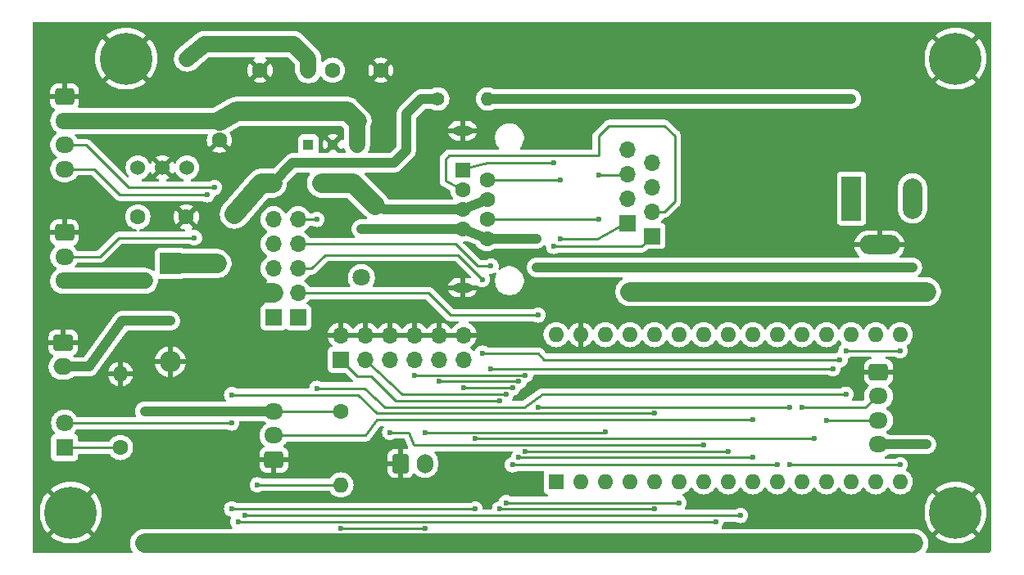
<source format=gbr>
%TF.GenerationSoftware,KiCad,Pcbnew,8.0.9-8.0.9-0~ubuntu22.04.1*%
%TF.CreationDate,2025-06-27T15:10:21+09:00*%
%TF.ProjectId,M302N,4d333032-4e2e-46b6-9963-61645f706362,2.00*%
%TF.SameCoordinates,Original*%
%TF.FileFunction,Copper,L2,Bot*%
%TF.FilePolarity,Positive*%
%FSLAX46Y46*%
G04 Gerber Fmt 4.6, Leading zero omitted, Abs format (unit mm)*
G04 Created by KiCad (PCBNEW 8.0.9-8.0.9-0~ubuntu22.04.1) date 2025-06-27 15:10:21*
%MOMM*%
%LPD*%
G01*
G04 APERTURE LIST*
G04 Aperture macros list*
%AMRoundRect*
0 Rectangle with rounded corners*
0 $1 Rounding radius*
0 $2 $3 $4 $5 $6 $7 $8 $9 X,Y pos of 4 corners*
0 Add a 4 corners polygon primitive as box body*
4,1,4,$2,$3,$4,$5,$6,$7,$8,$9,$2,$3,0*
0 Add four circle primitives for the rounded corners*
1,1,$1+$1,$2,$3*
1,1,$1+$1,$4,$5*
1,1,$1+$1,$6,$7*
1,1,$1+$1,$8,$9*
0 Add four rect primitives between the rounded corners*
20,1,$1+$1,$2,$3,$4,$5,0*
20,1,$1+$1,$4,$5,$6,$7,0*
20,1,$1+$1,$6,$7,$8,$9,0*
20,1,$1+$1,$8,$9,$2,$3,0*%
G04 Aperture macros list end*
%TA.AperFunction,ComponentPad*%
%ADD10R,1.700000X1.700000*%
%TD*%
%TA.AperFunction,ComponentPad*%
%ADD11O,1.700000X1.700000*%
%TD*%
%TA.AperFunction,ComponentPad*%
%ADD12O,2.000000X1.000000*%
%TD*%
%TA.AperFunction,ComponentPad*%
%ADD13R,1.600000X1.600000*%
%TD*%
%TA.AperFunction,ComponentPad*%
%ADD14C,1.600000*%
%TD*%
%TA.AperFunction,ComponentPad*%
%ADD15C,1.400000*%
%TD*%
%TA.AperFunction,ComponentPad*%
%ADD16O,1.600000X1.600000*%
%TD*%
%TA.AperFunction,ComponentPad*%
%ADD17C,5.400000*%
%TD*%
%TA.AperFunction,ComponentPad*%
%ADD18RoundRect,0.250000X-0.750000X0.600000X-0.750000X-0.600000X0.750000X-0.600000X0.750000X0.600000X0*%
%TD*%
%TA.AperFunction,ComponentPad*%
%ADD19O,2.000000X1.700000*%
%TD*%
%TA.AperFunction,ComponentPad*%
%ADD20RoundRect,0.250000X-0.725000X0.600000X-0.725000X-0.600000X0.725000X-0.600000X0.725000X0.600000X0*%
%TD*%
%TA.AperFunction,ComponentPad*%
%ADD21O,1.950000X1.700000*%
%TD*%
%TA.AperFunction,ComponentPad*%
%ADD22O,1.400000X1.400000*%
%TD*%
%TA.AperFunction,ComponentPad*%
%ADD23RoundRect,0.250000X-0.600000X-0.750000X0.600000X-0.750000X0.600000X0.750000X-0.600000X0.750000X0*%
%TD*%
%TA.AperFunction,ComponentPad*%
%ADD24O,1.700000X2.000000*%
%TD*%
%TA.AperFunction,ComponentPad*%
%ADD25R,1.117600X1.117600*%
%TD*%
%TA.AperFunction,ComponentPad*%
%ADD26C,1.117600*%
%TD*%
%TA.AperFunction,ComponentPad*%
%ADD27RoundRect,0.250000X0.725000X-0.600000X0.725000X0.600000X-0.725000X0.600000X-0.725000X-0.600000X0*%
%TD*%
%TA.AperFunction,ComponentPad*%
%ADD28R,2.200000X2.200000*%
%TD*%
%TA.AperFunction,ComponentPad*%
%ADD29O,2.200000X2.200000*%
%TD*%
%TA.AperFunction,ComponentPad*%
%ADD30C,1.800000*%
%TD*%
%TA.AperFunction,ComponentPad*%
%ADD31C,1.524000*%
%TD*%
%TA.AperFunction,ComponentPad*%
%ADD32R,1.800000X1.800000*%
%TD*%
%TA.AperFunction,ComponentPad*%
%ADD33R,2.000000X4.600000*%
%TD*%
%TA.AperFunction,ComponentPad*%
%ADD34O,2.000000X4.200000*%
%TD*%
%TA.AperFunction,ComponentPad*%
%ADD35O,4.200000X2.000000*%
%TD*%
%TA.AperFunction,ViaPad*%
%ADD36C,0.600000*%
%TD*%
%TA.AperFunction,ViaPad*%
%ADD37C,1.000000*%
%TD*%
%TA.AperFunction,Conductor*%
%ADD38C,0.250000*%
%TD*%
%TA.AperFunction,Conductor*%
%ADD39C,1.000000*%
%TD*%
%TA.AperFunction,Conductor*%
%ADD40C,2.000000*%
%TD*%
%TA.AperFunction,Conductor*%
%ADD41C,1.700000*%
%TD*%
G04 APERTURE END LIST*
D10*
%TO.P,J18,1,Pin_1*%
%TO.N,Net-(J18-Pin_1)*%
X135680000Y-81229200D03*
D11*
%TO.P,J18,2,Pin_2*%
%TO.N,Net-(J18-Pin_2)*%
X135680000Y-78689200D03*
%TO.P,J18,3,Pin_3*%
%TO.N,unconnected-(J18-Pin_3-Pad3)*%
X135680000Y-76149200D03*
%TO.P,J18,4,Pin_4*%
%TO.N,unconnected-(J18-Pin_4-Pad4)*%
X135680000Y-73609200D03*
%TD*%
D10*
%TO.P,J13,1,Pin_1*%
%TO.N,unconnected-(J13-Pin_1-Pad1)*%
X99060000Y-89662000D03*
D11*
%TO.P,J13,2,Pin_2*%
%TO.N,/D12{slash}MISO*%
X99060000Y-87122000D03*
%TO.P,J13,3,Pin_3*%
%TO.N,/\u002AD11{slash}MOSI*%
X99060000Y-84582000D03*
%TO.P,J13,4,Pin_4*%
%TO.N,/\u002AD10{slash}SS*%
X99060000Y-82042000D03*
%TO.P,J13,5,Pin_5*%
%TO.N,Net-(A1-D13)*%
X99060000Y-79502000D03*
%TD*%
D12*
%TO.P,J11,*%
%TO.N,GND*%
X116064000Y-86577000D03*
X116064000Y-70327000D03*
D13*
%TO.P,J11,1*%
%TO.N,Net-(J18-Pin_1)*%
X116064000Y-74372000D03*
D14*
%TO.P,J11,2*%
%TO.N,Net-(J19-Pin_1)*%
X118604000Y-75392000D03*
%TO.P,J11,3*%
%TO.N,Net-(J18-Pin_2)*%
X116064000Y-76412000D03*
%TO.P,J11,4*%
%TO.N,Net-(D1-A)*%
X118604000Y-77432000D03*
%TO.P,J11,5*%
X116064000Y-78452000D03*
%TO.P,J11,6*%
%TO.N,Net-(J19-Pin_3)*%
X118604000Y-79472000D03*
%TO.P,J11,7*%
%TO.N,Net-(J1-Pad2)*%
X116064000Y-80492000D03*
%TO.P,J11,8*%
X118604000Y-81512000D03*
%TD*%
%TO.P,C2,1*%
%TO.N,Net-(U2-VIN)*%
X100123000Y-64075000D03*
%TO.P,C2,2*%
%TO.N,GND*%
X95123000Y-64075000D03*
%TD*%
D15*
%TO.P,F1,1*%
%TO.N,Net-(D3-K)*%
X90675000Y-84074000D03*
%TO.P,F1,2*%
%TO.N,/+12V*%
X92475000Y-78974000D03*
%TD*%
D14*
%TO.P,R1,1*%
%TO.N,Net-(D2-K)*%
X80700000Y-103125000D03*
D16*
%TO.P,R1,2*%
%TO.N,GND*%
X80700000Y-95505000D03*
%TD*%
D17*
%TO.P,REF\u002A\u002A,1*%
%TO.N,GND*%
X75565000Y-109855000D03*
%TD*%
D10*
%TO.P,J19,1,Pin_1*%
%TO.N,Net-(J19-Pin_1)*%
X133140000Y-79883000D03*
D11*
%TO.P,J19,2,Pin_2*%
%TO.N,unconnected-(J19-Pin_2-Pad2)*%
X133140000Y-77343000D03*
%TO.P,J19,3,Pin_3*%
%TO.N,Net-(J19-Pin_3)*%
X133140000Y-74803000D03*
%TO.P,J19,4,Pin_4*%
%TO.N,unconnected-(J19-Pin_4-Pad4)*%
X133140000Y-72263000D03*
%TD*%
D18*
%TO.P,J12,1,Pin_1*%
%TO.N,GND*%
X74782000Y-92269000D03*
D19*
%TO.P,J12,2,Pin_2*%
%TO.N,Net-(D3-K)*%
X74782000Y-94769000D03*
%TD*%
D13*
%TO.P,A1,1,D1/TX*%
%TO.N,unconnected-(A1-D1{slash}TX-Pad1)*%
X125730000Y-106680000D03*
D16*
%TO.P,A1,2,D0/RX*%
%TO.N,unconnected-(A1-D0{slash}RX-Pad2)*%
X128270000Y-106680000D03*
%TO.P,A1,3,~{RESET}*%
%TO.N,/~{RESET}*%
X130810000Y-106680000D03*
%TO.P,A1,4,GND*%
%TO.N,GND*%
X133350000Y-106680000D03*
%TO.P,A1,5,D2*%
%TO.N,Net-(A1-D2)*%
X135890000Y-106680000D03*
%TO.P,A1,6,D3*%
%TO.N,Net-(A1-D3)*%
X138430000Y-106680000D03*
%TO.P,A1,7,D4*%
%TO.N,Net-(A1-D4)*%
X140970000Y-106680000D03*
%TO.P,A1,8,D5*%
%TO.N,Net-(A1-D5)*%
X143510000Y-106680000D03*
%TO.P,A1,9,D6*%
%TO.N,Net-(A1-D6)*%
X146050000Y-106680000D03*
%TO.P,A1,10,D7*%
%TO.N,Net-(A1-D7)*%
X148590000Y-106680000D03*
%TO.P,A1,11,D8*%
%TO.N,/RX*%
X151130000Y-106680000D03*
%TO.P,A1,12,D9*%
%TO.N,/TX*%
X153670000Y-106680000D03*
%TO.P,A1,13,D10*%
%TO.N,/\u002AD10{slash}SS*%
X156210000Y-106680000D03*
%TO.P,A1,14,D11*%
%TO.N,/\u002AD11{slash}MOSI*%
X158750000Y-106680000D03*
%TO.P,A1,15,D12*%
%TO.N,/D12{slash}MISO*%
X161290000Y-106680000D03*
%TO.P,A1,16,D13*%
%TO.N,Net-(A1-D13)*%
X161290000Y-91440000D03*
%TO.P,A1,17,3V3*%
%TO.N,unconnected-(A1-3V3-Pad17)*%
X158750000Y-91440000D03*
%TO.P,A1,18,AREF*%
%TO.N,unconnected-(A1-AREF-Pad18)*%
X156210000Y-91440000D03*
%TO.P,A1,19,A0*%
%TO.N,Net-(A1-A0)*%
X153670000Y-91440000D03*
%TO.P,A1,20,A1*%
%TO.N,unconnected-(A1-A1-Pad20)*%
X151130000Y-91440000D03*
%TO.P,A1,21,A2*%
%TO.N,unconnected-(A1-A2-Pad21)*%
X148590000Y-91440000D03*
%TO.P,A1,22,A3*%
%TO.N,Net-(A1-A3)*%
X146050000Y-91440000D03*
%TO.P,A1,23,A4*%
%TO.N,/A4{slash}SDA*%
X143510000Y-91440000D03*
%TO.P,A1,24,A5*%
%TO.N,/A5{slash}SCL*%
X140970000Y-91440000D03*
%TO.P,A1,25,A6*%
%TO.N,unconnected-(A1-A6-Pad25)*%
X138430000Y-91440000D03*
%TO.P,A1,26,A7*%
%TO.N,Net-(A1-A7)*%
X135890000Y-91440000D03*
%TO.P,A1,27,+5V*%
%TO.N,+5V*%
X133350000Y-91440000D03*
%TO.P,A1,28,~{RESET}*%
%TO.N,/~{RESET}*%
X130810000Y-91440000D03*
%TO.P,A1,29,GND*%
%TO.N,GND*%
X128270000Y-91440000D03*
%TO.P,A1,30,VIN*%
%TO.N,unconnected-(A1-VIN-Pad30)*%
X125730000Y-91440000D03*
%TD*%
D14*
%TO.P,C4,1*%
%TO.N,Net-(D3-K)*%
X82500000Y-79250000D03*
%TO.P,C4,2*%
%TO.N,GND*%
X87500000Y-79250000D03*
%TD*%
D17*
%TO.P,REF\u002A\u002A,1*%
%TO.N,GND*%
X81280000Y-62865000D03*
%TD*%
D10*
%TO.P,J3,1,Pin_1*%
%TO.N,Net-(A1-D2)*%
X103479600Y-94030800D03*
D11*
%TO.P,J3,2,Pin_2*%
%TO.N,GND*%
X103479600Y-91490800D03*
%TO.P,J3,3,Pin_3*%
%TO.N,Net-(A1-D3)*%
X106019600Y-94030800D03*
%TO.P,J3,4,Pin_4*%
%TO.N,GND*%
X106019600Y-91490800D03*
%TO.P,J3,5,Pin_5*%
%TO.N,Net-(A1-D4)*%
X108559600Y-94030800D03*
%TO.P,J3,6,Pin_6*%
%TO.N,GND*%
X108559600Y-91490800D03*
%TO.P,J3,7,Pin_7*%
%TO.N,Net-(A1-D5)*%
X111099600Y-94030800D03*
%TO.P,J3,8,Pin_8*%
%TO.N,GND*%
X111099600Y-91490800D03*
%TO.P,J3,9,Pin_9*%
%TO.N,Net-(A1-D6)*%
X113639600Y-94030800D03*
%TO.P,J3,10,Pin_10*%
%TO.N,GND*%
X113639600Y-91490800D03*
%TO.P,J3,11,Pin_11*%
%TO.N,Net-(A1-D7)*%
X116179600Y-94030800D03*
%TO.P,J3,12,Pin_12*%
%TO.N,GND*%
X116179600Y-91490800D03*
%TD*%
D20*
%TO.P,J4,1,Pin_1*%
%TO.N,GND*%
X74930000Y-66802000D03*
D21*
%TO.P,J4,2,Pin_2*%
%TO.N,+5V*%
X74930000Y-69302000D03*
%TO.P,J4,3,Pin_3*%
%TO.N,/A4{slash}SDA*%
X74930000Y-71802000D03*
%TO.P,J4,4,Pin_4*%
%TO.N,/A5{slash}SCL*%
X74930000Y-74302000D03*
%TD*%
D15*
%TO.P,D4,1,K*%
%TO.N,/+12V*%
X113495000Y-67032500D03*
D22*
%TO.P,D4,2,A*%
%TO.N,Net-(D4-A)*%
X118660000Y-67032500D03*
%TD*%
D23*
%TO.P,J7,1,Pin_1*%
%TO.N,GND*%
X109675000Y-104775000D03*
D24*
%TO.P,J7,2,Pin_2*%
%TO.N,/~{RESET}*%
X112175000Y-104775000D03*
%TD*%
D25*
%TO.P,U2,1,VIN*%
%TO.N,Net-(U2-VIN)*%
X100123000Y-71750000D03*
D26*
%TO.P,U2,2,GND*%
%TO.N,GND*%
X102663000Y-71750000D03*
%TO.P,U2,3,VOUT*%
%TO.N,+5V*%
X105203000Y-71750000D03*
%TD*%
D27*
%TO.P,J6,1,Pin_1*%
%TO.N,GND*%
X96550000Y-104375000D03*
D21*
%TO.P,J6,2,Pin_2*%
%TO.N,Net-(A1-A3)*%
X96550000Y-101875000D03*
%TO.P,J6,3,Pin_3*%
%TO.N,+5V*%
X96550000Y-99375000D03*
%TD*%
D14*
%TO.P,C5,1*%
%TO.N,Net-(U2-VIN)*%
X102616000Y-64075000D03*
%TO.P,C5,2*%
%TO.N,GND*%
X107616000Y-64075000D03*
%TD*%
%TO.P,R2,1*%
%TO.N,+5V*%
X103479600Y-99375000D03*
D16*
%TO.P,R2,2*%
%TO.N,/~{RESET}*%
X103479600Y-106995000D03*
%TD*%
D28*
%TO.P,D3,1,K*%
%TO.N,Net-(D3-K)*%
X85852000Y-84074000D03*
D29*
%TO.P,D3,2,A*%
%TO.N,GND*%
X85852000Y-94234000D03*
%TD*%
D30*
%TO.P,R3,1*%
%TO.N,Net-(J1-Pad2)*%
X105599000Y-85538000D03*
%TO.P,R3,2*%
%TO.N,Net-(D1-A)*%
X107000000Y-78038000D03*
%TD*%
D31*
%TO.P,FL1,1,1*%
%TO.N,Net-(U2-VIN)*%
X87580000Y-74150000D03*
%TO.P,FL1,2,2*%
%TO.N,GND*%
X85040000Y-74150000D03*
%TO.P,FL1,3,3*%
%TO.N,Net-(D3-K)*%
X82500000Y-74150000D03*
%TD*%
D17*
%TO.P,REF\u002A\u002A,1*%
%TO.N,GND*%
X167005000Y-62865000D03*
%TD*%
D32*
%TO.P,D2,1,K*%
%TO.N,Net-(D2-K)*%
X74930000Y-103124000D03*
D30*
%TO.P,D2,2,A*%
%TO.N,Net-(A1-A0)*%
X74930000Y-100584000D03*
%TD*%
D15*
%TO.P,D1,1,K*%
%TO.N,/+12V*%
X96410000Y-75750000D03*
D22*
%TO.P,D1,2,A*%
%TO.N,Net-(D1-A)*%
X101490000Y-75750000D03*
%TD*%
D10*
%TO.P,J14,1,Pin_1*%
%TO.N,+5V*%
X96520000Y-89662000D03*
D11*
%TO.P,J14,2,Pin_2*%
%TO.N,GND*%
X96520000Y-87122000D03*
%TO.P,J14,3,Pin_3*%
%TO.N,/~{RESET}*%
X96520000Y-84582000D03*
%TO.P,J14,4,Pin_4*%
%TO.N,unconnected-(J14-Pin_4-Pad4)*%
X96520000Y-82042000D03*
%TO.P,J14,5,Pin_5*%
%TO.N,unconnected-(J14-Pin_5-Pad5)*%
X96520000Y-79502000D03*
%TD*%
D20*
%TO.P,J5,1,Pin_1*%
%TO.N,GND*%
X74909000Y-80879000D03*
D21*
%TO.P,J5,2,Pin_2*%
%TO.N,Net-(A1-A7)*%
X74909000Y-83379000D03*
%TO.P,J5,3,Pin_3*%
%TO.N,+5V*%
X74909000Y-85879000D03*
%TD*%
D14*
%TO.P,C1,1*%
%TO.N,+5V*%
X90932000Y-69302000D03*
%TO.P,C1,2*%
%TO.N,GND*%
X90932000Y-71302000D03*
%TD*%
D17*
%TO.P,REF\u002A\u002A,1*%
%TO.N,GND*%
X167005000Y-109855000D03*
%TD*%
D33*
%TO.P,J1,1*%
%TO.N,Net-(D4-A)*%
X156260000Y-77343600D03*
D34*
%TO.P,J1,2*%
%TO.N,Net-(J1-Pad2)*%
X162560000Y-77343600D03*
D35*
%TO.P,J1,3*%
%TO.N,GND*%
X159160000Y-82143600D03*
%TD*%
D20*
%TO.P,J2,1,Pin_1*%
%TO.N,GND*%
X159054800Y-95310000D03*
D21*
%TO.P,J2,2,Pin_2*%
%TO.N,/RX*%
X159054800Y-97810000D03*
%TO.P,J2,3,Pin_3*%
%TO.N,/TX*%
X159054800Y-100310000D03*
%TO.P,J2,4,Pin_4*%
%TO.N,+5V*%
X159054800Y-102810000D03*
%TD*%
D36*
%TO.N,Net-(A1-A0)*%
X92203900Y-109482000D03*
X117348000Y-102210000D03*
X117348000Y-109500000D03*
X92203900Y-100584000D03*
X152400000Y-102210000D03*
%TO.N,Net-(A1-D13)*%
X161290000Y-93091600D03*
X101000000Y-79502000D03*
X155702000Y-93091600D03*
X155702000Y-97614200D03*
X101000000Y-97003000D03*
%TO.N,/~{RESET}*%
X112175000Y-101550000D03*
X103479600Y-111480000D03*
X112175000Y-111480000D03*
X130810000Y-101473000D03*
X94843600Y-106995000D03*
%TO.N,/RX*%
X151130000Y-98934200D03*
%TO.N,/A5{slash}SCL*%
X89662000Y-76962000D03*
X92863600Y-110820000D03*
X142240000Y-110820000D03*
%TO.N,/TX*%
X153670000Y-100310000D03*
%TO.N,Net-(A1-D4)*%
X108550000Y-101550000D03*
X140970000Y-102870000D03*
%TO.N,Net-(A1-D6)*%
X121870000Y-96290000D03*
X146050000Y-104140000D03*
X121870000Y-104140000D03*
X113639600Y-96275000D03*
%TO.N,/D12{slash}MISO*%
X149850000Y-98934200D03*
X123850000Y-89408000D03*
X123850000Y-98934200D03*
X149860000Y-104902000D03*
X161290000Y-104902000D03*
D37*
%TO.N,+5V*%
X133350000Y-87000000D03*
X162687000Y-113054000D03*
X83200000Y-99375000D03*
X164000000Y-102810000D03*
X164000000Y-87000000D03*
X83200000Y-85879000D03*
X83200000Y-113054000D03*
%TO.N,GND*%
X133350000Y-96393000D03*
X128270000Y-96393000D03*
D36*
%TO.N,/A4{slash}SDA*%
X144780000Y-110160000D03*
X90424000Y-76200000D03*
X93523600Y-110160000D03*
%TO.N,Net-(A1-D5)*%
X111100000Y-95630000D03*
X143510000Y-103505000D03*
X122530000Y-95630000D03*
X122530000Y-103505000D03*
%TO.N,/\u002AD11{slash}MOSI*%
X118110000Y-85725000D03*
X118110000Y-93370800D03*
X155067000Y-94030800D03*
%TO.N,Net-(A1-D7)*%
X121210000Y-96950000D03*
X148590000Y-104902000D03*
X116175000Y-96950000D03*
X121210000Y-104902000D03*
%TO.N,Net-(A1-A7)*%
X135890000Y-99594200D03*
X92203900Y-97663000D03*
X88340000Y-81407000D03*
%TO.N,/\u002AD10{slash}SS*%
X119000000Y-84328000D03*
X119000000Y-94970000D03*
X154330000Y-94970000D03*
D37*
%TO.N,Net-(J1-Pad2)*%
X123700000Y-81512000D03*
X162550000Y-84480000D03*
X105599000Y-80492000D03*
X123700000Y-84480000D03*
D36*
%TO.N,Net-(J19-Pin_1)*%
X126136000Y-75392000D03*
X126136000Y-81512000D03*
%TO.N,Net-(J18-Pin_1)*%
X125476000Y-73660000D03*
X125476000Y-82296000D03*
%TO.N,Net-(J19-Pin_3)*%
X130100000Y-74879200D03*
X130100000Y-79472000D03*
%TO.N,Net-(A1-D2)*%
X135890000Y-109500000D03*
X119890000Y-109500000D03*
X119890000Y-98270000D03*
D37*
%TO.N,Net-(D3-K)*%
X85852000Y-90000000D03*
D36*
%TO.N,Net-(A1-A3)*%
X146050000Y-100254200D03*
%TO.N,Net-(A1-D3)*%
X120550000Y-108840000D03*
X120550000Y-97610000D03*
X138430000Y-108840000D03*
D37*
%TO.N,Net-(D4-A)*%
X156260000Y-67032500D03*
%TO.N,Net-(U2-VIN)*%
X87580000Y-62865000D03*
%TD*%
D38*
%TO.N,Net-(A1-A0)*%
X117348000Y-109500000D02*
X117330000Y-109482000D01*
X74930000Y-100584000D02*
X92203900Y-100584000D01*
X117348000Y-102210000D02*
X152400000Y-102210000D01*
X117330000Y-109482000D02*
X92203900Y-109482000D01*
%TO.N,Net-(A1-D13)*%
X155702000Y-93091600D02*
X161290000Y-93091600D01*
X101000000Y-97003000D02*
X105893000Y-97003000D01*
X105893000Y-97003000D02*
X108034200Y-98934200D01*
X124333000Y-97614200D02*
X155702000Y-97614200D01*
X99060000Y-79502000D02*
X101000000Y-79502000D01*
X122470800Y-98934200D02*
X124333000Y-97614200D01*
X108034200Y-98934200D02*
X122470800Y-98934200D01*
%TO.N,/~{RESET}*%
X94843600Y-106995000D02*
X103505000Y-106995000D01*
X112175000Y-101550000D02*
X130810000Y-101550000D01*
X103479600Y-111480000D02*
X112175000Y-111480000D01*
%TO.N,/RX*%
X157625000Y-98925000D02*
X159054800Y-97810000D01*
X151130000Y-98934200D02*
X157625000Y-98925000D01*
%TO.N,/A5{slash}SCL*%
X92863600Y-110820000D02*
X142240000Y-110820000D01*
X77985000Y-74302000D02*
X80645000Y-76962000D01*
X74930000Y-74302000D02*
X77985000Y-74302000D01*
X80645000Y-76962000D02*
X89662000Y-76962000D01*
%TO.N,/TX*%
X153670000Y-100310000D02*
X159054800Y-100310000D01*
%TO.N,Net-(A1-D4)*%
X110500000Y-101600000D02*
X111000000Y-102874699D01*
X108550000Y-101550000D02*
X110500000Y-101550000D01*
X111000000Y-102875000D02*
X140970000Y-102875000D01*
%TO.N,Net-(A1-D6)*%
X146050000Y-104140000D02*
X121920000Y-104140000D01*
X113639600Y-96275000D02*
X121870000Y-96275000D01*
%TO.N,/D12{slash}MISO*%
X161290000Y-104902000D02*
X149860000Y-104902000D01*
X112522000Y-87122000D02*
X114808000Y-89408000D01*
X114808000Y-89408000D02*
X123825000Y-89408000D01*
X123825000Y-89408000D02*
X123850000Y-89408000D01*
X99060000Y-87122000D02*
X112522000Y-87122000D01*
X123850000Y-98934200D02*
X149850000Y-98934200D01*
D39*
%TO.N,+5V*%
X96550000Y-99375000D02*
X83200000Y-99375000D01*
D40*
X83200000Y-113054000D02*
X162687000Y-113054000D01*
D39*
X164000000Y-102810000D02*
X159054800Y-102810000D01*
D40*
X133350000Y-87000000D02*
X164000000Y-87000000D01*
D41*
X74909000Y-85879000D02*
X83200000Y-85879000D01*
X105150000Y-69336000D02*
X105150000Y-71750000D01*
D40*
X104140000Y-68326000D02*
X105150000Y-69336000D01*
X92710000Y-68326000D02*
X104140000Y-68326000D01*
D38*
X96550000Y-99375000D02*
X103479600Y-99375000D01*
D41*
X74930000Y-69302000D02*
X90932000Y-69302000D01*
D40*
X90932000Y-69302000D02*
X92710000Y-68326000D01*
%TO.N,GND*%
X96520000Y-87122000D02*
X96494600Y-87096600D01*
X96494600Y-87096600D02*
X94361000Y-87096600D01*
D38*
%TO.N,/A4{slash}SDA*%
X74930000Y-71802000D02*
X77136000Y-71802000D01*
X93523600Y-110160000D02*
X144780000Y-110160000D01*
X81534000Y-76200000D02*
X90424000Y-76200000D01*
X77136000Y-71802000D02*
X81534000Y-76200000D01*
%TO.N,Net-(A1-D5)*%
X111100000Y-95630000D02*
X111099600Y-95630000D01*
X143510000Y-103505000D02*
X122555000Y-103505000D01*
X122555000Y-95656400D02*
X122301000Y-95631000D01*
X122530000Y-95630000D02*
X111100000Y-95630000D01*
%TO.N,/\u002AD11{slash}MOSI*%
X123850800Y-93370800D02*
X124460000Y-94030800D01*
X100457000Y-84582000D02*
X101854000Y-83185000D01*
X101854000Y-83185000D02*
X115570000Y-83185000D01*
X124460000Y-94030800D02*
X155067000Y-94030800D01*
X115570000Y-83185000D02*
X118110000Y-85725000D01*
X99060000Y-84582000D02*
X100457000Y-84582000D01*
X118110000Y-93370800D02*
X123850800Y-93370800D01*
%TO.N,Net-(A1-D7)*%
X121031000Y-104902000D02*
X148590000Y-104902000D01*
X116175000Y-96950000D02*
X121210000Y-96950000D01*
%TO.N,Net-(A1-A7)*%
X107214200Y-99594200D02*
X105283000Y-97663000D01*
X80518000Y-81407000D02*
X88340000Y-81407000D01*
X105283000Y-97663000D02*
X92203900Y-97663000D01*
X135890000Y-99594200D02*
X107214200Y-99594200D01*
X78546000Y-83379000D02*
X80518000Y-81407000D01*
X74909000Y-83379000D02*
X78546000Y-83379000D01*
%TO.N,/\u002AD10{slash}SS*%
X117602000Y-84328000D02*
X118999000Y-84328000D01*
X99060000Y-82042000D02*
X115316000Y-82042000D01*
X119000000Y-94970000D02*
X154330000Y-94970000D01*
X115316000Y-82042000D02*
X117602000Y-84328000D01*
D39*
%TO.N,/+12V*%
X110236000Y-68580000D02*
X110236000Y-72390000D01*
D40*
X95275000Y-75750000D02*
X92475000Y-78974000D01*
D39*
X98500000Y-73660000D02*
X96410000Y-75750000D01*
X113495000Y-67032500D02*
X111783500Y-67032500D01*
X111783500Y-67032500D02*
X110236000Y-68580000D01*
X110236000Y-72390000D02*
X108966000Y-73660000D01*
D40*
X96410000Y-75750000D02*
X95275000Y-75750000D01*
D39*
X108966000Y-73660000D02*
X98500000Y-73660000D01*
%TO.N,Net-(D1-A)*%
X106934000Y-77973000D02*
X106999000Y-78038000D01*
X116064000Y-78452000D02*
X118604000Y-77432000D01*
X106999000Y-78038000D02*
X107989000Y-78452000D01*
D40*
X101490000Y-75750000D02*
X104712000Y-75750000D01*
D39*
X107989000Y-78452000D02*
X116064000Y-78452000D01*
D40*
X104712000Y-75750000D02*
X107000000Y-78038000D01*
D38*
%TO.N,Net-(D2-K)*%
X74931000Y-103125000D02*
X74930000Y-103124000D01*
X80700000Y-103125000D02*
X74931000Y-103125000D01*
D39*
%TO.N,Net-(J1-Pad2)*%
X116064000Y-80492000D02*
X105599000Y-80492000D01*
X118604000Y-81512000D02*
X123700000Y-81512000D01*
X162550000Y-84480000D02*
X123700000Y-84480000D01*
X116064000Y-80492000D02*
X118604000Y-81512000D01*
D38*
%TO.N,Net-(J19-Pin_1)*%
X126136000Y-81512000D02*
X129971800Y-81512000D01*
X118604000Y-75392000D02*
X126136000Y-75392000D01*
X129971800Y-81512000D02*
X132842000Y-79883000D01*
%TO.N,Net-(J18-Pin_1)*%
X116169000Y-74267000D02*
X118618000Y-73660000D01*
X116064000Y-74880000D02*
X116169000Y-74775000D01*
X118618000Y-73660000D02*
X125476000Y-73660000D01*
X125476000Y-82296000D02*
X134569200Y-82296000D01*
X134569200Y-82296000D02*
X135636000Y-81229200D01*
%TO.N,Net-(J18-Pin_2)*%
X136956800Y-78689200D02*
X135636000Y-78689200D01*
X137998200Y-70866000D02*
X137998200Y-77647800D01*
X114300000Y-73279000D02*
X114681000Y-72898000D01*
X136956800Y-69824600D02*
X137998200Y-70866000D01*
X114681000Y-72898000D02*
X130100000Y-72898000D01*
X114300000Y-75547000D02*
X114300000Y-73279000D01*
X137998200Y-77647800D02*
X136956800Y-78689200D01*
X131191000Y-69824600D02*
X136956800Y-69824600D01*
X130100000Y-72898000D02*
X130100000Y-70890200D01*
X116064000Y-76412000D02*
X114300000Y-75547000D01*
X130100000Y-70890200D02*
X130125400Y-70890200D01*
X130125400Y-70890200D02*
X131191000Y-69824600D01*
%TO.N,Net-(J19-Pin_3)*%
X130100000Y-74879200D02*
X133096000Y-74879200D01*
X118604000Y-79472000D02*
X130098800Y-79472000D01*
%TO.N,Net-(A1-D2)*%
X119890000Y-109500000D02*
X135890000Y-109500000D01*
X106607600Y-95758000D02*
X109119600Y-98270000D01*
X119890000Y-98270000D02*
X109119600Y-98270000D01*
X105206800Y-95758000D02*
X106607600Y-95758000D01*
X103479600Y-94030800D02*
X105206800Y-95758000D01*
D39*
%TO.N,Net-(D3-K)*%
X77443000Y-94769000D02*
X74782000Y-94769000D01*
D40*
X90675000Y-84074000D02*
X85852000Y-84074000D01*
D39*
X85852000Y-90000000D02*
X80899000Y-90000000D01*
X80899000Y-90000000D02*
X77443000Y-94769000D01*
D38*
%TO.N,Net-(A1-A3)*%
X107214200Y-100254200D02*
X146050000Y-100254200D01*
X96550000Y-101875000D02*
X106024000Y-101875000D01*
X106024000Y-101875000D02*
X107214200Y-100254200D01*
%TO.N,Net-(A1-D3)*%
X120550000Y-97610000D02*
X109779600Y-97610000D01*
X109779600Y-97610000D02*
X106019600Y-94030800D01*
X120550000Y-108840000D02*
X138430000Y-108840000D01*
D39*
%TO.N,Net-(D4-A)*%
X118660000Y-67032500D02*
X156260000Y-67032500D01*
D41*
%TO.N,Net-(U2-VIN)*%
X100123000Y-62912000D02*
X98552000Y-61341000D01*
X100123000Y-64075000D02*
X100123000Y-62912000D01*
X98552000Y-61341000D02*
X89408000Y-61341000D01*
X89408000Y-61341000D02*
X87580000Y-62865000D01*
%TD*%
%TA.AperFunction,Conductor*%
%TO.N,GND*%
G36*
X170638539Y-59067185D02*
G01*
X170684294Y-59119989D01*
X170695500Y-59171500D01*
X170695500Y-113733138D01*
X170675815Y-113800177D01*
X170659181Y-113820819D01*
X170462819Y-114017181D01*
X170401496Y-114050666D01*
X170375138Y-114053500D01*
X164058905Y-114053500D01*
X163991866Y-114033815D01*
X163946111Y-113981011D01*
X163936167Y-113911853D01*
X163958586Y-113856615D01*
X163970343Y-113840433D01*
X164077568Y-113629992D01*
X164150553Y-113405368D01*
X164187500Y-113172097D01*
X164187500Y-112935902D01*
X164150553Y-112702631D01*
X164077566Y-112478003D01*
X163970342Y-112267566D01*
X163831517Y-112076490D01*
X163664510Y-111909483D01*
X163473433Y-111770657D01*
X163262996Y-111663433D01*
X163038368Y-111590446D01*
X162805097Y-111553500D01*
X162805092Y-111553500D01*
X142937940Y-111553500D01*
X142870901Y-111533815D01*
X142825146Y-111481011D01*
X142815202Y-111411853D01*
X142844227Y-111348297D01*
X142850259Y-111341819D01*
X142869816Y-111322262D01*
X142965789Y-111169522D01*
X143025368Y-110999255D01*
X143029164Y-110965565D01*
X143037046Y-110895616D01*
X143064113Y-110831202D01*
X143121708Y-110791647D01*
X143160266Y-110785500D01*
X144235145Y-110785500D01*
X144301117Y-110804506D01*
X144428779Y-110884722D01*
X144430478Y-110885789D01*
X144600745Y-110945368D01*
X144600750Y-110945369D01*
X144779996Y-110965565D01*
X144780000Y-110965565D01*
X144780004Y-110965565D01*
X144959249Y-110945369D01*
X144959252Y-110945368D01*
X144959255Y-110945368D01*
X145129522Y-110885789D01*
X145282262Y-110789816D01*
X145409816Y-110662262D01*
X145505789Y-110509522D01*
X145565368Y-110339255D01*
X145565369Y-110339249D01*
X145585565Y-110160003D01*
X145585565Y-110159996D01*
X145565369Y-109980750D01*
X145565368Y-109980745D01*
X145521368Y-109855000D01*
X163799958Y-109855000D01*
X163820110Y-110213846D01*
X163820112Y-110213858D01*
X163880314Y-110568185D01*
X163880316Y-110568194D01*
X163979812Y-110913552D01*
X164117353Y-111245609D01*
X164117355Y-111245613D01*
X164291215Y-111560189D01*
X164291218Y-111560194D01*
X164499193Y-111853306D01*
X164571843Y-111934601D01*
X165889727Y-110616716D01*
X165975278Y-110734466D01*
X166125534Y-110884722D01*
X166243281Y-110970270D01*
X164925397Y-112288155D01*
X165006693Y-112360806D01*
X165299805Y-112568781D01*
X165299810Y-112568784D01*
X165614386Y-112742644D01*
X165614390Y-112742646D01*
X165946447Y-112880187D01*
X166291805Y-112979683D01*
X166291814Y-112979685D01*
X166646141Y-113039887D01*
X166646153Y-113039889D01*
X167005000Y-113060041D01*
X167363846Y-113039889D01*
X167363858Y-113039887D01*
X167718185Y-112979685D01*
X167718194Y-112979683D01*
X168063552Y-112880187D01*
X168395609Y-112742646D01*
X168395613Y-112742644D01*
X168710189Y-112568784D01*
X168710194Y-112568781D01*
X169003306Y-112360806D01*
X169084601Y-112288155D01*
X167766717Y-110970270D01*
X167884466Y-110884722D01*
X168034722Y-110734466D01*
X168120270Y-110616717D01*
X169438155Y-111934601D01*
X169510806Y-111853306D01*
X169718781Y-111560194D01*
X169718784Y-111560189D01*
X169892644Y-111245613D01*
X169892646Y-111245609D01*
X170030187Y-110913552D01*
X170129683Y-110568194D01*
X170129685Y-110568185D01*
X170189887Y-110213858D01*
X170189889Y-110213846D01*
X170210041Y-109855000D01*
X170189889Y-109496153D01*
X170189887Y-109496141D01*
X170129685Y-109141814D01*
X170129683Y-109141805D01*
X170030187Y-108796447D01*
X169892646Y-108464390D01*
X169892644Y-108464386D01*
X169718784Y-108149810D01*
X169718781Y-108149805D01*
X169510806Y-107856693D01*
X169438155Y-107775397D01*
X168120270Y-109093281D01*
X168034722Y-108975534D01*
X167884466Y-108825278D01*
X167766717Y-108739728D01*
X169084602Y-107421843D01*
X169003306Y-107349193D01*
X168710194Y-107141218D01*
X168710189Y-107141215D01*
X168395613Y-106967355D01*
X168395609Y-106967353D01*
X168063552Y-106829812D01*
X167718194Y-106730316D01*
X167718185Y-106730314D01*
X167363858Y-106670112D01*
X167363846Y-106670110D01*
X167005000Y-106649958D01*
X166646153Y-106670110D01*
X166646141Y-106670112D01*
X166291814Y-106730314D01*
X166291805Y-106730316D01*
X165946447Y-106829812D01*
X165614390Y-106967353D01*
X165614386Y-106967355D01*
X165299810Y-107141215D01*
X165299805Y-107141218D01*
X165006693Y-107349194D01*
X165006685Y-107349199D01*
X164925397Y-107421842D01*
X164925397Y-107421843D01*
X166243282Y-108739728D01*
X166125534Y-108825278D01*
X165975278Y-108975534D01*
X165889728Y-109093282D01*
X164571843Y-107775397D01*
X164571842Y-107775397D01*
X164499199Y-107856685D01*
X164499194Y-107856693D01*
X164291218Y-108149805D01*
X164291215Y-108149810D01*
X164117355Y-108464386D01*
X164117353Y-108464390D01*
X163979812Y-108796447D01*
X163880316Y-109141805D01*
X163880314Y-109141814D01*
X163820112Y-109496141D01*
X163820110Y-109496153D01*
X163799958Y-109855000D01*
X145521368Y-109855000D01*
X145505789Y-109810478D01*
X145409816Y-109657738D01*
X145282262Y-109530184D01*
X145258883Y-109515494D01*
X145129523Y-109434211D01*
X144959254Y-109374631D01*
X144959249Y-109374630D01*
X144780004Y-109354435D01*
X144779996Y-109354435D01*
X144600750Y-109374630D01*
X144600745Y-109374631D01*
X144430476Y-109434211D01*
X144301117Y-109515494D01*
X144235145Y-109534500D01*
X139163386Y-109534500D01*
X139096347Y-109514815D01*
X139050592Y-109462011D01*
X139040648Y-109392853D01*
X139058392Y-109344528D01*
X139059816Y-109342262D01*
X139155789Y-109189522D01*
X139215368Y-109019255D01*
X139215369Y-109019249D01*
X139235565Y-108840003D01*
X139235565Y-108839996D01*
X139215369Y-108660750D01*
X139215368Y-108660745D01*
X139155788Y-108490476D01*
X139059815Y-108337737D01*
X138932262Y-108210184D01*
X138817683Y-108138189D01*
X138771392Y-108085854D01*
X138760744Y-108016800D01*
X138789119Y-107952952D01*
X138847509Y-107914580D01*
X138851563Y-107913420D01*
X138876486Y-107906742D01*
X138876489Y-107906740D01*
X138876496Y-107906739D01*
X139082734Y-107810568D01*
X139269139Y-107680047D01*
X139430047Y-107519139D01*
X139560568Y-107332734D01*
X139587618Y-107274724D01*
X139633790Y-107222285D01*
X139700983Y-107203133D01*
X139767865Y-107223348D01*
X139812382Y-107274725D01*
X139839429Y-107332728D01*
X139839432Y-107332734D01*
X139969954Y-107519141D01*
X140130858Y-107680045D01*
X140130861Y-107680047D01*
X140317266Y-107810568D01*
X140523504Y-107906739D01*
X140743308Y-107965635D01*
X140905230Y-107979801D01*
X140969998Y-107985468D01*
X140970000Y-107985468D01*
X140970002Y-107985468D01*
X141026796Y-107980499D01*
X141196692Y-107965635D01*
X141416496Y-107906739D01*
X141622734Y-107810568D01*
X141809139Y-107680047D01*
X141970047Y-107519139D01*
X142100568Y-107332734D01*
X142127618Y-107274724D01*
X142173790Y-107222285D01*
X142240983Y-107203133D01*
X142307865Y-107223348D01*
X142352382Y-107274725D01*
X142379429Y-107332728D01*
X142379432Y-107332734D01*
X142509954Y-107519141D01*
X142670858Y-107680045D01*
X142670861Y-107680047D01*
X142857266Y-107810568D01*
X143063504Y-107906739D01*
X143283308Y-107965635D01*
X143445230Y-107979801D01*
X143509998Y-107985468D01*
X143510000Y-107985468D01*
X143510002Y-107985468D01*
X143566796Y-107980499D01*
X143736692Y-107965635D01*
X143956496Y-107906739D01*
X144162734Y-107810568D01*
X144349139Y-107680047D01*
X144510047Y-107519139D01*
X144640568Y-107332734D01*
X144667618Y-107274724D01*
X144713790Y-107222285D01*
X144780983Y-107203133D01*
X144847865Y-107223348D01*
X144892382Y-107274725D01*
X144919429Y-107332728D01*
X144919432Y-107332734D01*
X145049954Y-107519141D01*
X145210858Y-107680045D01*
X145210861Y-107680047D01*
X145397266Y-107810568D01*
X145603504Y-107906739D01*
X145823308Y-107965635D01*
X145985230Y-107979801D01*
X146049998Y-107985468D01*
X146050000Y-107985468D01*
X146050002Y-107985468D01*
X146106796Y-107980499D01*
X146276692Y-107965635D01*
X146496496Y-107906739D01*
X146702734Y-107810568D01*
X146889139Y-107680047D01*
X147050047Y-107519139D01*
X147180568Y-107332734D01*
X147207618Y-107274724D01*
X147253790Y-107222285D01*
X147320983Y-107203133D01*
X147387865Y-107223348D01*
X147432382Y-107274725D01*
X147459429Y-107332728D01*
X147459432Y-107332734D01*
X147589954Y-107519141D01*
X147750858Y-107680045D01*
X147750861Y-107680047D01*
X147937266Y-107810568D01*
X148143504Y-107906739D01*
X148363308Y-107965635D01*
X148525230Y-107979801D01*
X148589998Y-107985468D01*
X148590000Y-107985468D01*
X148590002Y-107985468D01*
X148646796Y-107980499D01*
X148816692Y-107965635D01*
X149036496Y-107906739D01*
X149242734Y-107810568D01*
X149429139Y-107680047D01*
X149590047Y-107519139D01*
X149720568Y-107332734D01*
X149747618Y-107274724D01*
X149793790Y-107222285D01*
X149860983Y-107203133D01*
X149927865Y-107223348D01*
X149972382Y-107274725D01*
X149999429Y-107332728D01*
X149999432Y-107332734D01*
X150129954Y-107519141D01*
X150290858Y-107680045D01*
X150290861Y-107680047D01*
X150477266Y-107810568D01*
X150683504Y-107906739D01*
X150903308Y-107965635D01*
X151065230Y-107979801D01*
X151129998Y-107985468D01*
X151130000Y-107985468D01*
X151130002Y-107985468D01*
X151186796Y-107980499D01*
X151356692Y-107965635D01*
X151576496Y-107906739D01*
X151782734Y-107810568D01*
X151969139Y-107680047D01*
X152130047Y-107519139D01*
X152260568Y-107332734D01*
X152287618Y-107274724D01*
X152333790Y-107222285D01*
X152400983Y-107203133D01*
X152467865Y-107223348D01*
X152512382Y-107274725D01*
X152539429Y-107332728D01*
X152539432Y-107332734D01*
X152669954Y-107519141D01*
X152830858Y-107680045D01*
X152830861Y-107680047D01*
X153017266Y-107810568D01*
X153223504Y-107906739D01*
X153443308Y-107965635D01*
X153605230Y-107979801D01*
X153669998Y-107985468D01*
X153670000Y-107985468D01*
X153670002Y-107985468D01*
X153726796Y-107980499D01*
X153896692Y-107965635D01*
X154116496Y-107906739D01*
X154322734Y-107810568D01*
X154509139Y-107680047D01*
X154670047Y-107519139D01*
X154800568Y-107332734D01*
X154827618Y-107274724D01*
X154873790Y-107222285D01*
X154940983Y-107203133D01*
X155007865Y-107223348D01*
X155052382Y-107274725D01*
X155079429Y-107332728D01*
X155079432Y-107332734D01*
X155209954Y-107519141D01*
X155370858Y-107680045D01*
X155370861Y-107680047D01*
X155557266Y-107810568D01*
X155763504Y-107906739D01*
X155983308Y-107965635D01*
X156145230Y-107979801D01*
X156209998Y-107985468D01*
X156210000Y-107985468D01*
X156210002Y-107985468D01*
X156266796Y-107980499D01*
X156436692Y-107965635D01*
X156656496Y-107906739D01*
X156862734Y-107810568D01*
X157049139Y-107680047D01*
X157210047Y-107519139D01*
X157340568Y-107332734D01*
X157367618Y-107274724D01*
X157413790Y-107222285D01*
X157480983Y-107203133D01*
X157547865Y-107223348D01*
X157592382Y-107274725D01*
X157619429Y-107332728D01*
X157619432Y-107332734D01*
X157749954Y-107519141D01*
X157910858Y-107680045D01*
X157910861Y-107680047D01*
X158097266Y-107810568D01*
X158303504Y-107906739D01*
X158523308Y-107965635D01*
X158685230Y-107979801D01*
X158749998Y-107985468D01*
X158750000Y-107985468D01*
X158750002Y-107985468D01*
X158806796Y-107980499D01*
X158976692Y-107965635D01*
X159196496Y-107906739D01*
X159402734Y-107810568D01*
X159589139Y-107680047D01*
X159750047Y-107519139D01*
X159880568Y-107332734D01*
X159907618Y-107274724D01*
X159953790Y-107222285D01*
X160020983Y-107203133D01*
X160087865Y-107223348D01*
X160132382Y-107274725D01*
X160159429Y-107332728D01*
X160159432Y-107332734D01*
X160289954Y-107519141D01*
X160450858Y-107680045D01*
X160450861Y-107680047D01*
X160637266Y-107810568D01*
X160843504Y-107906739D01*
X161063308Y-107965635D01*
X161225230Y-107979801D01*
X161289998Y-107985468D01*
X161290000Y-107985468D01*
X161290002Y-107985468D01*
X161346796Y-107980499D01*
X161516692Y-107965635D01*
X161736496Y-107906739D01*
X161942734Y-107810568D01*
X162129139Y-107680047D01*
X162290047Y-107519139D01*
X162420568Y-107332734D01*
X162516739Y-107126496D01*
X162575635Y-106906692D01*
X162595468Y-106680000D01*
X162575635Y-106453308D01*
X162527992Y-106275500D01*
X162516741Y-106233511D01*
X162516738Y-106233502D01*
X162505479Y-106209358D01*
X162420568Y-106027266D01*
X162290047Y-105840861D01*
X162290045Y-105840858D01*
X162129141Y-105679954D01*
X162054435Y-105627645D01*
X161960103Y-105561593D01*
X161916479Y-105507019D01*
X161909285Y-105437520D01*
X161926233Y-105394049D01*
X162015789Y-105251522D01*
X162075368Y-105081255D01*
X162081522Y-105026636D01*
X162095565Y-104902003D01*
X162095565Y-104901996D01*
X162075369Y-104722750D01*
X162075368Y-104722745D01*
X162055742Y-104666657D01*
X162015789Y-104552478D01*
X161998523Y-104525000D01*
X161976582Y-104490080D01*
X161919816Y-104399738D01*
X161792262Y-104272184D01*
X161768883Y-104257494D01*
X161639523Y-104176211D01*
X161469254Y-104116631D01*
X161469249Y-104116630D01*
X161290004Y-104096435D01*
X161289996Y-104096435D01*
X161110750Y-104116630D01*
X161110745Y-104116631D01*
X160940476Y-104176211D01*
X160811117Y-104257494D01*
X160745145Y-104276500D01*
X159792861Y-104276500D01*
X159725822Y-104256815D01*
X159680067Y-104204011D01*
X159670123Y-104134853D01*
X159699148Y-104071297D01*
X159736566Y-104042015D01*
X159768044Y-104025976D01*
X159887616Y-103965051D01*
X160012250Y-103874500D01*
X160063534Y-103837241D01*
X160064164Y-103838108D01*
X160123219Y-103811641D01*
X160140000Y-103810500D01*
X163944756Y-103810500D01*
X163956909Y-103811096D01*
X164000000Y-103815341D01*
X164043090Y-103811096D01*
X164055244Y-103810500D01*
X164098542Y-103810500D01*
X164114454Y-103807334D01*
X164141005Y-103802053D01*
X164153037Y-103800268D01*
X164196132Y-103796024D01*
X164237580Y-103783450D01*
X164249353Y-103780500D01*
X164291835Y-103772051D01*
X164331847Y-103755476D01*
X164343280Y-103751386D01*
X164384727Y-103738814D01*
X164422918Y-103718399D01*
X164433906Y-103713202D01*
X164473914Y-103696632D01*
X164509938Y-103672560D01*
X164520351Y-103666320D01*
X164546591Y-103652295D01*
X164558535Y-103645912D01*
X164558539Y-103645909D01*
X164592005Y-103618444D01*
X164601782Y-103611193D01*
X164637781Y-103587140D01*
X164637783Y-103587138D01*
X164643755Y-103581166D01*
X164668408Y-103556512D01*
X164677402Y-103548359D01*
X164710883Y-103520883D01*
X164738359Y-103487402D01*
X164746512Y-103478408D01*
X164777139Y-103447782D01*
X164801193Y-103411781D01*
X164808444Y-103402005D01*
X164835909Y-103368539D01*
X164835912Y-103368535D01*
X164842797Y-103355653D01*
X164856320Y-103330351D01*
X164862560Y-103319938D01*
X164886632Y-103283914D01*
X164894804Y-103264183D01*
X164903200Y-103243914D01*
X164908405Y-103232908D01*
X164928811Y-103194732D01*
X164928814Y-103194727D01*
X164941386Y-103153280D01*
X164945476Y-103141847D01*
X164962051Y-103101835D01*
X164970500Y-103059353D01*
X164973450Y-103047580D01*
X164986024Y-103006132D01*
X164990268Y-102963037D01*
X164992054Y-102950999D01*
X165000500Y-102908541D01*
X165000500Y-102865244D01*
X165001097Y-102853090D01*
X165002404Y-102839816D01*
X165005341Y-102810000D01*
X165001097Y-102766907D01*
X165000500Y-102754754D01*
X165000500Y-102711458D01*
X164993946Y-102678511D01*
X164992052Y-102668990D01*
X164990268Y-102656961D01*
X164986024Y-102613869D01*
X164986024Y-102613868D01*
X164973448Y-102572414D01*
X164970499Y-102560640D01*
X164962051Y-102518165D01*
X164945480Y-102478160D01*
X164941382Y-102466706D01*
X164938801Y-102458197D01*
X164928814Y-102425273D01*
X164908404Y-102387091D01*
X164903201Y-102376090D01*
X164902957Y-102375500D01*
X164886632Y-102336086D01*
X164862572Y-102300078D01*
X164856316Y-102289640D01*
X164835911Y-102251464D01*
X164835910Y-102251462D01*
X164808438Y-102217988D01*
X164801194Y-102208219D01*
X164777140Y-102172219D01*
X164777136Y-102172214D01*
X164746520Y-102141599D01*
X164738346Y-102132581D01*
X164710884Y-102099118D01*
X164677416Y-102071651D01*
X164668401Y-102063479D01*
X164637787Y-102032865D01*
X164637783Y-102032862D01*
X164634622Y-102030750D01*
X164621139Y-102021740D01*
X164601772Y-102008799D01*
X164592002Y-102001552D01*
X164558543Y-101974094D01*
X164558535Y-101974088D01*
X164541436Y-101964948D01*
X164520350Y-101953678D01*
X164509918Y-101947425D01*
X164473918Y-101923370D01*
X164473914Y-101923368D01*
X164433915Y-101906800D01*
X164422913Y-101901597D01*
X164384729Y-101881187D01*
X164384728Y-101881186D01*
X164384727Y-101881186D01*
X164343277Y-101868612D01*
X164331834Y-101864517D01*
X164291834Y-101847948D01*
X164291827Y-101847946D01*
X164249378Y-101839503D01*
X164237575Y-101836547D01*
X164196134Y-101823976D01*
X164196130Y-101823975D01*
X164153035Y-101819730D01*
X164141006Y-101817945D01*
X164098544Y-101809500D01*
X164098541Y-101809500D01*
X164055244Y-101809500D01*
X164043090Y-101808903D01*
X164000000Y-101804659D01*
X163956910Y-101808903D01*
X163944756Y-101809500D01*
X160140000Y-101809500D01*
X160072961Y-101789815D01*
X160060495Y-101780552D01*
X160044200Y-101768713D01*
X159895004Y-101660316D01*
X159852340Y-101604989D01*
X159846361Y-101535376D01*
X159878966Y-101473580D01*
X159894999Y-101459686D01*
X160059592Y-101340104D01*
X160209904Y-101189792D01*
X160209906Y-101189788D01*
X160209909Y-101189786D01*
X160334848Y-101017820D01*
X160334849Y-101017819D01*
X160334851Y-101017816D01*
X160431357Y-100828412D01*
X160497046Y-100626243D01*
X160530300Y-100416287D01*
X160530300Y-100203713D01*
X160497046Y-99993757D01*
X160431357Y-99791588D01*
X160334851Y-99602184D01*
X160334849Y-99602181D01*
X160334848Y-99602179D01*
X160209909Y-99430213D01*
X160059592Y-99279896D01*
X160054850Y-99276451D01*
X159895004Y-99160316D01*
X159852340Y-99104989D01*
X159846361Y-99035376D01*
X159878966Y-98973580D01*
X159894999Y-98959686D01*
X160059592Y-98840104D01*
X160209904Y-98689792D01*
X160209906Y-98689788D01*
X160209909Y-98689786D01*
X160334848Y-98517820D01*
X160334847Y-98517820D01*
X160334851Y-98517816D01*
X160431357Y-98328412D01*
X160497046Y-98126243D01*
X160530300Y-97916287D01*
X160530300Y-97703713D01*
X160497046Y-97493757D01*
X160431357Y-97291588D01*
X160334851Y-97102184D01*
X160334849Y-97102181D01*
X160334848Y-97102179D01*
X160209909Y-96930213D01*
X160070731Y-96791035D01*
X160037246Y-96729712D01*
X160042230Y-96660020D01*
X160084102Y-96604087D01*
X160093316Y-96597815D01*
X160248143Y-96502317D01*
X160372115Y-96378345D01*
X160464156Y-96229124D01*
X160464158Y-96229119D01*
X160519305Y-96062697D01*
X160519306Y-96062690D01*
X160529799Y-95959986D01*
X160529800Y-95959973D01*
X160529800Y-95560000D01*
X159458946Y-95560000D01*
X159497430Y-95493343D01*
X159529800Y-95372535D01*
X159529800Y-95247465D01*
X159497430Y-95126657D01*
X159458946Y-95060000D01*
X160529799Y-95060000D01*
X160529799Y-94660028D01*
X160529798Y-94660013D01*
X160519305Y-94557302D01*
X160464158Y-94390880D01*
X160464156Y-94390875D01*
X160372115Y-94241654D01*
X160248145Y-94117684D01*
X160098924Y-94025643D01*
X160098919Y-94025641D01*
X159932497Y-93970494D01*
X159932490Y-93970493D01*
X159873416Y-93964458D01*
X159808724Y-93938062D01*
X159768573Y-93880881D01*
X159765710Y-93811070D01*
X159801044Y-93750793D01*
X159863357Y-93719188D01*
X159886019Y-93717100D01*
X160745145Y-93717100D01*
X160811117Y-93736106D01*
X160903079Y-93793890D01*
X160940478Y-93817389D01*
X161073093Y-93863793D01*
X161110745Y-93876968D01*
X161110750Y-93876969D01*
X161289996Y-93897165D01*
X161290000Y-93897165D01*
X161290004Y-93897165D01*
X161469249Y-93876969D01*
X161469252Y-93876968D01*
X161469255Y-93876968D01*
X161639522Y-93817389D01*
X161792262Y-93721416D01*
X161919816Y-93593862D01*
X162015789Y-93441122D01*
X162075368Y-93270855D01*
X162076748Y-93258608D01*
X162095565Y-93091603D01*
X162095565Y-93091596D01*
X162075369Y-92912350D01*
X162075368Y-92912345D01*
X162015788Y-92742075D01*
X161981390Y-92687333D01*
X161962389Y-92620097D01*
X161982756Y-92553261D01*
X162015260Y-92519785D01*
X162016381Y-92519000D01*
X162129139Y-92440047D01*
X162290047Y-92279139D01*
X162420568Y-92092734D01*
X162516739Y-91886496D01*
X162575635Y-91666692D01*
X162595468Y-91440000D01*
X162594153Y-91424974D01*
X162589709Y-91374174D01*
X162575635Y-91213308D01*
X162519911Y-91005341D01*
X162516741Y-90993511D01*
X162516738Y-90993502D01*
X162513251Y-90986024D01*
X162420568Y-90787266D01*
X162303256Y-90619726D01*
X162290045Y-90600858D01*
X162129141Y-90439954D01*
X161942734Y-90309432D01*
X161942732Y-90309431D01*
X161736497Y-90213261D01*
X161736488Y-90213258D01*
X161516697Y-90154366D01*
X161516693Y-90154365D01*
X161516692Y-90154365D01*
X161516691Y-90154364D01*
X161516686Y-90154364D01*
X161290002Y-90134532D01*
X161289998Y-90134532D01*
X161063313Y-90154364D01*
X161063302Y-90154366D01*
X160843511Y-90213258D01*
X160843502Y-90213261D01*
X160637267Y-90309431D01*
X160637265Y-90309432D01*
X160450858Y-90439954D01*
X160289954Y-90600858D01*
X160159432Y-90787265D01*
X160159431Y-90787267D01*
X160132382Y-90845275D01*
X160086209Y-90897714D01*
X160019016Y-90916866D01*
X159952135Y-90896650D01*
X159907618Y-90845275D01*
X159903251Y-90835910D01*
X159880568Y-90787266D01*
X159763256Y-90619726D01*
X159750045Y-90600858D01*
X159589141Y-90439954D01*
X159402734Y-90309432D01*
X159402732Y-90309431D01*
X159196497Y-90213261D01*
X159196488Y-90213258D01*
X158976697Y-90154366D01*
X158976693Y-90154365D01*
X158976692Y-90154365D01*
X158976691Y-90154364D01*
X158976686Y-90154364D01*
X158750002Y-90134532D01*
X158749998Y-90134532D01*
X158523313Y-90154364D01*
X158523302Y-90154366D01*
X158303511Y-90213258D01*
X158303502Y-90213261D01*
X158097267Y-90309431D01*
X158097265Y-90309432D01*
X157910858Y-90439954D01*
X157749954Y-90600858D01*
X157619432Y-90787265D01*
X157619431Y-90787267D01*
X157592382Y-90845275D01*
X157546209Y-90897714D01*
X157479016Y-90916866D01*
X157412135Y-90896650D01*
X157367618Y-90845275D01*
X157363251Y-90835910D01*
X157340568Y-90787266D01*
X157223256Y-90619726D01*
X157210045Y-90600858D01*
X157049141Y-90439954D01*
X156862734Y-90309432D01*
X156862732Y-90309431D01*
X156656497Y-90213261D01*
X156656488Y-90213258D01*
X156436697Y-90154366D01*
X156436693Y-90154365D01*
X156436692Y-90154365D01*
X156436691Y-90154364D01*
X156436686Y-90154364D01*
X156210002Y-90134532D01*
X156209998Y-90134532D01*
X155983313Y-90154364D01*
X155983302Y-90154366D01*
X155763511Y-90213258D01*
X155763502Y-90213261D01*
X155557267Y-90309431D01*
X155557265Y-90309432D01*
X155370858Y-90439954D01*
X155209954Y-90600858D01*
X155079432Y-90787265D01*
X155079431Y-90787267D01*
X155052382Y-90845275D01*
X155006209Y-90897714D01*
X154939016Y-90916866D01*
X154872135Y-90896650D01*
X154827618Y-90845275D01*
X154823251Y-90835910D01*
X154800568Y-90787266D01*
X154683256Y-90619726D01*
X154670045Y-90600858D01*
X154509141Y-90439954D01*
X154322734Y-90309432D01*
X154322732Y-90309431D01*
X154116497Y-90213261D01*
X154116488Y-90213258D01*
X153896697Y-90154366D01*
X153896693Y-90154365D01*
X153896692Y-90154365D01*
X153896691Y-90154364D01*
X153896686Y-90154364D01*
X153670002Y-90134532D01*
X153669998Y-90134532D01*
X153443313Y-90154364D01*
X153443302Y-90154366D01*
X153223511Y-90213258D01*
X153223502Y-90213261D01*
X153017267Y-90309431D01*
X153017265Y-90309432D01*
X152830858Y-90439954D01*
X152669954Y-90600858D01*
X152539432Y-90787265D01*
X152539431Y-90787267D01*
X152512382Y-90845275D01*
X152466209Y-90897714D01*
X152399016Y-90916866D01*
X152332135Y-90896650D01*
X152287618Y-90845275D01*
X152283251Y-90835910D01*
X152260568Y-90787266D01*
X152143256Y-90619726D01*
X152130045Y-90600858D01*
X151969141Y-90439954D01*
X151782734Y-90309432D01*
X151782732Y-90309431D01*
X151576497Y-90213261D01*
X151576488Y-90213258D01*
X151356697Y-90154366D01*
X151356693Y-90154365D01*
X151356692Y-90154365D01*
X151356691Y-90154364D01*
X151356686Y-90154364D01*
X151130002Y-90134532D01*
X151129998Y-90134532D01*
X150903313Y-90154364D01*
X150903302Y-90154366D01*
X150683511Y-90213258D01*
X150683502Y-90213261D01*
X150477267Y-90309431D01*
X150477265Y-90309432D01*
X150290858Y-90439954D01*
X150129954Y-90600858D01*
X149999432Y-90787265D01*
X149999431Y-90787267D01*
X149972382Y-90845275D01*
X149926209Y-90897714D01*
X149859016Y-90916866D01*
X149792135Y-90896650D01*
X149747618Y-90845275D01*
X149743251Y-90835910D01*
X149720568Y-90787266D01*
X149603256Y-90619726D01*
X149590045Y-90600858D01*
X149429141Y-90439954D01*
X149242734Y-90309432D01*
X149242732Y-90309431D01*
X149036497Y-90213261D01*
X149036488Y-90213258D01*
X148816697Y-90154366D01*
X148816693Y-90154365D01*
X148816692Y-90154365D01*
X148816691Y-90154364D01*
X148816686Y-90154364D01*
X148590002Y-90134532D01*
X148589998Y-90134532D01*
X148363313Y-90154364D01*
X148363302Y-90154366D01*
X148143511Y-90213258D01*
X148143502Y-90213261D01*
X147937267Y-90309431D01*
X147937265Y-90309432D01*
X147750858Y-90439954D01*
X147589954Y-90600858D01*
X147459432Y-90787265D01*
X147459431Y-90787267D01*
X147432382Y-90845275D01*
X147386209Y-90897714D01*
X147319016Y-90916866D01*
X147252135Y-90896650D01*
X147207618Y-90845275D01*
X147203251Y-90835910D01*
X147180568Y-90787266D01*
X147063256Y-90619726D01*
X147050045Y-90600858D01*
X146889141Y-90439954D01*
X146702734Y-90309432D01*
X146702732Y-90309431D01*
X146496497Y-90213261D01*
X146496488Y-90213258D01*
X146276697Y-90154366D01*
X146276693Y-90154365D01*
X146276692Y-90154365D01*
X146276691Y-90154364D01*
X146276686Y-90154364D01*
X146050002Y-90134532D01*
X146049998Y-90134532D01*
X145823313Y-90154364D01*
X145823302Y-90154366D01*
X145603511Y-90213258D01*
X145603502Y-90213261D01*
X145397267Y-90309431D01*
X145397265Y-90309432D01*
X145210858Y-90439954D01*
X145049954Y-90600858D01*
X144919432Y-90787265D01*
X144919431Y-90787267D01*
X144892382Y-90845275D01*
X144846209Y-90897714D01*
X144779016Y-90916866D01*
X144712135Y-90896650D01*
X144667618Y-90845275D01*
X144663251Y-90835910D01*
X144640568Y-90787266D01*
X144523256Y-90619726D01*
X144510045Y-90600858D01*
X144349141Y-90439954D01*
X144162734Y-90309432D01*
X144162732Y-90309431D01*
X143956497Y-90213261D01*
X143956488Y-90213258D01*
X143736697Y-90154366D01*
X143736693Y-90154365D01*
X143736692Y-90154365D01*
X143736691Y-90154364D01*
X143736686Y-90154364D01*
X143510002Y-90134532D01*
X143509998Y-90134532D01*
X143283313Y-90154364D01*
X143283302Y-90154366D01*
X143063511Y-90213258D01*
X143063502Y-90213261D01*
X142857267Y-90309431D01*
X142857265Y-90309432D01*
X142670858Y-90439954D01*
X142509954Y-90600858D01*
X142379432Y-90787265D01*
X142379431Y-90787267D01*
X142352382Y-90845275D01*
X142306209Y-90897714D01*
X142239016Y-90916866D01*
X142172135Y-90896650D01*
X142127618Y-90845275D01*
X142123251Y-90835910D01*
X142100568Y-90787266D01*
X141983256Y-90619726D01*
X141970045Y-90600858D01*
X141809141Y-90439954D01*
X141622734Y-90309432D01*
X141622732Y-90309431D01*
X141416497Y-90213261D01*
X141416488Y-90213258D01*
X141196697Y-90154366D01*
X141196693Y-90154365D01*
X141196692Y-90154365D01*
X141196691Y-90154364D01*
X141196686Y-90154364D01*
X140970002Y-90134532D01*
X140969998Y-90134532D01*
X140743313Y-90154364D01*
X140743302Y-90154366D01*
X140523511Y-90213258D01*
X140523502Y-90213261D01*
X140317267Y-90309431D01*
X140317265Y-90309432D01*
X140130858Y-90439954D01*
X139969954Y-90600858D01*
X139839432Y-90787265D01*
X139839431Y-90787267D01*
X139812382Y-90845275D01*
X139766209Y-90897714D01*
X139699016Y-90916866D01*
X139632135Y-90896650D01*
X139587618Y-90845275D01*
X139583251Y-90835910D01*
X139560568Y-90787266D01*
X139443256Y-90619726D01*
X139430045Y-90600858D01*
X139269141Y-90439954D01*
X139082734Y-90309432D01*
X139082732Y-90309431D01*
X138876497Y-90213261D01*
X138876488Y-90213258D01*
X138656697Y-90154366D01*
X138656693Y-90154365D01*
X138656692Y-90154365D01*
X138656691Y-90154364D01*
X138656686Y-90154364D01*
X138430002Y-90134532D01*
X138429998Y-90134532D01*
X138203313Y-90154364D01*
X138203302Y-90154366D01*
X137983511Y-90213258D01*
X137983502Y-90213261D01*
X137777267Y-90309431D01*
X137777265Y-90309432D01*
X137590858Y-90439954D01*
X137429954Y-90600858D01*
X137299432Y-90787265D01*
X137299431Y-90787267D01*
X137272382Y-90845275D01*
X137226209Y-90897714D01*
X137159016Y-90916866D01*
X137092135Y-90896650D01*
X137047618Y-90845275D01*
X137043251Y-90835910D01*
X137020568Y-90787266D01*
X136903256Y-90619726D01*
X136890045Y-90600858D01*
X136729141Y-90439954D01*
X136542734Y-90309432D01*
X136542732Y-90309431D01*
X136336497Y-90213261D01*
X136336488Y-90213258D01*
X136116697Y-90154366D01*
X136116693Y-90154365D01*
X136116692Y-90154365D01*
X136116691Y-90154364D01*
X136116686Y-90154364D01*
X135890002Y-90134532D01*
X135889998Y-90134532D01*
X135663313Y-90154364D01*
X135663302Y-90154366D01*
X135443511Y-90213258D01*
X135443502Y-90213261D01*
X135237267Y-90309431D01*
X135237265Y-90309432D01*
X135050858Y-90439954D01*
X134889954Y-90600858D01*
X134759432Y-90787265D01*
X134759431Y-90787267D01*
X134732382Y-90845275D01*
X134686209Y-90897714D01*
X134619016Y-90916866D01*
X134552135Y-90896650D01*
X134507618Y-90845275D01*
X134503251Y-90835910D01*
X134480568Y-90787266D01*
X134363256Y-90619726D01*
X134350045Y-90600858D01*
X134189141Y-90439954D01*
X134002734Y-90309432D01*
X134002732Y-90309431D01*
X133796497Y-90213261D01*
X133796488Y-90213258D01*
X133576697Y-90154366D01*
X133576693Y-90154365D01*
X133576692Y-90154365D01*
X133576691Y-90154364D01*
X133576686Y-90154364D01*
X133350002Y-90134532D01*
X133349998Y-90134532D01*
X133123313Y-90154364D01*
X133123302Y-90154366D01*
X132903511Y-90213258D01*
X132903502Y-90213261D01*
X132697267Y-90309431D01*
X132697265Y-90309432D01*
X132510858Y-90439954D01*
X132349954Y-90600858D01*
X132219432Y-90787265D01*
X132219431Y-90787267D01*
X132192382Y-90845275D01*
X132146209Y-90897714D01*
X132079016Y-90916866D01*
X132012135Y-90896650D01*
X131967618Y-90845275D01*
X131963251Y-90835910D01*
X131940568Y-90787266D01*
X131823256Y-90619726D01*
X131810045Y-90600858D01*
X131649141Y-90439954D01*
X131462734Y-90309432D01*
X131462732Y-90309431D01*
X131256497Y-90213261D01*
X131256488Y-90213258D01*
X131036697Y-90154366D01*
X131036693Y-90154365D01*
X131036692Y-90154365D01*
X131036691Y-90154364D01*
X131036686Y-90154364D01*
X130810002Y-90134532D01*
X130809998Y-90134532D01*
X130583313Y-90154364D01*
X130583302Y-90154366D01*
X130363511Y-90213258D01*
X130363502Y-90213261D01*
X130157267Y-90309431D01*
X130157265Y-90309432D01*
X129970858Y-90439954D01*
X129809954Y-90600858D01*
X129679433Y-90787264D01*
X129679432Y-90787266D01*
X129661778Y-90825126D01*
X129652106Y-90845867D01*
X129605933Y-90898306D01*
X129538739Y-90917457D01*
X129471858Y-90897241D01*
X129427342Y-90845865D01*
X129400135Y-90787520D01*
X129400134Y-90787518D01*
X129269657Y-90601179D01*
X129108820Y-90440342D01*
X128922482Y-90309865D01*
X128716328Y-90213734D01*
X128520000Y-90161127D01*
X128520000Y-91006988D01*
X128462993Y-90974075D01*
X128335826Y-90940000D01*
X128204174Y-90940000D01*
X128077007Y-90974075D01*
X128020000Y-91006988D01*
X128020000Y-90161127D01*
X127823671Y-90213734D01*
X127617517Y-90309865D01*
X127431179Y-90440342D01*
X127270342Y-90601179D01*
X127139867Y-90787515D01*
X127112657Y-90845867D01*
X127066484Y-90898306D01*
X126999290Y-90917457D01*
X126932409Y-90897241D01*
X126887893Y-90845865D01*
X126883250Y-90835909D01*
X126860568Y-90787266D01*
X126743256Y-90619726D01*
X126730045Y-90600858D01*
X126569141Y-90439954D01*
X126382734Y-90309432D01*
X126382732Y-90309431D01*
X126176497Y-90213261D01*
X126176488Y-90213258D01*
X125956697Y-90154366D01*
X125956693Y-90154365D01*
X125956692Y-90154365D01*
X125956691Y-90154364D01*
X125956686Y-90154364D01*
X125730002Y-90134532D01*
X125729998Y-90134532D01*
X125503313Y-90154364D01*
X125503302Y-90154366D01*
X125283511Y-90213258D01*
X125283502Y-90213261D01*
X125077267Y-90309431D01*
X125077265Y-90309432D01*
X124890858Y-90439954D01*
X124729954Y-90600858D01*
X124599432Y-90787265D01*
X124599431Y-90787267D01*
X124503261Y-90993502D01*
X124503258Y-90993511D01*
X124444366Y-91213302D01*
X124444364Y-91213313D01*
X124424532Y-91439998D01*
X124424532Y-91440001D01*
X124444364Y-91666686D01*
X124444366Y-91666697D01*
X124503258Y-91886488D01*
X124503261Y-91886497D01*
X124599431Y-92092732D01*
X124599432Y-92092734D01*
X124729954Y-92279141D01*
X124890858Y-92440045D01*
X124909021Y-92452763D01*
X125077266Y-92570568D01*
X125283504Y-92666739D01*
X125283509Y-92666740D01*
X125283511Y-92666741D01*
X125298966Y-92670882D01*
X125503308Y-92725635D01*
X125665230Y-92739801D01*
X125729998Y-92745468D01*
X125730000Y-92745468D01*
X125730002Y-92745468D01*
X125786673Y-92740509D01*
X125956692Y-92725635D01*
X126176496Y-92666739D01*
X126382734Y-92570568D01*
X126569139Y-92440047D01*
X126730047Y-92279139D01*
X126860568Y-92092734D01*
X126887895Y-92034129D01*
X126934064Y-91981695D01*
X127001257Y-91962542D01*
X127068139Y-91982757D01*
X127112657Y-92034133D01*
X127139865Y-92092482D01*
X127270342Y-92278820D01*
X127431179Y-92439657D01*
X127617517Y-92570134D01*
X127823673Y-92666265D01*
X127823682Y-92666269D01*
X128019999Y-92718872D01*
X128020000Y-92718871D01*
X128020000Y-91873012D01*
X128077007Y-91905925D01*
X128204174Y-91940000D01*
X128335826Y-91940000D01*
X128462993Y-91905925D01*
X128520000Y-91873012D01*
X128520000Y-92718872D01*
X128716317Y-92666269D01*
X128716326Y-92666265D01*
X128922482Y-92570134D01*
X129108820Y-92439657D01*
X129269657Y-92278820D01*
X129400132Y-92092484D01*
X129427341Y-92034134D01*
X129473513Y-91981695D01*
X129540707Y-91962542D01*
X129607588Y-91982757D01*
X129652106Y-92034133D01*
X129679431Y-92092732D01*
X129679432Y-92092734D01*
X129809954Y-92279141D01*
X129970858Y-92440045D01*
X129989021Y-92452763D01*
X130157266Y-92570568D01*
X130363504Y-92666739D01*
X130363509Y-92666740D01*
X130363511Y-92666741D01*
X130378966Y-92670882D01*
X130583308Y-92725635D01*
X130745230Y-92739801D01*
X130809998Y-92745468D01*
X130810000Y-92745468D01*
X130810002Y-92745468D01*
X130866673Y-92740509D01*
X131036692Y-92725635D01*
X131256496Y-92666739D01*
X131462734Y-92570568D01*
X131649139Y-92440047D01*
X131810047Y-92279139D01*
X131940568Y-92092734D01*
X131967618Y-92034724D01*
X132013790Y-91982285D01*
X132080983Y-91963133D01*
X132147865Y-91983348D01*
X132192382Y-92034725D01*
X132219429Y-92092728D01*
X132219432Y-92092734D01*
X132349954Y-92279141D01*
X132510858Y-92440045D01*
X132529021Y-92452763D01*
X132697266Y-92570568D01*
X132903504Y-92666739D01*
X132903509Y-92666740D01*
X132903511Y-92666741D01*
X132918966Y-92670882D01*
X133123308Y-92725635D01*
X133285230Y-92739801D01*
X133349998Y-92745468D01*
X133350000Y-92745468D01*
X133350002Y-92745468D01*
X133406673Y-92740509D01*
X133576692Y-92725635D01*
X133796496Y-92666739D01*
X134002734Y-92570568D01*
X134189139Y-92440047D01*
X134350047Y-92279139D01*
X134480568Y-92092734D01*
X134507618Y-92034724D01*
X134553790Y-91982285D01*
X134620983Y-91963133D01*
X134687865Y-91983348D01*
X134732382Y-92034725D01*
X134759429Y-92092728D01*
X134759432Y-92092734D01*
X134889954Y-92279141D01*
X135050858Y-92440045D01*
X135069021Y-92452763D01*
X135237266Y-92570568D01*
X135443504Y-92666739D01*
X135443509Y-92666740D01*
X135443511Y-92666741D01*
X135458966Y-92670882D01*
X135663308Y-92725635D01*
X135825230Y-92739801D01*
X135889998Y-92745468D01*
X135890000Y-92745468D01*
X135890002Y-92745468D01*
X135946673Y-92740509D01*
X136116692Y-92725635D01*
X136336496Y-92666739D01*
X136542734Y-92570568D01*
X136729139Y-92440047D01*
X136890047Y-92279139D01*
X137020568Y-92092734D01*
X137047618Y-92034724D01*
X137093790Y-91982285D01*
X137160983Y-91963133D01*
X137227865Y-91983348D01*
X137272382Y-92034725D01*
X137299429Y-92092728D01*
X137299432Y-92092734D01*
X137429954Y-92279141D01*
X137590858Y-92440045D01*
X137609021Y-92452763D01*
X137777266Y-92570568D01*
X137983504Y-92666739D01*
X137983509Y-92666740D01*
X137983511Y-92666741D01*
X137998966Y-92670882D01*
X138203308Y-92725635D01*
X138365230Y-92739801D01*
X138429998Y-92745468D01*
X138430000Y-92745468D01*
X138430002Y-92745468D01*
X138486673Y-92740509D01*
X138656692Y-92725635D01*
X138876496Y-92666739D01*
X139082734Y-92570568D01*
X139269139Y-92440047D01*
X139430047Y-92279139D01*
X139560568Y-92092734D01*
X139587618Y-92034724D01*
X139633790Y-91982285D01*
X139700983Y-91963133D01*
X139767865Y-91983348D01*
X139812382Y-92034725D01*
X139839429Y-92092728D01*
X139839432Y-92092734D01*
X139969954Y-92279141D01*
X140130858Y-92440045D01*
X140149021Y-92452763D01*
X140317266Y-92570568D01*
X140523504Y-92666739D01*
X140523509Y-92666740D01*
X140523511Y-92666741D01*
X140538966Y-92670882D01*
X140743308Y-92725635D01*
X140905230Y-92739801D01*
X140969998Y-92745468D01*
X140970000Y-92745468D01*
X140970002Y-92745468D01*
X141026673Y-92740509D01*
X141196692Y-92725635D01*
X141416496Y-92666739D01*
X141622734Y-92570568D01*
X141809139Y-92440047D01*
X141970047Y-92279139D01*
X142100568Y-92092734D01*
X142127618Y-92034724D01*
X142173790Y-91982285D01*
X142240983Y-91963133D01*
X142307865Y-91983348D01*
X142352382Y-92034725D01*
X142379429Y-92092728D01*
X142379432Y-92092734D01*
X142509954Y-92279141D01*
X142670858Y-92440045D01*
X142689021Y-92452763D01*
X142857266Y-92570568D01*
X143063504Y-92666739D01*
X143063509Y-92666740D01*
X143063511Y-92666741D01*
X143078966Y-92670882D01*
X143283308Y-92725635D01*
X143445230Y-92739801D01*
X143509998Y-92745468D01*
X143510000Y-92745468D01*
X143510002Y-92745468D01*
X143566673Y-92740509D01*
X143736692Y-92725635D01*
X143956496Y-92666739D01*
X144162734Y-92570568D01*
X144349139Y-92440047D01*
X144510047Y-92279139D01*
X144640568Y-92092734D01*
X144667618Y-92034724D01*
X144713790Y-91982285D01*
X144780983Y-91963133D01*
X144847865Y-91983348D01*
X144892382Y-92034725D01*
X144919429Y-92092728D01*
X144919432Y-92092734D01*
X145049954Y-92279141D01*
X145210858Y-92440045D01*
X145229021Y-92452763D01*
X145397266Y-92570568D01*
X145603504Y-92666739D01*
X145603509Y-92666740D01*
X145603511Y-92666741D01*
X145618966Y-92670882D01*
X145823308Y-92725635D01*
X145985230Y-92739801D01*
X146049998Y-92745468D01*
X146050000Y-92745468D01*
X146050002Y-92745468D01*
X146106673Y-92740509D01*
X146276692Y-92725635D01*
X146496496Y-92666739D01*
X146702734Y-92570568D01*
X146889139Y-92440047D01*
X147050047Y-92279139D01*
X147180568Y-92092734D01*
X147207618Y-92034724D01*
X147253790Y-91982285D01*
X147320983Y-91963133D01*
X147387865Y-91983348D01*
X147432382Y-92034725D01*
X147459429Y-92092728D01*
X147459432Y-92092734D01*
X147589954Y-92279141D01*
X147750858Y-92440045D01*
X147769021Y-92452763D01*
X147937266Y-92570568D01*
X148143504Y-92666739D01*
X148143509Y-92666740D01*
X148143511Y-92666741D01*
X148158966Y-92670882D01*
X148363308Y-92725635D01*
X148525230Y-92739801D01*
X148589998Y-92745468D01*
X148590000Y-92745468D01*
X148590002Y-92745468D01*
X148646673Y-92740509D01*
X148816692Y-92725635D01*
X149036496Y-92666739D01*
X149242734Y-92570568D01*
X149429139Y-92440047D01*
X149590047Y-92279139D01*
X149720568Y-92092734D01*
X149747618Y-92034724D01*
X149793790Y-91982285D01*
X149860983Y-91963133D01*
X149927865Y-91983348D01*
X149972382Y-92034725D01*
X149999429Y-92092728D01*
X149999432Y-92092734D01*
X150129954Y-92279141D01*
X150290858Y-92440045D01*
X150309021Y-92452763D01*
X150477266Y-92570568D01*
X150683504Y-92666739D01*
X150683509Y-92666740D01*
X150683511Y-92666741D01*
X150698966Y-92670882D01*
X150903308Y-92725635D01*
X151065230Y-92739801D01*
X151129998Y-92745468D01*
X151130000Y-92745468D01*
X151130002Y-92745468D01*
X151186673Y-92740509D01*
X151356692Y-92725635D01*
X151576496Y-92666739D01*
X151782734Y-92570568D01*
X151969139Y-92440047D01*
X152130047Y-92279139D01*
X152260568Y-92092734D01*
X152287618Y-92034724D01*
X152333790Y-91982285D01*
X152400983Y-91963133D01*
X152467865Y-91983348D01*
X152512382Y-92034725D01*
X152539429Y-92092728D01*
X152539432Y-92092734D01*
X152669954Y-92279141D01*
X152830858Y-92440045D01*
X152849021Y-92452763D01*
X153017266Y-92570568D01*
X153223504Y-92666739D01*
X153223509Y-92666740D01*
X153223511Y-92666741D01*
X153238966Y-92670882D01*
X153443308Y-92725635D01*
X153605230Y-92739801D01*
X153669998Y-92745468D01*
X153670000Y-92745468D01*
X153670002Y-92745468D01*
X153726673Y-92740509D01*
X153896692Y-92725635D01*
X154116496Y-92666739D01*
X154322734Y-92570568D01*
X154509139Y-92440047D01*
X154670047Y-92279139D01*
X154800568Y-92092734D01*
X154827618Y-92034724D01*
X154873790Y-91982285D01*
X154940983Y-91963133D01*
X155007865Y-91983348D01*
X155052382Y-92034725D01*
X155079429Y-92092728D01*
X155079432Y-92092734D01*
X155209956Y-92279144D01*
X155213434Y-92283289D01*
X155212277Y-92284259D01*
X155242402Y-92339427D01*
X155237418Y-92409119D01*
X155203588Y-92455786D01*
X155204662Y-92456860D01*
X155072184Y-92589337D01*
X154976211Y-92742076D01*
X154916631Y-92912345D01*
X154916630Y-92912350D01*
X154896435Y-93091596D01*
X154896435Y-93091604D01*
X154901708Y-93138408D01*
X154889653Y-93207229D01*
X154842303Y-93258608D01*
X154819443Y-93269331D01*
X154815093Y-93270854D01*
X154717476Y-93305011D01*
X154588117Y-93386294D01*
X154522145Y-93405300D01*
X124788167Y-93405300D01*
X124721128Y-93385615D01*
X124697049Y-93365405D01*
X124536570Y-93191545D01*
X124350247Y-92989684D01*
X124338264Y-92974471D01*
X124336658Y-92972067D01*
X124303692Y-92939101D01*
X124300256Y-92935525D01*
X124268643Y-92901276D01*
X124268639Y-92901272D01*
X124266307Y-92899576D01*
X124251574Y-92886983D01*
X124249534Y-92884942D01*
X124228198Y-92870687D01*
X124210760Y-92859035D01*
X124206708Y-92856208D01*
X124169018Y-92828781D01*
X124169014Y-92828779D01*
X124166375Y-92827560D01*
X124149488Y-92818094D01*
X124147085Y-92816488D01*
X124104027Y-92798653D01*
X124099484Y-92796664D01*
X124057163Y-92777116D01*
X124057161Y-92777115D01*
X124057160Y-92777115D01*
X124054332Y-92776433D01*
X124035929Y-92770445D01*
X124033258Y-92769338D01*
X124033252Y-92769336D01*
X123987537Y-92760243D01*
X123982697Y-92759179D01*
X123937369Y-92748262D01*
X123937370Y-92748262D01*
X123934457Y-92748146D01*
X123915253Y-92745866D01*
X123912406Y-92745300D01*
X123912404Y-92745300D01*
X123865809Y-92745300D01*
X123860851Y-92745201D01*
X123856793Y-92745038D01*
X123814258Y-92743336D01*
X123814257Y-92743336D01*
X123814255Y-92743336D01*
X123811390Y-92743788D01*
X123792085Y-92745300D01*
X118654855Y-92745300D01*
X118588883Y-92726294D01*
X118459523Y-92645011D01*
X118289254Y-92585431D01*
X118289249Y-92585430D01*
X118110004Y-92565235D01*
X118109996Y-92565235D01*
X117930750Y-92585430D01*
X117930745Y-92585431D01*
X117760476Y-92645011D01*
X117607737Y-92740984D01*
X117480184Y-92868537D01*
X117384210Y-93021278D01*
X117370528Y-93060381D01*
X117329806Y-93117158D01*
X117264853Y-93142905D01*
X117196292Y-93129449D01*
X117165805Y-93107109D01*
X117119077Y-93060381D01*
X117051001Y-92992305D01*
X116865005Y-92862069D01*
X116821381Y-92807492D01*
X116814188Y-92737993D01*
X116845710Y-92675639D01*
X116865005Y-92658919D01*
X117050682Y-92528905D01*
X117217705Y-92361882D01*
X117353200Y-92168378D01*
X117453029Y-91954292D01*
X117453032Y-91954286D01*
X117510236Y-91740800D01*
X116612612Y-91740800D01*
X116645525Y-91683793D01*
X116679600Y-91556626D01*
X116679600Y-91424974D01*
X116645525Y-91297807D01*
X116612612Y-91240800D01*
X117510236Y-91240800D01*
X117510235Y-91240799D01*
X117453032Y-91027313D01*
X117453029Y-91027307D01*
X117353200Y-90813222D01*
X117353199Y-90813220D01*
X117217713Y-90619726D01*
X117217708Y-90619720D01*
X117050682Y-90452694D01*
X116857178Y-90317199D01*
X116755705Y-90269882D01*
X116703266Y-90223710D01*
X116684114Y-90156516D01*
X116704330Y-90089635D01*
X116757495Y-90044300D01*
X116808110Y-90033500D01*
X123305145Y-90033500D01*
X123371117Y-90052506D01*
X123456234Y-90105989D01*
X123500478Y-90133789D01*
X123670745Y-90193368D01*
X123670750Y-90193369D01*
X123849996Y-90213565D01*
X123850000Y-90213565D01*
X123850004Y-90213565D01*
X124029249Y-90193369D01*
X124029252Y-90193368D01*
X124029255Y-90193368D01*
X124199522Y-90133789D01*
X124352262Y-90037816D01*
X124479816Y-89910262D01*
X124575789Y-89757522D01*
X124635368Y-89587255D01*
X124646317Y-89490078D01*
X124655565Y-89408003D01*
X124655565Y-89407995D01*
X124635369Y-89228750D01*
X124635368Y-89228745D01*
X124612744Y-89164090D01*
X124575789Y-89058478D01*
X124555725Y-89026547D01*
X124479815Y-88905737D01*
X124352262Y-88778184D01*
X124199523Y-88682211D01*
X124029254Y-88622631D01*
X124029249Y-88622630D01*
X123850004Y-88602435D01*
X123849996Y-88602435D01*
X123670750Y-88622630D01*
X123670745Y-88622631D01*
X123500476Y-88682211D01*
X123371117Y-88763494D01*
X123305145Y-88782500D01*
X115118452Y-88782500D01*
X115051413Y-88762815D01*
X115030771Y-88746181D01*
X113012198Y-86727608D01*
X113012178Y-86727586D01*
X112920736Y-86636144D01*
X112920732Y-86636141D01*
X112846912Y-86586816D01*
X112818286Y-86567688D01*
X112818287Y-86567688D01*
X112818285Y-86567687D01*
X112778039Y-86551017D01*
X112737792Y-86534347D01*
X112720712Y-86527272D01*
X112704453Y-86520537D01*
X112694427Y-86518543D01*
X112644029Y-86508518D01*
X112583610Y-86496500D01*
X112583607Y-86496500D01*
X112583606Y-86496500D01*
X106874818Y-86496500D01*
X106807779Y-86476815D01*
X106762024Y-86424011D01*
X106752080Y-86354853D01*
X106771009Y-86304679D01*
X106806344Y-86250594D01*
X106834924Y-86206849D01*
X106928157Y-85994300D01*
X106985134Y-85769305D01*
X106986673Y-85750730D01*
X107004300Y-85538006D01*
X107004300Y-85537993D01*
X106985135Y-85306702D01*
X106985133Y-85306691D01*
X106928157Y-85081699D01*
X106834924Y-84869151D01*
X106707983Y-84674852D01*
X106707980Y-84674849D01*
X106707979Y-84674847D01*
X106550784Y-84504087D01*
X106550779Y-84504083D01*
X106550777Y-84504081D01*
X106367634Y-84361535D01*
X106367628Y-84361531D01*
X106163504Y-84251064D01*
X106163495Y-84251061D01*
X105943984Y-84175702D01*
X105745234Y-84142537D01*
X105715049Y-84137500D01*
X105482951Y-84137500D01*
X105452766Y-84142537D01*
X105254015Y-84175702D01*
X105034504Y-84251061D01*
X105034495Y-84251064D01*
X104830371Y-84361531D01*
X104830365Y-84361535D01*
X104647222Y-84504081D01*
X104647219Y-84504084D01*
X104490016Y-84674852D01*
X104363075Y-84869151D01*
X104269842Y-85081699D01*
X104212866Y-85306691D01*
X104212864Y-85306702D01*
X104193700Y-85537993D01*
X104193700Y-85538006D01*
X104212864Y-85769297D01*
X104212866Y-85769308D01*
X104269842Y-85994300D01*
X104363075Y-86206848D01*
X104426991Y-86304679D01*
X104447178Y-86371568D01*
X104427998Y-86438754D01*
X104375540Y-86484904D01*
X104323182Y-86496500D01*
X100335227Y-86496500D01*
X100268188Y-86476815D01*
X100233652Y-86443623D01*
X100098494Y-86250597D01*
X99931402Y-86083506D01*
X99931396Y-86083501D01*
X99745842Y-85953575D01*
X99702217Y-85898998D01*
X99695023Y-85829500D01*
X99726546Y-85767145D01*
X99745842Y-85750425D01*
X99782148Y-85725003D01*
X99931401Y-85620495D01*
X100098495Y-85453401D01*
X100233652Y-85260377D01*
X100288229Y-85216752D01*
X100335227Y-85207500D01*
X100518608Y-85207500D01*
X100518608Y-85207499D01*
X100602148Y-85190883D01*
X100602149Y-85190883D01*
X100611537Y-85189015D01*
X100639452Y-85183463D01*
X100676500Y-85168117D01*
X100753286Y-85136312D01*
X100815338Y-85094849D01*
X100855733Y-85067858D01*
X100942858Y-84980733D01*
X100942858Y-84980731D01*
X100953066Y-84970524D01*
X100953067Y-84970521D01*
X102076772Y-83846819D01*
X102138095Y-83813334D01*
X102164453Y-83810500D01*
X115259548Y-83810500D01*
X115326587Y-83830185D01*
X115347228Y-83846818D01*
X116891388Y-85390979D01*
X116924873Y-85452301D01*
X116919889Y-85521993D01*
X116878017Y-85577926D01*
X116812553Y-85602343D01*
X116779517Y-85600277D01*
X116662490Y-85577000D01*
X116314000Y-85577000D01*
X116314000Y-86327000D01*
X115814000Y-86327000D01*
X115814000Y-85577000D01*
X115465504Y-85577000D01*
X115272318Y-85615427D01*
X115272306Y-85615430D01*
X115090328Y-85690807D01*
X115090315Y-85690814D01*
X114926537Y-85800248D01*
X114926533Y-85800251D01*
X114787251Y-85939533D01*
X114787248Y-85939537D01*
X114677814Y-86103315D01*
X114677807Y-86103328D01*
X114602430Y-86285307D01*
X114602430Y-86285309D01*
X114594138Y-86327000D01*
X115514272Y-86327000D01*
X115422386Y-86365060D01*
X115352060Y-86435386D01*
X115314000Y-86527272D01*
X115314000Y-86626728D01*
X115352060Y-86718614D01*
X115422386Y-86788940D01*
X115514272Y-86827000D01*
X114594138Y-86827000D01*
X114602430Y-86868690D01*
X114602430Y-86868692D01*
X114677807Y-87050671D01*
X114677814Y-87050684D01*
X114787248Y-87214462D01*
X114787251Y-87214466D01*
X114926533Y-87353748D01*
X114926537Y-87353751D01*
X115090315Y-87463185D01*
X115090328Y-87463192D01*
X115272306Y-87538569D01*
X115272318Y-87538572D01*
X115465504Y-87576999D01*
X115465508Y-87577000D01*
X115814000Y-87577000D01*
X115814000Y-86827000D01*
X116314000Y-86827000D01*
X116314000Y-87577000D01*
X116662492Y-87577000D01*
X116662495Y-87576999D01*
X116855681Y-87538572D01*
X116855693Y-87538569D01*
X117037671Y-87463192D01*
X117037684Y-87463185D01*
X117201462Y-87353751D01*
X117201466Y-87353748D01*
X117340748Y-87214466D01*
X117340751Y-87214462D01*
X117450185Y-87050684D01*
X117450192Y-87050671D01*
X117525569Y-86868692D01*
X117525569Y-86868690D01*
X117533862Y-86827000D01*
X116613728Y-86827000D01*
X116705614Y-86788940D01*
X116775940Y-86718614D01*
X116814000Y-86626728D01*
X116814000Y-86527272D01*
X116775940Y-86435386D01*
X116705614Y-86365060D01*
X116613728Y-86327000D01*
X117529469Y-86327000D01*
X117596508Y-86346685D01*
X117606785Y-86354056D01*
X117607736Y-86354814D01*
X117607738Y-86354816D01*
X117681483Y-86401153D01*
X117749945Y-86444171D01*
X117760478Y-86450789D01*
X117857973Y-86484904D01*
X117930745Y-86510368D01*
X117930750Y-86510369D01*
X118109996Y-86530565D01*
X118110000Y-86530565D01*
X118110004Y-86530565D01*
X118289249Y-86510369D01*
X118289252Y-86510368D01*
X118289255Y-86510368D01*
X118459522Y-86450789D01*
X118612262Y-86354816D01*
X118739816Y-86227262D01*
X118835789Y-86074522D01*
X118895368Y-85904255D01*
X118895926Y-85899302D01*
X118915565Y-85725003D01*
X118915565Y-85724996D01*
X118895369Y-85545750D01*
X118895368Y-85545745D01*
X118863053Y-85453395D01*
X118835789Y-85375478D01*
X118835788Y-85375477D01*
X118835787Y-85375473D01*
X118796685Y-85313243D01*
X118777684Y-85246007D01*
X118798051Y-85179172D01*
X118851319Y-85133957D01*
X118915561Y-85124051D01*
X118956370Y-85128649D01*
X118999998Y-85133565D01*
X119000000Y-85133565D01*
X119000004Y-85133565D01*
X119179249Y-85113369D01*
X119179252Y-85113368D01*
X119179255Y-85113368D01*
X119349522Y-85053789D01*
X119376731Y-85036692D01*
X119443966Y-85017692D01*
X119510801Y-85038059D01*
X119556016Y-85091326D01*
X119565255Y-85160582D01*
X119553188Y-85197980D01*
X119513434Y-85276000D01*
X119440446Y-85500631D01*
X119403500Y-85733902D01*
X119403500Y-85970097D01*
X119440446Y-86203368D01*
X119513433Y-86427996D01*
X119594356Y-86586815D01*
X119620657Y-86638433D01*
X119759483Y-86829510D01*
X119926490Y-86996517D01*
X120117567Y-87135343D01*
X120216991Y-87186002D01*
X120328003Y-87242566D01*
X120328005Y-87242566D01*
X120328008Y-87242568D01*
X120448412Y-87281689D01*
X120552631Y-87315553D01*
X120785903Y-87352500D01*
X120785908Y-87352500D01*
X121022097Y-87352500D01*
X121255368Y-87315553D01*
X121257091Y-87314993D01*
X121479992Y-87242568D01*
X121690433Y-87135343D01*
X121881510Y-86996517D01*
X122048517Y-86829510D01*
X122187343Y-86638433D01*
X122294568Y-86427992D01*
X122367553Y-86203368D01*
X122368840Y-86195243D01*
X122404500Y-85970097D01*
X122404500Y-85733902D01*
X122367553Y-85500631D01*
X122304539Y-85306695D01*
X122294568Y-85276008D01*
X122294566Y-85276005D01*
X122294566Y-85276003D01*
X122234142Y-85157416D01*
X122187343Y-85065567D01*
X122048517Y-84874490D01*
X121881510Y-84707483D01*
X121690433Y-84568657D01*
X121631753Y-84538758D01*
X121516433Y-84479999D01*
X122694659Y-84479999D01*
X122698903Y-84523090D01*
X122699500Y-84535244D01*
X122699500Y-84578544D01*
X122707945Y-84621006D01*
X122709730Y-84633035D01*
X122713975Y-84676130D01*
X122713976Y-84676134D01*
X122726547Y-84717575D01*
X122729503Y-84729378D01*
X122737946Y-84771827D01*
X122737948Y-84771834D01*
X122754517Y-84811834D01*
X122758612Y-84823277D01*
X122771186Y-84864726D01*
X122771187Y-84864729D01*
X122791597Y-84902913D01*
X122796800Y-84913915D01*
X122813368Y-84953914D01*
X122813370Y-84953918D01*
X122837425Y-84989918D01*
X122843678Y-85000350D01*
X122852948Y-85017692D01*
X122864088Y-85038535D01*
X122864094Y-85038543D01*
X122891552Y-85072002D01*
X122898799Y-85081772D01*
X122922860Y-85117781D01*
X122922862Y-85117783D01*
X122922865Y-85117787D01*
X122953479Y-85148401D01*
X122961651Y-85157416D01*
X122983028Y-85183464D01*
X122989117Y-85190883D01*
X123022579Y-85218345D01*
X123022581Y-85218346D01*
X123031599Y-85226520D01*
X123062214Y-85257136D01*
X123062219Y-85257140D01*
X123098219Y-85281194D01*
X123107988Y-85288438D01*
X123141462Y-85315910D01*
X123141464Y-85315911D01*
X123179640Y-85336316D01*
X123190078Y-85342572D01*
X123226086Y-85366632D01*
X123266095Y-85383203D01*
X123277091Y-85388404D01*
X123315273Y-85408814D01*
X123356710Y-85421383D01*
X123368160Y-85425480D01*
X123408165Y-85442051D01*
X123450640Y-85450499D01*
X123462414Y-85453448D01*
X123503868Y-85466024D01*
X123546964Y-85470268D01*
X123558990Y-85472052D01*
X123589480Y-85478117D01*
X123601458Y-85480500D01*
X123601459Y-85480500D01*
X123644756Y-85480500D01*
X123656909Y-85481096D01*
X123700000Y-85485341D01*
X123743090Y-85481096D01*
X123755244Y-85480500D01*
X132510554Y-85480500D01*
X132577593Y-85500185D01*
X132623348Y-85552989D01*
X132633292Y-85622147D01*
X132604267Y-85685703D01*
X132566848Y-85714985D01*
X132563568Y-85716655D01*
X132448514Y-85800248D01*
X132372490Y-85855483D01*
X132372488Y-85855485D01*
X132372487Y-85855485D01*
X132205485Y-86022487D01*
X132205485Y-86022488D01*
X132205483Y-86022490D01*
X132146760Y-86103315D01*
X132066657Y-86213566D01*
X131959433Y-86424003D01*
X131886446Y-86648631D01*
X131849500Y-86881902D01*
X131849500Y-87118097D01*
X131886446Y-87351368D01*
X131959433Y-87575996D01*
X132051450Y-87756588D01*
X132066657Y-87786433D01*
X132205483Y-87977510D01*
X132372490Y-88144517D01*
X132563567Y-88283343D01*
X132631407Y-88317909D01*
X132774003Y-88390566D01*
X132774005Y-88390566D01*
X132774008Y-88390568D01*
X132894412Y-88429689D01*
X132998631Y-88463553D01*
X133231903Y-88500500D01*
X133231908Y-88500500D01*
X164118097Y-88500500D01*
X164351368Y-88463553D01*
X164377248Y-88455144D01*
X164575992Y-88390568D01*
X164786433Y-88283343D01*
X164977510Y-88144517D01*
X165144517Y-87977510D01*
X165283343Y-87786433D01*
X165390568Y-87575992D01*
X165463553Y-87351368D01*
X165500500Y-87118097D01*
X165500500Y-86881902D01*
X165463553Y-86648631D01*
X165400927Y-86455890D01*
X165390568Y-86424008D01*
X165390566Y-86424005D01*
X165390566Y-86424003D01*
X165302375Y-86250920D01*
X165283343Y-86213567D01*
X165144517Y-86022490D01*
X164977510Y-85855483D01*
X164786433Y-85716657D01*
X164783152Y-85714985D01*
X164575996Y-85609433D01*
X164351368Y-85536446D01*
X164118097Y-85499500D01*
X164118092Y-85499500D01*
X163233836Y-85499500D01*
X163166797Y-85479815D01*
X163121042Y-85427011D01*
X163111098Y-85357853D01*
X163140123Y-85294297D01*
X163164947Y-85272397D01*
X163182936Y-85260377D01*
X163187782Y-85257139D01*
X163218408Y-85226512D01*
X163227402Y-85218359D01*
X163260883Y-85190883D01*
X163288359Y-85157402D01*
X163296512Y-85148408D01*
X163327139Y-85117782D01*
X163330089Y-85113368D01*
X163351193Y-85081782D01*
X163358444Y-85072005D01*
X163380062Y-85045664D01*
X163385910Y-85038538D01*
X163406320Y-85000351D01*
X163412560Y-84989938D01*
X163436632Y-84953914D01*
X163453202Y-84913906D01*
X163458402Y-84902913D01*
X163478814Y-84864727D01*
X163491386Y-84823280D01*
X163495476Y-84811847D01*
X163512051Y-84771835D01*
X163520500Y-84729353D01*
X163523450Y-84717580D01*
X163536024Y-84676132D01*
X163540268Y-84633037D01*
X163542054Y-84620999D01*
X163550500Y-84578541D01*
X163550500Y-84535244D01*
X163551097Y-84523090D01*
X163552503Y-84508815D01*
X163555341Y-84480000D01*
X163551097Y-84436907D01*
X163550500Y-84424754D01*
X163550500Y-84381458D01*
X163546536Y-84361530D01*
X163542052Y-84338990D01*
X163540268Y-84326961D01*
X163536024Y-84283869D01*
X163536024Y-84283868D01*
X163523448Y-84242414D01*
X163520499Y-84230640D01*
X163512051Y-84188165D01*
X163495480Y-84148159D01*
X163491383Y-84136710D01*
X163478814Y-84095273D01*
X163458404Y-84057091D01*
X163453203Y-84046095D01*
X163436632Y-84006086D01*
X163412572Y-83970078D01*
X163406316Y-83959640D01*
X163399548Y-83946977D01*
X163385910Y-83921462D01*
X163358438Y-83887988D01*
X163351194Y-83878219D01*
X163327140Y-83842219D01*
X163327136Y-83842214D01*
X163296520Y-83811599D01*
X163288346Y-83802581D01*
X163260884Y-83769118D01*
X163227416Y-83741651D01*
X163218401Y-83733479D01*
X163187787Y-83702865D01*
X163187783Y-83702862D01*
X163187780Y-83702860D01*
X163157782Y-83682815D01*
X163151772Y-83678799D01*
X163142002Y-83671552D01*
X163108543Y-83644094D01*
X163108535Y-83644088D01*
X163091436Y-83634948D01*
X163070350Y-83623678D01*
X163059918Y-83617425D01*
X163023918Y-83593370D01*
X163023914Y-83593368D01*
X162983915Y-83576800D01*
X162972913Y-83571597D01*
X162934729Y-83551187D01*
X162934728Y-83551186D01*
X162934727Y-83551186D01*
X162893277Y-83538612D01*
X162881834Y-83534517D01*
X162841834Y-83517948D01*
X162841827Y-83517946D01*
X162799378Y-83509503D01*
X162787575Y-83506547D01*
X162746134Y-83493976D01*
X162746130Y-83493975D01*
X162703035Y-83489730D01*
X162691006Y-83487945D01*
X162648544Y-83479500D01*
X162648541Y-83479500D01*
X162605244Y-83479500D01*
X162593090Y-83478903D01*
X162550000Y-83474659D01*
X162506910Y-83478903D01*
X162494756Y-83479500D01*
X161344782Y-83479500D01*
X161277743Y-83459815D01*
X161231988Y-83407011D01*
X161222044Y-83337853D01*
X161251069Y-83274297D01*
X161257101Y-83267819D01*
X161404133Y-83120786D01*
X161542914Y-82929771D01*
X161650102Y-82719402D01*
X161723065Y-82494847D01*
X161739102Y-82393600D01*
X160693012Y-82393600D01*
X160725925Y-82336593D01*
X160760000Y-82209426D01*
X160760000Y-82077774D01*
X160725925Y-81950607D01*
X160693012Y-81893600D01*
X161739102Y-81893600D01*
X161723065Y-81792352D01*
X161650102Y-81567797D01*
X161542914Y-81357428D01*
X161404133Y-81166413D01*
X161237186Y-80999466D01*
X161046171Y-80860685D01*
X160835802Y-80753497D01*
X160611247Y-80680534D01*
X160611248Y-80680534D01*
X160378052Y-80643600D01*
X159410000Y-80643600D01*
X159410000Y-81643600D01*
X158910000Y-81643600D01*
X158910000Y-80643600D01*
X157941948Y-80643600D01*
X157708752Y-80680534D01*
X157484197Y-80753497D01*
X157273828Y-80860685D01*
X157082813Y-80999466D01*
X156915866Y-81166413D01*
X156777085Y-81357428D01*
X156669897Y-81567797D01*
X156596934Y-81792352D01*
X156580898Y-81893600D01*
X157626988Y-81893600D01*
X157594075Y-81950607D01*
X157560000Y-82077774D01*
X157560000Y-82209426D01*
X157594075Y-82336593D01*
X157626988Y-82393600D01*
X156580898Y-82393600D01*
X156596934Y-82494847D01*
X156669897Y-82719402D01*
X156777085Y-82929771D01*
X156915866Y-83120786D01*
X157062899Y-83267819D01*
X157096384Y-83329142D01*
X157091400Y-83398834D01*
X157049528Y-83454767D01*
X156984064Y-83479184D01*
X156975218Y-83479500D01*
X123755244Y-83479500D01*
X123743090Y-83478903D01*
X123700000Y-83474659D01*
X123656910Y-83478903D01*
X123644756Y-83479500D01*
X123601453Y-83479500D01*
X123558991Y-83487945D01*
X123546963Y-83489730D01*
X123503867Y-83493976D01*
X123462427Y-83506546D01*
X123450626Y-83509502D01*
X123408166Y-83517948D01*
X123408161Y-83517949D01*
X123368159Y-83534518D01*
X123356707Y-83538616D01*
X123315272Y-83551186D01*
X123277091Y-83571594D01*
X123266093Y-83576795D01*
X123226091Y-83593364D01*
X123190080Y-83617426D01*
X123179645Y-83623680D01*
X123141465Y-83644087D01*
X123141460Y-83644091D01*
X123107990Y-83671557D01*
X123098225Y-83678799D01*
X123062225Y-83702855D01*
X123062219Y-83702860D01*
X123031595Y-83733483D01*
X123022584Y-83741650D01*
X122989117Y-83769117D01*
X122961650Y-83802584D01*
X122953483Y-83811595D01*
X122922860Y-83842219D01*
X122922855Y-83842225D01*
X122898799Y-83878225D01*
X122891557Y-83887990D01*
X122864091Y-83921460D01*
X122864087Y-83921465D01*
X122843680Y-83959645D01*
X122837426Y-83970080D01*
X122813364Y-84006091D01*
X122796795Y-84046093D01*
X122791594Y-84057091D01*
X122771186Y-84095272D01*
X122758616Y-84136707D01*
X122754518Y-84148159D01*
X122737949Y-84188161D01*
X122737948Y-84188166D01*
X122729502Y-84230626D01*
X122726546Y-84242427D01*
X122713976Y-84283867D01*
X122709730Y-84326963D01*
X122707945Y-84338991D01*
X122699500Y-84381453D01*
X122699500Y-84424754D01*
X122698903Y-84436907D01*
X122694659Y-84479999D01*
X121516433Y-84479999D01*
X121479996Y-84461433D01*
X121255368Y-84388446D01*
X121022097Y-84351500D01*
X121022092Y-84351500D01*
X120785908Y-84351500D01*
X120785903Y-84351500D01*
X120552631Y-84388446D01*
X120328003Y-84461433D01*
X120117563Y-84568659D01*
X119964270Y-84680033D01*
X119898464Y-84703513D01*
X119830410Y-84687687D01*
X119781715Y-84637582D01*
X119767840Y-84569104D01*
X119774343Y-84538762D01*
X119785368Y-84507255D01*
X119785725Y-84504087D01*
X119805565Y-84328003D01*
X119805565Y-84327996D01*
X119785369Y-84148750D01*
X119785368Y-84148745D01*
X119766657Y-84095272D01*
X119725789Y-83978478D01*
X119718359Y-83966654D01*
X119679099Y-83904171D01*
X119629816Y-83825738D01*
X119502262Y-83698184D01*
X119478883Y-83683494D01*
X119349523Y-83602211D01*
X119179254Y-83542631D01*
X119179249Y-83542630D01*
X119000004Y-83522435D01*
X118999996Y-83522435D01*
X118820750Y-83542630D01*
X118820745Y-83542631D01*
X118650476Y-83602211D01*
X118521117Y-83683494D01*
X118455145Y-83702500D01*
X117912452Y-83702500D01*
X117845413Y-83682815D01*
X117824771Y-83666181D01*
X116152774Y-81994184D01*
X116119289Y-81932861D01*
X116124273Y-81863169D01*
X116166145Y-81807236D01*
X116229647Y-81782975D01*
X116290692Y-81777635D01*
X116424674Y-81741734D01*
X116494524Y-81743397D01*
X116502977Y-81746440D01*
X116617307Y-81792352D01*
X117412194Y-82111558D01*
X117467067Y-82154806D01*
X117473375Y-82164635D01*
X117473434Y-82164737D01*
X117603954Y-82351141D01*
X117764858Y-82512045D01*
X117767696Y-82514032D01*
X117951266Y-82642568D01*
X118157504Y-82738739D01*
X118377308Y-82797635D01*
X118539230Y-82811801D01*
X118603998Y-82817468D01*
X118604000Y-82817468D01*
X118604002Y-82817468D01*
X118660673Y-82812509D01*
X118830692Y-82797635D01*
X119050496Y-82738739D01*
X119256734Y-82642568D01*
X119410465Y-82534924D01*
X119476671Y-82512598D01*
X119481588Y-82512500D01*
X123644756Y-82512500D01*
X123656909Y-82513096D01*
X123700000Y-82517341D01*
X123743090Y-82513096D01*
X123755244Y-82512500D01*
X123798542Y-82512500D01*
X123814454Y-82509334D01*
X123841005Y-82504053D01*
X123853037Y-82502268D01*
X123896132Y-82498024D01*
X123937580Y-82485450D01*
X123949353Y-82482500D01*
X123991835Y-82474051D01*
X124031847Y-82457476D01*
X124043280Y-82453386D01*
X124084727Y-82440814D01*
X124122918Y-82420399D01*
X124133906Y-82415202D01*
X124173914Y-82398632D01*
X124209938Y-82374560D01*
X124220351Y-82368320D01*
X124252497Y-82351139D01*
X124258535Y-82347912D01*
X124258539Y-82347909D01*
X124292005Y-82320444D01*
X124301782Y-82313193D01*
X124337781Y-82289140D01*
X124337783Y-82289138D01*
X124339195Y-82287726D01*
X124368408Y-82258512D01*
X124377402Y-82250359D01*
X124410883Y-82222883D01*
X124438359Y-82189402D01*
X124446500Y-82180419D01*
X124462973Y-82163947D01*
X124524295Y-82130466D01*
X124593986Y-82135453D01*
X124649918Y-82177326D01*
X124674333Y-82242791D01*
X124673869Y-82265516D01*
X124670435Y-82295995D01*
X124670435Y-82296003D01*
X124690630Y-82475249D01*
X124690631Y-82475254D01*
X124750211Y-82645523D01*
X124816277Y-82750666D01*
X124846184Y-82798262D01*
X124973738Y-82925816D01*
X125126478Y-83021789D01*
X125294244Y-83080493D01*
X125296745Y-83081368D01*
X125296750Y-83081369D01*
X125475996Y-83101565D01*
X125476000Y-83101565D01*
X125476004Y-83101565D01*
X125655249Y-83081369D01*
X125655252Y-83081368D01*
X125655255Y-83081368D01*
X125825522Y-83021789D01*
X125954883Y-82940505D01*
X126020855Y-82921500D01*
X134630807Y-82921500D01*
X134691229Y-82909481D01*
X134751652Y-82897463D01*
X134801696Y-82876734D01*
X134865486Y-82850312D01*
X134916709Y-82816084D01*
X134967933Y-82781858D01*
X135055058Y-82694733D01*
X135055060Y-82694729D01*
X135133773Y-82616015D01*
X135195095Y-82582533D01*
X135221452Y-82579699D01*
X136577871Y-82579699D01*
X136577872Y-82579699D01*
X136637483Y-82573291D01*
X136772331Y-82522996D01*
X136887546Y-82436746D01*
X136973796Y-82321531D01*
X137024091Y-82186683D01*
X137030500Y-82127073D01*
X137030499Y-80331328D01*
X137024091Y-80271717D01*
X137018739Y-80257368D01*
X136973797Y-80136871D01*
X136973792Y-80136862D01*
X136887547Y-80021655D01*
X136887544Y-80021652D01*
X136772335Y-79935406D01*
X136772328Y-79935402D01*
X136640917Y-79886389D01*
X136584983Y-79844518D01*
X136560566Y-79779053D01*
X136575418Y-79710780D01*
X136596563Y-79682532D01*
X136718495Y-79560601D01*
X136853652Y-79367577D01*
X136908229Y-79323952D01*
X136955227Y-79314700D01*
X137018408Y-79314700D01*
X137018408Y-79314699D01*
X137110374Y-79296407D01*
X137110375Y-79296407D01*
X137139242Y-79290665D01*
X137139242Y-79290664D01*
X137139252Y-79290663D01*
X137172592Y-79276852D01*
X137253086Y-79243512D01*
X137309653Y-79205714D01*
X137355533Y-79175058D01*
X137442658Y-79087933D01*
X137442659Y-79087930D01*
X137449725Y-79080865D01*
X137449728Y-79080861D01*
X138396929Y-78133660D01*
X138396933Y-78133658D01*
X138484058Y-78046533D01*
X138527788Y-77981087D01*
X138552512Y-77944086D01*
X138599663Y-77830251D01*
X138602820Y-77814382D01*
X138616149Y-77747369D01*
X138620831Y-77723834D01*
X138620831Y-77723829D01*
X138623700Y-77709407D01*
X138623700Y-77586193D01*
X138623700Y-74995735D01*
X154759500Y-74995735D01*
X154759500Y-79691470D01*
X154759501Y-79691476D01*
X154765908Y-79751083D01*
X154816202Y-79885928D01*
X154816206Y-79885935D01*
X154902452Y-80001144D01*
X154902455Y-80001147D01*
X155017664Y-80087393D01*
X155017671Y-80087397D01*
X155152517Y-80137691D01*
X155152516Y-80137691D01*
X155159444Y-80138435D01*
X155212127Y-80144100D01*
X157307872Y-80144099D01*
X157367483Y-80137691D01*
X157502331Y-80087396D01*
X157617546Y-80001146D01*
X157703796Y-79885931D01*
X157754091Y-79751083D01*
X157760500Y-79691473D01*
X157760499Y-76125502D01*
X161059500Y-76125502D01*
X161059500Y-78561697D01*
X161096446Y-78794968D01*
X161169433Y-79019596D01*
X161270565Y-79218076D01*
X161276657Y-79230033D01*
X161415483Y-79421110D01*
X161582490Y-79588117D01*
X161773567Y-79726943D01*
X161830528Y-79755966D01*
X161984003Y-79834166D01*
X161984005Y-79834166D01*
X161984008Y-79834168D01*
X162045737Y-79854225D01*
X162208631Y-79907153D01*
X162441903Y-79944100D01*
X162441908Y-79944100D01*
X162678097Y-79944100D01*
X162911368Y-79907153D01*
X162933413Y-79899990D01*
X163135992Y-79834168D01*
X163346433Y-79726943D01*
X163537510Y-79588117D01*
X163704517Y-79421110D01*
X163843343Y-79230033D01*
X163950568Y-79019592D01*
X164023553Y-78794968D01*
X164035960Y-78716632D01*
X164060500Y-78561697D01*
X164060500Y-76125502D01*
X164023553Y-75892231D01*
X163982041Y-75764472D01*
X163950568Y-75667608D01*
X163950566Y-75667605D01*
X163950566Y-75667603D01*
X163884622Y-75538181D01*
X163843343Y-75457167D01*
X163704517Y-75266090D01*
X163537510Y-75099083D01*
X163346433Y-74960257D01*
X163282144Y-74927500D01*
X163135996Y-74853033D01*
X162911368Y-74780046D01*
X162678097Y-74743100D01*
X162678092Y-74743100D01*
X162441908Y-74743100D01*
X162441903Y-74743100D01*
X162208631Y-74780046D01*
X161984003Y-74853033D01*
X161773566Y-74960257D01*
X161686062Y-75023833D01*
X161582490Y-75099083D01*
X161582488Y-75099085D01*
X161582487Y-75099085D01*
X161415485Y-75266087D01*
X161415485Y-75266088D01*
X161415483Y-75266090D01*
X161406976Y-75277799D01*
X161276657Y-75457166D01*
X161169433Y-75667603D01*
X161096446Y-75892231D01*
X161059500Y-76125502D01*
X157760499Y-76125502D01*
X157760499Y-74995728D01*
X157754091Y-74936117D01*
X157750391Y-74926198D01*
X157703797Y-74801271D01*
X157703793Y-74801264D01*
X157617547Y-74686055D01*
X157617544Y-74686052D01*
X157502335Y-74599806D01*
X157502328Y-74599802D01*
X157367482Y-74549508D01*
X157367483Y-74549508D01*
X157307883Y-74543101D01*
X157307881Y-74543100D01*
X157307873Y-74543100D01*
X157307864Y-74543100D01*
X155212129Y-74543100D01*
X155212123Y-74543101D01*
X155152516Y-74549508D01*
X155017671Y-74599802D01*
X155017664Y-74599806D01*
X154902455Y-74686052D01*
X154902452Y-74686055D01*
X154816206Y-74801264D01*
X154816202Y-74801271D01*
X154765908Y-74936117D01*
X154759779Y-74993129D01*
X154759501Y-74995723D01*
X154759500Y-74995735D01*
X138623700Y-74995735D01*
X138623700Y-70804394D01*
X138617987Y-70775674D01*
X138612364Y-70747402D01*
X138604478Y-70707752D01*
X138601086Y-70690701D01*
X138599663Y-70683548D01*
X138584503Y-70646949D01*
X138552512Y-70569714D01*
X138518284Y-70518490D01*
X138484058Y-70467267D01*
X138484056Y-70467264D01*
X138393837Y-70377045D01*
X138393806Y-70377016D01*
X137446998Y-69430208D01*
X137446978Y-69430186D01*
X137355533Y-69338741D01*
X137300545Y-69302000D01*
X137253086Y-69270288D01*
X137253083Y-69270286D01*
X137253082Y-69270286D01*
X137223347Y-69257970D01*
X137172592Y-69236947D01*
X137139252Y-69223137D01*
X137139244Y-69223135D01*
X137052713Y-69205922D01*
X137052704Y-69205922D01*
X137018407Y-69199100D01*
X137018406Y-69199100D01*
X131252607Y-69199100D01*
X131129393Y-69199100D01*
X131095094Y-69205922D01*
X131095093Y-69205921D01*
X131008554Y-69223135D01*
X131008541Y-69223139D01*
X130976262Y-69236509D01*
X130961397Y-69242667D01*
X130939169Y-69251874D01*
X130894713Y-69270288D01*
X130884557Y-69277075D01*
X130884449Y-69277147D01*
X130792268Y-69338740D01*
X130765582Y-69365427D01*
X130705142Y-69425867D01*
X130705139Y-69425870D01*
X129786455Y-70344553D01*
X129767668Y-70359972D01*
X129701265Y-70404343D01*
X129701260Y-70404348D01*
X129614144Y-70491463D01*
X129614141Y-70491467D01*
X129545692Y-70593907D01*
X129545687Y-70593916D01*
X129498538Y-70707745D01*
X129498536Y-70707752D01*
X129474500Y-70828589D01*
X129474500Y-72148500D01*
X129454815Y-72215539D01*
X129402011Y-72261294D01*
X129350500Y-72272500D01*
X122104889Y-72272500D01*
X122037850Y-72252815D01*
X121992095Y-72200011D01*
X121982151Y-72130853D01*
X122011176Y-72067297D01*
X122017208Y-72060819D01*
X122023227Y-72054800D01*
X122048517Y-72029510D01*
X122187343Y-71838433D01*
X122294568Y-71627992D01*
X122367553Y-71403368D01*
X122369417Y-71391597D01*
X122404500Y-71170097D01*
X122404500Y-70933902D01*
X122367553Y-70700631D01*
X122327382Y-70577000D01*
X122294568Y-70476008D01*
X122294566Y-70476005D01*
X122294566Y-70476003D01*
X122187342Y-70265566D01*
X122048517Y-70074490D01*
X121881510Y-69907483D01*
X121690433Y-69768657D01*
X121479996Y-69661433D01*
X121255368Y-69588446D01*
X121022097Y-69551500D01*
X121022092Y-69551500D01*
X120785908Y-69551500D01*
X120785903Y-69551500D01*
X120552631Y-69588446D01*
X120328003Y-69661433D01*
X120117566Y-69768657D01*
X120037953Y-69826500D01*
X119926490Y-69907483D01*
X119926488Y-69907485D01*
X119926487Y-69907485D01*
X119759485Y-70074487D01*
X119759485Y-70074488D01*
X119759483Y-70074490D01*
X119735480Y-70107527D01*
X119620657Y-70265566D01*
X119513433Y-70476003D01*
X119440446Y-70700631D01*
X119403500Y-70933902D01*
X119403500Y-71170097D01*
X119440446Y-71403368D01*
X119513433Y-71627996D01*
X119600740Y-71799344D01*
X119620657Y-71838433D01*
X119759483Y-72029510D01*
X119759485Y-72029512D01*
X119790792Y-72060819D01*
X119824277Y-72122142D01*
X119819293Y-72191834D01*
X119777421Y-72247767D01*
X119711957Y-72272184D01*
X119703111Y-72272500D01*
X114619389Y-72272500D01*
X114558971Y-72284518D01*
X114515743Y-72293116D01*
X114498546Y-72296537D01*
X114404974Y-72335297D01*
X114404973Y-72335297D01*
X114384718Y-72343686D01*
X114384716Y-72343687D01*
X114282265Y-72412142D01*
X114282262Y-72412145D01*
X113996462Y-72697947D01*
X113901269Y-72793140D01*
X113901267Y-72793142D01*
X113862306Y-72832103D01*
X113814143Y-72880265D01*
X113812409Y-72882861D01*
X113797582Y-72905051D01*
X113745688Y-72982714D01*
X113745686Y-72982716D01*
X113745686Y-72982718D01*
X113745685Y-72982719D01*
X113714282Y-73058535D01*
X113698538Y-73096543D01*
X113698538Y-73096545D01*
X113698537Y-73096548D01*
X113674500Y-73217394D01*
X113674500Y-73217396D01*
X113674500Y-75523300D01*
X113674252Y-75531133D01*
X113671856Y-75568970D01*
X113673403Y-75580515D01*
X113674500Y-75596974D01*
X113674500Y-75608610D01*
X113681894Y-75645788D01*
X113683178Y-75653511D01*
X113688211Y-75691088D01*
X113691980Y-75702111D01*
X113696262Y-75718021D01*
X113698536Y-75729448D01*
X113698537Y-75729452D01*
X113710886Y-75759266D01*
X113713043Y-75764472D01*
X113715812Y-75771804D01*
X113728079Y-75807678D01*
X113733924Y-75817750D01*
X113741233Y-75832529D01*
X113745689Y-75843286D01*
X113745690Y-75843287D01*
X113766746Y-75874801D01*
X113770891Y-75881449D01*
X113789924Y-75914245D01*
X113797623Y-75922985D01*
X113807671Y-75936050D01*
X113814142Y-75945733D01*
X113814145Y-75945736D01*
X113840939Y-75972530D01*
X113846304Y-75978245D01*
X113871369Y-76006699D01*
X113871372Y-76006701D01*
X113880626Y-76013769D01*
X113893041Y-76024632D01*
X113901267Y-76032858D01*
X113932796Y-76053924D01*
X113939160Y-76058474D01*
X113969293Y-76081489D01*
X113979752Y-76086617D01*
X113994025Y-76094837D01*
X114003714Y-76101311D01*
X114038759Y-76115827D01*
X114045864Y-76119036D01*
X114683998Y-76431953D01*
X114700861Y-76440222D01*
X114752387Y-76487412D01*
X114769795Y-76540748D01*
X114778364Y-76638687D01*
X114778366Y-76638697D01*
X114837258Y-76858488D01*
X114837261Y-76858497D01*
X114933431Y-77064732D01*
X114933432Y-77064734D01*
X115067058Y-77255574D01*
X115065136Y-77256919D01*
X115089157Y-77311784D01*
X115078128Y-77380778D01*
X115031549Y-77432856D01*
X114966157Y-77451500D01*
X108461202Y-77451500D01*
X108394163Y-77431815D01*
X108350717Y-77383795D01*
X108327050Y-77337347D01*
X108283343Y-77251567D01*
X108236940Y-77187698D01*
X108144523Y-77060496D01*
X108144519Y-77060491D01*
X107055453Y-75971425D01*
X105956207Y-74872180D01*
X105922723Y-74810858D01*
X105927707Y-74741166D01*
X105969579Y-74685233D01*
X106035043Y-74660816D01*
X106043889Y-74660500D01*
X109064542Y-74660500D01*
X109083870Y-74656655D01*
X109161188Y-74641275D01*
X109257836Y-74622051D01*
X109315209Y-74598286D01*
X109439914Y-74546632D01*
X109603782Y-74437139D01*
X109743139Y-74297782D01*
X109743140Y-74297779D01*
X109750206Y-74290714D01*
X109750209Y-74290710D01*
X110873778Y-73167141D01*
X110873782Y-73167139D01*
X111013139Y-73027782D01*
X111122632Y-72863914D01*
X111135808Y-72832104D01*
X111179483Y-72726664D01*
X111198049Y-72681840D01*
X111198051Y-72681836D01*
X111236500Y-72488540D01*
X111236500Y-72291460D01*
X111236500Y-70077000D01*
X114594138Y-70077000D01*
X115514272Y-70077000D01*
X115422386Y-70115060D01*
X115352060Y-70185386D01*
X115314000Y-70277272D01*
X115314000Y-70376728D01*
X115352060Y-70468614D01*
X115422386Y-70538940D01*
X115514272Y-70577000D01*
X114594138Y-70577000D01*
X114602430Y-70618690D01*
X114602430Y-70618692D01*
X114677807Y-70800671D01*
X114677814Y-70800684D01*
X114787248Y-70964462D01*
X114787251Y-70964466D01*
X114926533Y-71103748D01*
X114926537Y-71103751D01*
X115090315Y-71213185D01*
X115090328Y-71213192D01*
X115272306Y-71288569D01*
X115272318Y-71288572D01*
X115465504Y-71326999D01*
X115465508Y-71327000D01*
X115814000Y-71327000D01*
X115814000Y-70577000D01*
X116314000Y-70577000D01*
X116314000Y-71327000D01*
X116662492Y-71327000D01*
X116662495Y-71326999D01*
X116855681Y-71288572D01*
X116855693Y-71288569D01*
X117037671Y-71213192D01*
X117037684Y-71213185D01*
X117201462Y-71103751D01*
X117201466Y-71103748D01*
X117340748Y-70964466D01*
X117340751Y-70964462D01*
X117450185Y-70800684D01*
X117450192Y-70800671D01*
X117525569Y-70618692D01*
X117525569Y-70618690D01*
X117533862Y-70577000D01*
X116613728Y-70577000D01*
X116705614Y-70538940D01*
X116775940Y-70468614D01*
X116814000Y-70376728D01*
X116814000Y-70277272D01*
X116775940Y-70185386D01*
X116705614Y-70115060D01*
X116613728Y-70077000D01*
X117533862Y-70077000D01*
X117525569Y-70035309D01*
X117525569Y-70035307D01*
X117450192Y-69853328D01*
X117450185Y-69853315D01*
X117340751Y-69689537D01*
X117340748Y-69689533D01*
X117201466Y-69550251D01*
X117201462Y-69550248D01*
X117037684Y-69440814D01*
X117037671Y-69440807D01*
X116855693Y-69365430D01*
X116855681Y-69365427D01*
X116662495Y-69327000D01*
X116314000Y-69327000D01*
X116314000Y-70077000D01*
X115814000Y-70077000D01*
X115814000Y-69327000D01*
X115465504Y-69327000D01*
X115272318Y-69365427D01*
X115272306Y-69365430D01*
X115090328Y-69440807D01*
X115090315Y-69440814D01*
X114926537Y-69550248D01*
X114926533Y-69550251D01*
X114787251Y-69689533D01*
X114787248Y-69689537D01*
X114677814Y-69853315D01*
X114677807Y-69853328D01*
X114602430Y-70035307D01*
X114602430Y-70035309D01*
X114594138Y-70077000D01*
X111236500Y-70077000D01*
X111236500Y-69045782D01*
X111256185Y-68978743D01*
X111272819Y-68958101D01*
X112161602Y-68069319D01*
X112222925Y-68035834D01*
X112249283Y-68033000D01*
X112795137Y-68033000D01*
X112860414Y-68051573D01*
X112957595Y-68111745D01*
X112957596Y-68111745D01*
X112957599Y-68111747D01*
X113165060Y-68192118D01*
X113383757Y-68233000D01*
X113383759Y-68233000D01*
X113606241Y-68233000D01*
X113606243Y-68233000D01*
X113824940Y-68192118D01*
X114032401Y-68111747D01*
X114221562Y-67994624D01*
X114385981Y-67844736D01*
X114520058Y-67667189D01*
X114619229Y-67468028D01*
X114680115Y-67254036D01*
X114700643Y-67032500D01*
X114700643Y-67032499D01*
X117454357Y-67032499D01*
X117454357Y-67032500D01*
X117474884Y-67254035D01*
X117474885Y-67254037D01*
X117535769Y-67468023D01*
X117535775Y-67468038D01*
X117634938Y-67667183D01*
X117634943Y-67667191D01*
X117769020Y-67844738D01*
X117933437Y-67994623D01*
X117933439Y-67994625D01*
X118122595Y-68111745D01*
X118122596Y-68111745D01*
X118122599Y-68111747D01*
X118330060Y-68192118D01*
X118548757Y-68233000D01*
X118548759Y-68233000D01*
X118771241Y-68233000D01*
X118771243Y-68233000D01*
X118989940Y-68192118D01*
X119197401Y-68111747D01*
X119294586Y-68051573D01*
X119359863Y-68033000D01*
X156204756Y-68033000D01*
X156216909Y-68033596D01*
X156260000Y-68037841D01*
X156303090Y-68033596D01*
X156315244Y-68033000D01*
X156358542Y-68033000D01*
X156374454Y-68029834D01*
X156401005Y-68024553D01*
X156413037Y-68022768D01*
X156456132Y-68018524D01*
X156497580Y-68005950D01*
X156509353Y-68003000D01*
X156551835Y-67994551D01*
X156591847Y-67977976D01*
X156603280Y-67973886D01*
X156644727Y-67961314D01*
X156682918Y-67940899D01*
X156693906Y-67935702D01*
X156733914Y-67919132D01*
X156769938Y-67895060D01*
X156780351Y-67888820D01*
X156814918Y-67870345D01*
X156818535Y-67868412D01*
X156818539Y-67868409D01*
X156852005Y-67840944D01*
X156861782Y-67833693D01*
X156897781Y-67809640D01*
X156897783Y-67809638D01*
X156904562Y-67802859D01*
X156928408Y-67779012D01*
X156937402Y-67770859D01*
X156970883Y-67743383D01*
X156998359Y-67709902D01*
X157006512Y-67700908D01*
X157037139Y-67670282D01*
X157039205Y-67667191D01*
X157061193Y-67634282D01*
X157068444Y-67624505D01*
X157095909Y-67591039D01*
X157095912Y-67591035D01*
X157102295Y-67579091D01*
X157116320Y-67552851D01*
X157122560Y-67542438D01*
X157146632Y-67506414D01*
X157163202Y-67466406D01*
X157168399Y-67455418D01*
X157188814Y-67417227D01*
X157201386Y-67375780D01*
X157205476Y-67364347D01*
X157222051Y-67324335D01*
X157230500Y-67281853D01*
X157233450Y-67270080D01*
X157246024Y-67228632D01*
X157250268Y-67185537D01*
X157252054Y-67173499D01*
X157260500Y-67131041D01*
X157260500Y-67087744D01*
X157261097Y-67075590D01*
X157265341Y-67032500D01*
X157261097Y-66989407D01*
X157260500Y-66977254D01*
X157260500Y-66933958D01*
X157254825Y-66905429D01*
X157252052Y-66891490D01*
X157250268Y-66879461D01*
X157248592Y-66862448D01*
X157246024Y-66836368D01*
X157233448Y-66794914D01*
X157230499Y-66783140D01*
X157222051Y-66740665D01*
X157205480Y-66700660D01*
X157201382Y-66689206D01*
X157188814Y-66647773D01*
X157168404Y-66609591D01*
X157163201Y-66598590D01*
X157146632Y-66558586D01*
X157122572Y-66522578D01*
X157116316Y-66512140D01*
X157095911Y-66473964D01*
X157095910Y-66473962D01*
X157068438Y-66440488D01*
X157061194Y-66430719D01*
X157037140Y-66394719D01*
X157037136Y-66394714D01*
X157006520Y-66364099D01*
X156998346Y-66355081D01*
X156970884Y-66321618D01*
X156937416Y-66294151D01*
X156928401Y-66285979D01*
X156897787Y-66255365D01*
X156897783Y-66255362D01*
X156887283Y-66248346D01*
X156881139Y-66244240D01*
X156861772Y-66231299D01*
X156852002Y-66224052D01*
X156818543Y-66196594D01*
X156818535Y-66196588D01*
X156801436Y-66187448D01*
X156780350Y-66176178D01*
X156769918Y-66169925D01*
X156733918Y-66145870D01*
X156733914Y-66145868D01*
X156693915Y-66129300D01*
X156682913Y-66124097D01*
X156644729Y-66103687D01*
X156644728Y-66103686D01*
X156644727Y-66103686D01*
X156603277Y-66091112D01*
X156591834Y-66087017D01*
X156551834Y-66070448D01*
X156551827Y-66070446D01*
X156509378Y-66062003D01*
X156497575Y-66059047D01*
X156456134Y-66046476D01*
X156456130Y-66046475D01*
X156413035Y-66042230D01*
X156401006Y-66040445D01*
X156358544Y-66032000D01*
X156358541Y-66032000D01*
X156315244Y-66032000D01*
X156303090Y-66031403D01*
X156260000Y-66027159D01*
X156216910Y-66031403D01*
X156204756Y-66032000D01*
X119359863Y-66032000D01*
X119294586Y-66013427D01*
X119197404Y-65953254D01*
X119197398Y-65953252D01*
X118989940Y-65872882D01*
X118771243Y-65832000D01*
X118548757Y-65832000D01*
X118330060Y-65872882D01*
X118285391Y-65890187D01*
X118122601Y-65953252D01*
X118122595Y-65953254D01*
X117933439Y-66070374D01*
X117933437Y-66070376D01*
X117769020Y-66220261D01*
X117634943Y-66397808D01*
X117634938Y-66397816D01*
X117535775Y-66596961D01*
X117535769Y-66596976D01*
X117474885Y-66810962D01*
X117474884Y-66810964D01*
X117454357Y-67032499D01*
X114700643Y-67032499D01*
X114691648Y-66935432D01*
X114680115Y-66810964D01*
X114680114Y-66810962D01*
X114672195Y-66783130D01*
X114619229Y-66596972D01*
X114600115Y-66558586D01*
X114520061Y-66397816D01*
X114520056Y-66397808D01*
X114385979Y-66220261D01*
X114221562Y-66070376D01*
X114221560Y-66070374D01*
X114032404Y-65953254D01*
X114032398Y-65953252D01*
X113824940Y-65872882D01*
X113606243Y-65832000D01*
X113383757Y-65832000D01*
X113165060Y-65872882D01*
X113120391Y-65890187D01*
X112957601Y-65953252D01*
X112957595Y-65953254D01*
X112860414Y-66013427D01*
X112795137Y-66032000D01*
X111684956Y-66032000D01*
X111491671Y-66070446D01*
X111491667Y-66070448D01*
X111491665Y-66070448D01*
X111491664Y-66070449D01*
X111416245Y-66101688D01*
X111411419Y-66103687D01*
X111309589Y-66145866D01*
X111309579Y-66145871D01*
X111156214Y-66248346D01*
X111156215Y-66248347D01*
X111145716Y-66255362D01*
X111145711Y-66255366D01*
X109983853Y-67417226D01*
X109598220Y-67802859D01*
X109598218Y-67802861D01*
X109560135Y-67840944D01*
X109458859Y-67942219D01*
X109349371Y-68106080D01*
X109349364Y-68106093D01*
X109313733Y-68192117D01*
X109313733Y-68192118D01*
X109273949Y-68288163D01*
X109273947Y-68288171D01*
X109259960Y-68358490D01*
X109259960Y-68358491D01*
X109235500Y-68481457D01*
X109235500Y-71924218D01*
X109215815Y-71991257D01*
X109199181Y-72011899D01*
X108587899Y-72623181D01*
X108526576Y-72656666D01*
X108500218Y-72659500D01*
X106401883Y-72659500D01*
X106334844Y-72639815D01*
X106289089Y-72587011D01*
X106279145Y-72517853D01*
X106301565Y-72462614D01*
X106305051Y-72457816D01*
X106401557Y-72268412D01*
X106467246Y-72066243D01*
X106500500Y-71856287D01*
X106500500Y-70020400D01*
X106514015Y-69964105D01*
X106540568Y-69911992D01*
X106613553Y-69687369D01*
X106635271Y-69550248D01*
X106650500Y-69454097D01*
X106650500Y-69217902D01*
X106613553Y-68984631D01*
X106579689Y-68880412D01*
X106540568Y-68760008D01*
X106540566Y-68760005D01*
X106540566Y-68760003D01*
X106456076Y-68594184D01*
X106433343Y-68549567D01*
X106383860Y-68481459D01*
X106294523Y-68358496D01*
X106294518Y-68358490D01*
X105117512Y-67181485D01*
X105117511Y-67181484D01*
X104980105Y-67081652D01*
X104926434Y-67042657D01*
X104843494Y-67000397D01*
X104715996Y-66935433D01*
X104491368Y-66862446D01*
X104258097Y-66825500D01*
X104258092Y-66825500D01*
X92812719Y-66825500D01*
X92797099Y-66824512D01*
X92794572Y-66824191D01*
X92781857Y-66822576D01*
X92781846Y-66822576D01*
X92688820Y-66825441D01*
X92685003Y-66825500D01*
X92591903Y-66825500D01*
X92576715Y-66827905D01*
X92561146Y-66829372D01*
X92545781Y-66829845D01*
X92454314Y-66847232D01*
X92450559Y-66847886D01*
X92358634Y-66862446D01*
X92358627Y-66862448D01*
X92344007Y-66867198D01*
X92328858Y-66871082D01*
X92327254Y-66871387D01*
X92313753Y-66873954D01*
X92313747Y-66873956D01*
X92226151Y-66905429D01*
X92222543Y-66906663D01*
X92134019Y-66935427D01*
X92133998Y-66935436D01*
X92120301Y-66942414D01*
X92105953Y-66948618D01*
X92091482Y-66953818D01*
X92009875Y-66998614D01*
X92006504Y-67000397D01*
X91923573Y-67042653D01*
X91923565Y-67042658D01*
X91911127Y-67051694D01*
X91897917Y-67060071D01*
X90301857Y-67936200D01*
X90242188Y-67951500D01*
X76419434Y-67951500D01*
X76352395Y-67931815D01*
X76306640Y-67879011D01*
X76296696Y-67809853D01*
X76313896Y-67762403D01*
X76339353Y-67721130D01*
X76339358Y-67721119D01*
X76394505Y-67554697D01*
X76394506Y-67554690D01*
X76404999Y-67451986D01*
X76405000Y-67451973D01*
X76405000Y-67052000D01*
X75334146Y-67052000D01*
X75372630Y-66985343D01*
X75405000Y-66864535D01*
X75405000Y-66739465D01*
X75372630Y-66618657D01*
X75334146Y-66552000D01*
X76404999Y-66552000D01*
X76404999Y-66152028D01*
X76404998Y-66152013D01*
X76394505Y-66049302D01*
X76339358Y-65882880D01*
X76339356Y-65882875D01*
X76247315Y-65733654D01*
X76123345Y-65609684D01*
X75974124Y-65517643D01*
X75974119Y-65517641D01*
X75807697Y-65462494D01*
X75807690Y-65462493D01*
X75704986Y-65452000D01*
X75180000Y-65452000D01*
X75180000Y-66397854D01*
X75113343Y-66359370D01*
X74992535Y-66327000D01*
X74867465Y-66327000D01*
X74746657Y-66359370D01*
X74680000Y-66397854D01*
X74680000Y-65452000D01*
X74155028Y-65452000D01*
X74155012Y-65452001D01*
X74052302Y-65462494D01*
X73885880Y-65517641D01*
X73885875Y-65517643D01*
X73736654Y-65609684D01*
X73612684Y-65733654D01*
X73520643Y-65882875D01*
X73520641Y-65882880D01*
X73465494Y-66049302D01*
X73465493Y-66049309D01*
X73455000Y-66152013D01*
X73455000Y-66552000D01*
X74525854Y-66552000D01*
X74487370Y-66618657D01*
X74455000Y-66739465D01*
X74455000Y-66864535D01*
X74487370Y-66985343D01*
X74525854Y-67052000D01*
X73455001Y-67052000D01*
X73455001Y-67451986D01*
X73465494Y-67554697D01*
X73520641Y-67721119D01*
X73520643Y-67721124D01*
X73612684Y-67870345D01*
X73736654Y-67994315D01*
X73891484Y-68089815D01*
X73938208Y-68141763D01*
X73949431Y-68210726D01*
X73921587Y-68274808D01*
X73914069Y-68283035D01*
X73774889Y-68422215D01*
X73649951Y-68594179D01*
X73553444Y-68783585D01*
X73487753Y-68985760D01*
X73478247Y-69045782D01*
X73454500Y-69195713D01*
X73454500Y-69408287D01*
X73457972Y-69430208D01*
X73483034Y-69588447D01*
X73487754Y-69618243D01*
X73510213Y-69687365D01*
X73553444Y-69820414D01*
X73649951Y-70009820D01*
X73774890Y-70181786D01*
X73925209Y-70332105D01*
X73925214Y-70332109D01*
X74089793Y-70451682D01*
X74132459Y-70507011D01*
X74138438Y-70576625D01*
X74105833Y-70638420D01*
X74089793Y-70652318D01*
X73925214Y-70771890D01*
X73925209Y-70771894D01*
X73774890Y-70922213D01*
X73649951Y-71094179D01*
X73553444Y-71283585D01*
X73487753Y-71485760D01*
X73454500Y-71695713D01*
X73454500Y-71908286D01*
X73486830Y-72112413D01*
X73487754Y-72118243D01*
X73541780Y-72284518D01*
X73553444Y-72320414D01*
X73649951Y-72509820D01*
X73774890Y-72681786D01*
X73925209Y-72832105D01*
X73925214Y-72832109D01*
X74089793Y-72951682D01*
X74132459Y-73007011D01*
X74138438Y-73076625D01*
X74105833Y-73138420D01*
X74089793Y-73152318D01*
X73925214Y-73271890D01*
X73925209Y-73271894D01*
X73774890Y-73422213D01*
X73649951Y-73594179D01*
X73553444Y-73783585D01*
X73487753Y-73985760D01*
X73454500Y-74195713D01*
X73454500Y-74408286D01*
X73485914Y-74606631D01*
X73487754Y-74618243D01*
X73551783Y-74815304D01*
X73553444Y-74820414D01*
X73649951Y-75009820D01*
X73774890Y-75181786D01*
X73925213Y-75332109D01*
X74097179Y-75457048D01*
X74097181Y-75457049D01*
X74097184Y-75457051D01*
X74286588Y-75553557D01*
X74488757Y-75619246D01*
X74698713Y-75652500D01*
X74698714Y-75652500D01*
X75161286Y-75652500D01*
X75161287Y-75652500D01*
X75371243Y-75619246D01*
X75573412Y-75553557D01*
X75762816Y-75457051D01*
X75821204Y-75414630D01*
X75934786Y-75332109D01*
X75934788Y-75332106D01*
X75934792Y-75332104D01*
X76085104Y-75181792D01*
X76085106Y-75181788D01*
X76085109Y-75181786D01*
X76210049Y-75009819D01*
X76217497Y-74995203D01*
X76265473Y-74944408D01*
X76327981Y-74927500D01*
X77674548Y-74927500D01*
X77741587Y-74947185D01*
X77762229Y-74963819D01*
X80156016Y-77357606D01*
X80156045Y-77357637D01*
X80246264Y-77447856D01*
X80246267Y-77447858D01*
X80297490Y-77482084D01*
X80348714Y-77516312D01*
X80409223Y-77541375D01*
X80462548Y-77563463D01*
X80474586Y-77565857D01*
X80480188Y-77566972D01*
X80480201Y-77566974D01*
X80480215Y-77566977D01*
X80583391Y-77587499D01*
X80583392Y-77587500D01*
X80583393Y-77587500D01*
X80583394Y-77587500D01*
X89117145Y-77587500D01*
X89183116Y-77606505D01*
X89312478Y-77687789D01*
X89374256Y-77709406D01*
X89482745Y-77747368D01*
X89482750Y-77747369D01*
X89661996Y-77767565D01*
X89662000Y-77767565D01*
X89662004Y-77767565D01*
X89841249Y-77747369D01*
X89841252Y-77747368D01*
X89841255Y-77747368D01*
X90011522Y-77687789D01*
X90164262Y-77591816D01*
X90291816Y-77464262D01*
X90387789Y-77311522D01*
X90447368Y-77141255D01*
X90447369Y-77141249D01*
X90452082Y-77099420D01*
X90479148Y-77035005D01*
X90536742Y-76995450D01*
X90561420Y-76990082D01*
X90603249Y-76985369D01*
X90603252Y-76985368D01*
X90603255Y-76985368D01*
X90773522Y-76925789D01*
X90926262Y-76829816D01*
X91053816Y-76702262D01*
X91149789Y-76549522D01*
X91209368Y-76379255D01*
X91215369Y-76325996D01*
X91229565Y-76200003D01*
X91229565Y-76199996D01*
X91209369Y-76020750D01*
X91209368Y-76020745D01*
X91171945Y-75913796D01*
X91149789Y-75850478D01*
X91144146Y-75841498D01*
X91100355Y-75771804D01*
X91053816Y-75697738D01*
X90926262Y-75570184D01*
X90902883Y-75555494D01*
X90773523Y-75474211D01*
X90603254Y-75414631D01*
X90603249Y-75414630D01*
X90424004Y-75394435D01*
X90423996Y-75394435D01*
X90244750Y-75414630D01*
X90244745Y-75414631D01*
X90074476Y-75474211D01*
X89945117Y-75555494D01*
X89879145Y-75574500D01*
X88071808Y-75574500D01*
X88004769Y-75554815D01*
X87959014Y-75502011D01*
X87949070Y-75432853D01*
X87978095Y-75369297D01*
X88019403Y-75338118D01*
X88213662Y-75247534D01*
X88394620Y-75120826D01*
X88550826Y-74964620D01*
X88677534Y-74783662D01*
X88770894Y-74583450D01*
X88828070Y-74370068D01*
X88847323Y-74150000D01*
X88828070Y-73929932D01*
X88770894Y-73716550D01*
X88677534Y-73516339D01*
X88611623Y-73422208D01*
X88550827Y-73335381D01*
X88481864Y-73266418D01*
X88394620Y-73179174D01*
X88394616Y-73179171D01*
X88394615Y-73179170D01*
X88213666Y-73052468D01*
X88213662Y-73052466D01*
X88212663Y-73052000D01*
X88013450Y-72959106D01*
X88013447Y-72959105D01*
X88013445Y-72959104D01*
X87800070Y-72901930D01*
X87800062Y-72901929D01*
X87580002Y-72882677D01*
X87579998Y-72882677D01*
X87359937Y-72901929D01*
X87359929Y-72901930D01*
X87146554Y-72959104D01*
X87146550Y-72959106D01*
X87124103Y-72969572D01*
X86946340Y-73052465D01*
X86946338Y-73052466D01*
X86765377Y-73179175D01*
X86609175Y-73335377D01*
X86482467Y-73516337D01*
X86422105Y-73645782D01*
X86375932Y-73698221D01*
X86308738Y-73717372D01*
X86241857Y-73697156D01*
X86197341Y-73645780D01*
X86137098Y-73516589D01*
X86137097Y-73516587D01*
X86091741Y-73451811D01*
X86091740Y-73451810D01*
X85393553Y-74149999D01*
X85393553Y-74150000D01*
X86091741Y-74848188D01*
X86137094Y-74783417D01*
X86137095Y-74783416D01*
X86197340Y-74654219D01*
X86243512Y-74601780D01*
X86310706Y-74582627D01*
X86377587Y-74602842D01*
X86422105Y-74654218D01*
X86482466Y-74783662D01*
X86482468Y-74783666D01*
X86609170Y-74964615D01*
X86609175Y-74964621D01*
X86765378Y-75120824D01*
X86765384Y-75120829D01*
X86946333Y-75247531D01*
X86946335Y-75247532D01*
X86946338Y-75247534D01*
X87140597Y-75338118D01*
X87193036Y-75384290D01*
X87212188Y-75451484D01*
X87191972Y-75518365D01*
X87138807Y-75563699D01*
X87088192Y-75574500D01*
X85530624Y-75574500D01*
X85463585Y-75554815D01*
X85417830Y-75502011D01*
X85407886Y-75432853D01*
X85436911Y-75369297D01*
X85478219Y-75338118D01*
X85673411Y-75247098D01*
X85673417Y-75247094D01*
X85738188Y-75201741D01*
X85040001Y-74503553D01*
X85040000Y-74503553D01*
X84341810Y-75201740D01*
X84406589Y-75247098D01*
X84601781Y-75338118D01*
X84654220Y-75384290D01*
X84673372Y-75451484D01*
X84653156Y-75518365D01*
X84599991Y-75563699D01*
X84549376Y-75574500D01*
X82991808Y-75574500D01*
X82924769Y-75554815D01*
X82879014Y-75502011D01*
X82869070Y-75432853D01*
X82898095Y-75369297D01*
X82939403Y-75338118D01*
X83133662Y-75247534D01*
X83314620Y-75120826D01*
X83470826Y-74964620D01*
X83597534Y-74783662D01*
X83657894Y-74654218D01*
X83704066Y-74601779D01*
X83771259Y-74582627D01*
X83838141Y-74602843D01*
X83882658Y-74654219D01*
X83942898Y-74783405D01*
X83942901Y-74783411D01*
X83988258Y-74848187D01*
X83988258Y-74848188D01*
X84686446Y-74150001D01*
X84686446Y-74149999D01*
X84642870Y-74106423D01*
X84709000Y-74106423D01*
X84709000Y-74193577D01*
X84731557Y-74277761D01*
X84775134Y-74353239D01*
X84836761Y-74414866D01*
X84912239Y-74458443D01*
X84996423Y-74481000D01*
X85083577Y-74481000D01*
X85167761Y-74458443D01*
X85243239Y-74414866D01*
X85304866Y-74353239D01*
X85348443Y-74277761D01*
X85371000Y-74193577D01*
X85371000Y-74106423D01*
X85348443Y-74022239D01*
X85304866Y-73946761D01*
X85243239Y-73885134D01*
X85167761Y-73841557D01*
X85083577Y-73819000D01*
X84996423Y-73819000D01*
X84912239Y-73841557D01*
X84836761Y-73885134D01*
X84775134Y-73946761D01*
X84731557Y-74022239D01*
X84709000Y-74106423D01*
X84642870Y-74106423D01*
X83988258Y-73451811D01*
X83942901Y-73516590D01*
X83882658Y-73645781D01*
X83836485Y-73698220D01*
X83769292Y-73717372D01*
X83702411Y-73697156D01*
X83657894Y-73645781D01*
X83600873Y-73523500D01*
X83597534Y-73516339D01*
X83531623Y-73422208D01*
X83470827Y-73335381D01*
X83401864Y-73266418D01*
X83314620Y-73179174D01*
X83314616Y-73179171D01*
X83314615Y-73179170D01*
X83199061Y-73098258D01*
X84341811Y-73098258D01*
X85040000Y-73796446D01*
X85040001Y-73796446D01*
X85738188Y-73098258D01*
X85673411Y-73052901D01*
X85673405Y-73052898D01*
X85473284Y-72959580D01*
X85473270Y-72959575D01*
X85259986Y-72902426D01*
X85259976Y-72902424D01*
X85040001Y-72883179D01*
X85039999Y-72883179D01*
X84820023Y-72902424D01*
X84820013Y-72902426D01*
X84606729Y-72959575D01*
X84606720Y-72959579D01*
X84406590Y-73052901D01*
X84341811Y-73098258D01*
X83199061Y-73098258D01*
X83133666Y-73052468D01*
X83133662Y-73052466D01*
X83132663Y-73052000D01*
X82933450Y-72959106D01*
X82933447Y-72959105D01*
X82933445Y-72959104D01*
X82720070Y-72901930D01*
X82720062Y-72901929D01*
X82500002Y-72882677D01*
X82499998Y-72882677D01*
X82279937Y-72901929D01*
X82279929Y-72901930D01*
X82066554Y-72959104D01*
X82066550Y-72959106D01*
X82044103Y-72969572D01*
X81866340Y-73052465D01*
X81866338Y-73052466D01*
X81685377Y-73179175D01*
X81529175Y-73335377D01*
X81402466Y-73516338D01*
X81402465Y-73516340D01*
X81309107Y-73716548D01*
X81309104Y-73716554D01*
X81251930Y-73929929D01*
X81251929Y-73929937D01*
X81232677Y-74149997D01*
X81232677Y-74150002D01*
X81251929Y-74370062D01*
X81251930Y-74370070D01*
X81309104Y-74583445D01*
X81309105Y-74583447D01*
X81309106Y-74583450D01*
X81377147Y-74729364D01*
X81402466Y-74783662D01*
X81402468Y-74783666D01*
X81524277Y-74957627D01*
X81546604Y-75023833D01*
X81529594Y-75091600D01*
X81478646Y-75139413D01*
X81409936Y-75152091D01*
X81345279Y-75125609D01*
X81335021Y-75116431D01*
X77626198Y-71407608D01*
X77626178Y-71407586D01*
X77534733Y-71316141D01*
X77483509Y-71281915D01*
X77447497Y-71257852D01*
X77432286Y-71247688D01*
X77432283Y-71247686D01*
X77432280Y-71247685D01*
X77351792Y-71214347D01*
X77318452Y-71200537D01*
X77305828Y-71198026D01*
X77215982Y-71180155D01*
X77197607Y-71176500D01*
X77197606Y-71176500D01*
X76327981Y-71176500D01*
X76260942Y-71156815D01*
X76217497Y-71108797D01*
X76210049Y-71094180D01*
X76085109Y-70922213D01*
X76027077Y-70864181D01*
X75993592Y-70802858D01*
X75998576Y-70733166D01*
X76040448Y-70677233D01*
X76105912Y-70652816D01*
X76114758Y-70652500D01*
X89605834Y-70652500D01*
X89672873Y-70672185D01*
X89718628Y-70724989D01*
X89728572Y-70794147D01*
X89718216Y-70828904D01*
X89705735Y-70855668D01*
X89705730Y-70855682D01*
X89646860Y-71075389D01*
X89646858Y-71075400D01*
X89627034Y-71301997D01*
X89627034Y-71302000D01*
X89646858Y-71528599D01*
X89646860Y-71528610D01*
X89705730Y-71748317D01*
X89705735Y-71748331D01*
X89801863Y-71954478D01*
X89852974Y-72027472D01*
X90532000Y-71348446D01*
X90532000Y-71354661D01*
X90559259Y-71456394D01*
X90611920Y-71547606D01*
X90686394Y-71622080D01*
X90777606Y-71674741D01*
X90879339Y-71702000D01*
X90885553Y-71702000D01*
X90206526Y-72381025D01*
X90279513Y-72432132D01*
X90279521Y-72432136D01*
X90485668Y-72528264D01*
X90485682Y-72528269D01*
X90705389Y-72587139D01*
X90705400Y-72587141D01*
X90931998Y-72606966D01*
X90932002Y-72606966D01*
X91158599Y-72587141D01*
X91158610Y-72587139D01*
X91378317Y-72528269D01*
X91378331Y-72528264D01*
X91584478Y-72432136D01*
X91657471Y-72381024D01*
X90978447Y-71702000D01*
X90984661Y-71702000D01*
X91086394Y-71674741D01*
X91177606Y-71622080D01*
X91252080Y-71547606D01*
X91304741Y-71456394D01*
X91332000Y-71354661D01*
X91332000Y-71348447D01*
X92011024Y-72027471D01*
X92062136Y-71954478D01*
X92158264Y-71748331D01*
X92158269Y-71748317D01*
X92217139Y-71528610D01*
X92217141Y-71528599D01*
X92236966Y-71302000D01*
X92236966Y-71301997D01*
X92217141Y-71075400D01*
X92217139Y-71075389D01*
X92158269Y-70855682D01*
X92158265Y-70855673D01*
X92062133Y-70649517D01*
X92011878Y-70577745D01*
X91989551Y-70511539D01*
X92006561Y-70443771D01*
X92053779Y-70397925D01*
X93045908Y-69853315D01*
X93066885Y-69841800D01*
X93126554Y-69826500D01*
X103467111Y-69826500D01*
X103534150Y-69846185D01*
X103554792Y-69862819D01*
X103763181Y-70071208D01*
X103796666Y-70132531D01*
X103799500Y-70158889D01*
X103799500Y-71135114D01*
X103779815Y-71202153D01*
X103727011Y-71247908D01*
X103657853Y-71257852D01*
X103594297Y-71228827D01*
X103569860Y-71198225D01*
X103568525Y-71198026D01*
X103016553Y-71749999D01*
X103016553Y-71750000D01*
X103568524Y-72301971D01*
X103643205Y-72162257D01*
X103692168Y-72112413D01*
X103760305Y-72096953D01*
X103825985Y-72120785D01*
X103868354Y-72176343D01*
X103870489Y-72182379D01*
X103896685Y-72263000D01*
X103898444Y-72268414D01*
X103994949Y-72457816D01*
X103998435Y-72462614D01*
X104021915Y-72528421D01*
X104006090Y-72596475D01*
X103955984Y-72645170D01*
X103898117Y-72659500D01*
X103270310Y-72659500D01*
X103203271Y-72639815D01*
X103182629Y-72623181D01*
X102663001Y-72103553D01*
X102663000Y-72103553D01*
X102143371Y-72623181D01*
X102082048Y-72656666D01*
X102055690Y-72659500D01*
X101263770Y-72659500D01*
X101196731Y-72639815D01*
X101150976Y-72587011D01*
X101141032Y-72517853D01*
X101147588Y-72492167D01*
X101158161Y-72463819D01*
X101175891Y-72416283D01*
X101182300Y-72356673D01*
X101182299Y-71750000D01*
X101599077Y-71750000D01*
X101619519Y-71957559D01*
X101680064Y-72157148D01*
X101757474Y-72301971D01*
X102309446Y-71750000D01*
X102309446Y-71749999D01*
X102269319Y-71709872D01*
X102358200Y-71709872D01*
X102358200Y-71790128D01*
X102378972Y-71867648D01*
X102419099Y-71937152D01*
X102475848Y-71993901D01*
X102545352Y-72034028D01*
X102622872Y-72054800D01*
X102703128Y-72054800D01*
X102780648Y-72034028D01*
X102850152Y-71993901D01*
X102906901Y-71937152D01*
X102947028Y-71867648D01*
X102967800Y-71790128D01*
X102967800Y-71709872D01*
X102947028Y-71632352D01*
X102906901Y-71562848D01*
X102850152Y-71506099D01*
X102780648Y-71465972D01*
X102703128Y-71445200D01*
X102622872Y-71445200D01*
X102545352Y-71465972D01*
X102475848Y-71506099D01*
X102419099Y-71562848D01*
X102378972Y-71632352D01*
X102358200Y-71709872D01*
X102269319Y-71709872D01*
X101757474Y-71198027D01*
X101680063Y-71342854D01*
X101619519Y-71542440D01*
X101599077Y-71750000D01*
X101182299Y-71750000D01*
X101182299Y-71143328D01*
X101175891Y-71083717D01*
X101165700Y-71056394D01*
X101125597Y-70948871D01*
X101125593Y-70948864D01*
X101047446Y-70844474D01*
X102111027Y-70844474D01*
X102663000Y-71396446D01*
X102663001Y-71396446D01*
X103214971Y-70844474D01*
X103070148Y-70767064D01*
X102870559Y-70706519D01*
X102663000Y-70686077D01*
X102455440Y-70706519D01*
X102255854Y-70767063D01*
X102111027Y-70844474D01*
X101047446Y-70844474D01*
X101039347Y-70833655D01*
X101039344Y-70833652D01*
X100924135Y-70747406D01*
X100924128Y-70747402D01*
X100789282Y-70697108D01*
X100789283Y-70697108D01*
X100729683Y-70690701D01*
X100729681Y-70690700D01*
X100729673Y-70690700D01*
X100729664Y-70690700D01*
X99516329Y-70690700D01*
X99516323Y-70690701D01*
X99456716Y-70697108D01*
X99321871Y-70747402D01*
X99321864Y-70747406D01*
X99206655Y-70833652D01*
X99206652Y-70833655D01*
X99120406Y-70948864D01*
X99120402Y-70948871D01*
X99070108Y-71083717D01*
X99064583Y-71135114D01*
X99063701Y-71143323D01*
X99063700Y-71143335D01*
X99063700Y-72356670D01*
X99063701Y-72356676D01*
X99070108Y-72416283D01*
X99098412Y-72492167D01*
X99103396Y-72561858D01*
X99069911Y-72623181D01*
X99008588Y-72656666D01*
X98982230Y-72659500D01*
X98401456Y-72659500D01*
X98208171Y-72697947D01*
X98208163Y-72697949D01*
X98148729Y-72722568D01*
X98148728Y-72722568D01*
X98026092Y-72773364D01*
X98026080Y-72773371D01*
X97931761Y-72836394D01*
X97931760Y-72836395D01*
X97862215Y-72882862D01*
X97862214Y-72882863D01*
X96531899Y-74213181D01*
X96470576Y-74246666D01*
X96444218Y-74249500D01*
X95345551Y-74249500D01*
X95334801Y-74249033D01*
X95332054Y-74248793D01*
X95287448Y-74244912D01*
X95287446Y-74244912D01*
X95226612Y-74249194D01*
X95217906Y-74249500D01*
X95156907Y-74249500D01*
X95109945Y-74256937D01*
X95099258Y-74258157D01*
X95051854Y-74261494D01*
X95051850Y-74261494D01*
X95051847Y-74261495D01*
X94992433Y-74275240D01*
X94983885Y-74276903D01*
X94923631Y-74286446D01*
X94878415Y-74301138D01*
X94868051Y-74304014D01*
X94821743Y-74314728D01*
X94765205Y-74337601D01*
X94757022Y-74340581D01*
X94699015Y-74359429D01*
X94698999Y-74359436D01*
X94656652Y-74381012D01*
X94646866Y-74385475D01*
X94602792Y-74403306D01*
X94550523Y-74434744D01*
X94542909Y-74438967D01*
X94488569Y-74466655D01*
X94450102Y-74494602D01*
X94441135Y-74500539D01*
X94400404Y-74525039D01*
X94353686Y-74564275D01*
X94346826Y-74569637D01*
X94297487Y-74605485D01*
X94297482Y-74605489D01*
X94263876Y-74639095D01*
X94255948Y-74646364D01*
X94219545Y-74676939D01*
X94219539Y-74676945D01*
X94179544Y-74722995D01*
X94173607Y-74729364D01*
X94130486Y-74772485D01*
X94130482Y-74772490D01*
X94102541Y-74810947D01*
X94095845Y-74819369D01*
X91264674Y-78079260D01*
X91139610Y-78279609D01*
X91139608Y-78279613D01*
X91093515Y-78388338D01*
X91047421Y-78497067D01*
X91047420Y-78497070D01*
X90990389Y-78726251D01*
X90990388Y-78726262D01*
X90969912Y-78961549D01*
X90969912Y-78961558D01*
X90986494Y-79197148D01*
X90986495Y-79197153D01*
X91039729Y-79427262D01*
X91128302Y-79646198D01*
X91128304Y-79646201D01*
X91128305Y-79646204D01*
X91250041Y-79848598D01*
X91250042Y-79848599D01*
X91401935Y-80029451D01*
X91401937Y-80029453D01*
X91401940Y-80029456D01*
X91580260Y-80184325D01*
X91780613Y-80309392D01*
X91998063Y-80401577D01*
X91998066Y-80401577D01*
X91998067Y-80401578D01*
X91998070Y-80401579D01*
X92227251Y-80458610D01*
X92227254Y-80458610D01*
X92227257Y-80458611D01*
X92462552Y-80479088D01*
X92698153Y-80462505D01*
X92928259Y-80409271D01*
X92928260Y-80409270D01*
X92928262Y-80409270D01*
X93087074Y-80345021D01*
X93147204Y-80320695D01*
X93349598Y-80198959D01*
X93530456Y-80047060D01*
X95922154Y-77293190D01*
X95980975Y-77255483D01*
X96015775Y-77250500D01*
X96528097Y-77250500D01*
X96761368Y-77213553D01*
X96786762Y-77205302D01*
X96985992Y-77140568D01*
X97196433Y-77033343D01*
X97387510Y-76894517D01*
X97554517Y-76727510D01*
X97693343Y-76536433D01*
X97800568Y-76325992D01*
X97873553Y-76101368D01*
X97875891Y-76086608D01*
X97910500Y-75868097D01*
X97910500Y-75715782D01*
X97930185Y-75648743D01*
X97946819Y-75628101D01*
X98878102Y-74696819D01*
X98939425Y-74663334D01*
X98965783Y-74660500D01*
X100183485Y-74660500D01*
X100250524Y-74680185D01*
X100296279Y-74732989D01*
X100306223Y-74802147D01*
X100283803Y-74857383D01*
X100260298Y-74889737D01*
X100206657Y-74963566D01*
X100099433Y-75174003D01*
X100026446Y-75398631D01*
X99989500Y-75631902D01*
X99989500Y-75868097D01*
X100026446Y-76101368D01*
X100099433Y-76325996D01*
X100187931Y-76499681D01*
X100206657Y-76536433D01*
X100345483Y-76727510D01*
X100512490Y-76894517D01*
X100703567Y-77033343D01*
X100777006Y-77070762D01*
X100914003Y-77140566D01*
X100914005Y-77140566D01*
X100914008Y-77140568D01*
X101002285Y-77169251D01*
X101138631Y-77213553D01*
X101371903Y-77250500D01*
X101371908Y-77250500D01*
X104039111Y-77250500D01*
X104106150Y-77270185D01*
X104126791Y-77286818D01*
X105089925Y-78249953D01*
X106022491Y-79182519D01*
X106022496Y-79182523D01*
X106139019Y-79267182D01*
X106181685Y-79322512D01*
X106187664Y-79392125D01*
X106155058Y-79453920D01*
X106094220Y-79488277D01*
X106066134Y-79491500D01*
X105654244Y-79491500D01*
X105642090Y-79490903D01*
X105599000Y-79486659D01*
X105555910Y-79490903D01*
X105543756Y-79491500D01*
X105500453Y-79491500D01*
X105457991Y-79499945D01*
X105445963Y-79501730D01*
X105402867Y-79505976D01*
X105361427Y-79518546D01*
X105349626Y-79521502D01*
X105307166Y-79529948D01*
X105307161Y-79529949D01*
X105267159Y-79546518D01*
X105255707Y-79550616D01*
X105214272Y-79563186D01*
X105176091Y-79583594D01*
X105165093Y-79588795D01*
X105125091Y-79605364D01*
X105089080Y-79629426D01*
X105078645Y-79635680D01*
X105040465Y-79656087D01*
X105040460Y-79656091D01*
X105006990Y-79683557D01*
X104997225Y-79690799D01*
X104961225Y-79714855D01*
X104961219Y-79714860D01*
X104930595Y-79745483D01*
X104921584Y-79753650D01*
X104888117Y-79781117D01*
X104860650Y-79814584D01*
X104852483Y-79823595D01*
X104821860Y-79854219D01*
X104821855Y-79854225D01*
X104797799Y-79890225D01*
X104790557Y-79899990D01*
X104763091Y-79933460D01*
X104763087Y-79933465D01*
X104742680Y-79971645D01*
X104736426Y-79982080D01*
X104712364Y-80018091D01*
X104695795Y-80058093D01*
X104690594Y-80069091D01*
X104670186Y-80107272D01*
X104657616Y-80148707D01*
X104653518Y-80160159D01*
X104636949Y-80200161D01*
X104636948Y-80200166D01*
X104628502Y-80242626D01*
X104625546Y-80254427D01*
X104612976Y-80295867D01*
X104608730Y-80338963D01*
X104606945Y-80350991D01*
X104598500Y-80393453D01*
X104598500Y-80436754D01*
X104597903Y-80448907D01*
X104593659Y-80491999D01*
X104597903Y-80535090D01*
X104598500Y-80547244D01*
X104598500Y-80590544D01*
X104606945Y-80633006D01*
X104608730Y-80645035D01*
X104612975Y-80688130D01*
X104612976Y-80688134D01*
X104625547Y-80729575D01*
X104628503Y-80741378D01*
X104636946Y-80783827D01*
X104636948Y-80783834D01*
X104653517Y-80823834D01*
X104657612Y-80835277D01*
X104670186Y-80876727D01*
X104670187Y-80876729D01*
X104690597Y-80914913D01*
X104695800Y-80925915D01*
X104712368Y-80965914D01*
X104712370Y-80965918D01*
X104736425Y-81001918D01*
X104742683Y-81012358D01*
X104763088Y-81050535D01*
X104763094Y-81050543D01*
X104790552Y-81084002D01*
X104797799Y-81093772D01*
X104821338Y-81129000D01*
X104821862Y-81129783D01*
X104821865Y-81129787D01*
X104852479Y-81160401D01*
X104860651Y-81169416D01*
X104888122Y-81202889D01*
X104890052Y-81204819D01*
X104890739Y-81206078D01*
X104891981Y-81207591D01*
X104891694Y-81207826D01*
X104923537Y-81266142D01*
X104918553Y-81335834D01*
X104876681Y-81391767D01*
X104811217Y-81416184D01*
X104802371Y-81416500D01*
X100335227Y-81416500D01*
X100268188Y-81396815D01*
X100233652Y-81363623D01*
X100098494Y-81170597D01*
X99931402Y-81003506D01*
X99931396Y-81003501D01*
X99745842Y-80873575D01*
X99702217Y-80818998D01*
X99695023Y-80749500D01*
X99726546Y-80687145D01*
X99745842Y-80670425D01*
X99775833Y-80649425D01*
X99931401Y-80540495D01*
X100098495Y-80373401D01*
X100233652Y-80180377D01*
X100288229Y-80136752D01*
X100335227Y-80127500D01*
X100455145Y-80127500D01*
X100521117Y-80146506D01*
X100606514Y-80200165D01*
X100650478Y-80227789D01*
X100735010Y-80257368D01*
X100820745Y-80287368D01*
X100820750Y-80287369D01*
X100999996Y-80307565D01*
X101000000Y-80307565D01*
X101000004Y-80307565D01*
X101179249Y-80287369D01*
X101179252Y-80287368D01*
X101179255Y-80287368D01*
X101349522Y-80227789D01*
X101502262Y-80131816D01*
X101629816Y-80004262D01*
X101725789Y-79851522D01*
X101785368Y-79681255D01*
X101786764Y-79668868D01*
X101805565Y-79502003D01*
X101805565Y-79501996D01*
X101785369Y-79322750D01*
X101785368Y-79322745D01*
X101774872Y-79292750D01*
X101725789Y-79152478D01*
X101706937Y-79122476D01*
X101685230Y-79087929D01*
X101629816Y-78999738D01*
X101502262Y-78872184D01*
X101478883Y-78857494D01*
X101349523Y-78776211D01*
X101179254Y-78716631D01*
X101179249Y-78716630D01*
X101000004Y-78696435D01*
X100999996Y-78696435D01*
X100820750Y-78716630D01*
X100820745Y-78716631D01*
X100650476Y-78776211D01*
X100521117Y-78857494D01*
X100455145Y-78876500D01*
X100335227Y-78876500D01*
X100268188Y-78856815D01*
X100233652Y-78823623D01*
X100098494Y-78630597D01*
X99931402Y-78463506D01*
X99931395Y-78463501D01*
X99737834Y-78327967D01*
X99737830Y-78327965D01*
X99634139Y-78279613D01*
X99523663Y-78228097D01*
X99523659Y-78228096D01*
X99523655Y-78228094D01*
X99295413Y-78166938D01*
X99295403Y-78166936D01*
X99060001Y-78146341D01*
X99059999Y-78146341D01*
X98824596Y-78166936D01*
X98824586Y-78166938D01*
X98596344Y-78228094D01*
X98596335Y-78228098D01*
X98382171Y-78327964D01*
X98382169Y-78327965D01*
X98188597Y-78463505D01*
X98021505Y-78630597D01*
X97891575Y-78816158D01*
X97836998Y-78859783D01*
X97767500Y-78866977D01*
X97705145Y-78835454D01*
X97688425Y-78816158D01*
X97558494Y-78630597D01*
X97391402Y-78463506D01*
X97391395Y-78463501D01*
X97197834Y-78327967D01*
X97197830Y-78327965D01*
X97094139Y-78279613D01*
X96983663Y-78228097D01*
X96983659Y-78228096D01*
X96983655Y-78228094D01*
X96755413Y-78166938D01*
X96755403Y-78166936D01*
X96520001Y-78146341D01*
X96519999Y-78146341D01*
X96284596Y-78166936D01*
X96284586Y-78166938D01*
X96056344Y-78228094D01*
X96056335Y-78228098D01*
X95842171Y-78327964D01*
X95842169Y-78327965D01*
X95648597Y-78463505D01*
X95481505Y-78630597D01*
X95345965Y-78824169D01*
X95345964Y-78824171D01*
X95246098Y-79038335D01*
X95246094Y-79038344D01*
X95184938Y-79266586D01*
X95184936Y-79266596D01*
X95164341Y-79501999D01*
X95164341Y-79502000D01*
X95184936Y-79737403D01*
X95184938Y-79737413D01*
X95246094Y-79965655D01*
X95246096Y-79965659D01*
X95246097Y-79965663D01*
X95321008Y-80126309D01*
X95345965Y-80179830D01*
X95345967Y-80179834D01*
X95427215Y-80295867D01*
X95481501Y-80373396D01*
X95481506Y-80373402D01*
X95648597Y-80540493D01*
X95648603Y-80540498D01*
X95834158Y-80670425D01*
X95877783Y-80725002D01*
X95884977Y-80794500D01*
X95853454Y-80856855D01*
X95834158Y-80873575D01*
X95648597Y-81003505D01*
X95481505Y-81170597D01*
X95345965Y-81364169D01*
X95345964Y-81364171D01*
X95246098Y-81578335D01*
X95246094Y-81578344D01*
X95184938Y-81806586D01*
X95184936Y-81806596D01*
X95164341Y-82041999D01*
X95164341Y-82042000D01*
X95184936Y-82277403D01*
X95184938Y-82277413D01*
X95246094Y-82505655D01*
X95246096Y-82505659D01*
X95246097Y-82505663D01*
X95340703Y-82708546D01*
X95345965Y-82719830D01*
X95345967Y-82719834D01*
X95437330Y-82850313D01*
X95481501Y-82913396D01*
X95481506Y-82913402D01*
X95648597Y-83080493D01*
X95648603Y-83080498D01*
X95834158Y-83210425D01*
X95877783Y-83265002D01*
X95884977Y-83334500D01*
X95853454Y-83396855D01*
X95834158Y-83413575D01*
X95648597Y-83543505D01*
X95481505Y-83710597D01*
X95345965Y-83904169D01*
X95345964Y-83904171D01*
X95246098Y-84118335D01*
X95246094Y-84118344D01*
X95184938Y-84346586D01*
X95184936Y-84346596D01*
X95164341Y-84581999D01*
X95164341Y-84582000D01*
X95184936Y-84817403D01*
X95184938Y-84817413D01*
X95246094Y-85045655D01*
X95246096Y-85045659D01*
X95246097Y-85045663D01*
X95328669Y-85222738D01*
X95345965Y-85259830D01*
X95345967Y-85259834D01*
X95435995Y-85388406D01*
X95481505Y-85453401D01*
X95648599Y-85620495D01*
X95810569Y-85733908D01*
X95834594Y-85750730D01*
X95878219Y-85805307D01*
X95885413Y-85874805D01*
X95853890Y-85937160D01*
X95834595Y-85953880D01*
X95648922Y-86083890D01*
X95648920Y-86083891D01*
X95481891Y-86250920D01*
X95481886Y-86250926D01*
X95346400Y-86444420D01*
X95346399Y-86444422D01*
X95246570Y-86658507D01*
X95246567Y-86658513D01*
X95189364Y-86871999D01*
X95189364Y-86872000D01*
X96086988Y-86872000D01*
X96054075Y-86929007D01*
X96020000Y-87056174D01*
X96020000Y-87187826D01*
X96054075Y-87314993D01*
X96086988Y-87372000D01*
X95189364Y-87372000D01*
X95246567Y-87585486D01*
X95246570Y-87585492D01*
X95346399Y-87799578D01*
X95481894Y-87993082D01*
X95603946Y-88115134D01*
X95637431Y-88176457D01*
X95632447Y-88246149D01*
X95590575Y-88302082D01*
X95559598Y-88318997D01*
X95427671Y-88368202D01*
X95427664Y-88368206D01*
X95312455Y-88454452D01*
X95312452Y-88454455D01*
X95226206Y-88569664D01*
X95226202Y-88569671D01*
X95175908Y-88704517D01*
X95171429Y-88746181D01*
X95169501Y-88764123D01*
X95169500Y-88764135D01*
X95169500Y-90559870D01*
X95169501Y-90559876D01*
X95175908Y-90619483D01*
X95226202Y-90754328D01*
X95226206Y-90754335D01*
X95312452Y-90869544D01*
X95312455Y-90869547D01*
X95427664Y-90955793D01*
X95427671Y-90955797D01*
X95562517Y-91006091D01*
X95562516Y-91006091D01*
X95569444Y-91006835D01*
X95622127Y-91012500D01*
X97417872Y-91012499D01*
X97477483Y-91006091D01*
X97612331Y-90955796D01*
X97715690Y-90878421D01*
X97781152Y-90854004D01*
X97849425Y-90868855D01*
X97864303Y-90878416D01*
X97953894Y-90945484D01*
X97967668Y-90955795D01*
X97967671Y-90955797D01*
X98102517Y-91006091D01*
X98102516Y-91006091D01*
X98109444Y-91006835D01*
X98162127Y-91012500D01*
X99957872Y-91012499D01*
X100017483Y-91006091D01*
X100152331Y-90955796D01*
X100267546Y-90869546D01*
X100353796Y-90754331D01*
X100404091Y-90619483D01*
X100410500Y-90559873D01*
X100410499Y-88764128D01*
X100404091Y-88704517D01*
X100395771Y-88682211D01*
X100353797Y-88569671D01*
X100353793Y-88569664D01*
X100267547Y-88454455D01*
X100267544Y-88454452D01*
X100152335Y-88368206D01*
X100152328Y-88368202D01*
X100020917Y-88319189D01*
X99964983Y-88277318D01*
X99940566Y-88211853D01*
X99955418Y-88143580D01*
X99976563Y-88115332D01*
X100098495Y-87993401D01*
X100233652Y-87800377D01*
X100288229Y-87756752D01*
X100335227Y-87747500D01*
X112211548Y-87747500D01*
X112278587Y-87767185D01*
X112299229Y-87783819D01*
X114319016Y-89803606D01*
X114319045Y-89803637D01*
X114409263Y-89893855D01*
X114409267Y-89893858D01*
X114511707Y-89962307D01*
X114511713Y-89962310D01*
X114511714Y-89962311D01*
X114625548Y-90009463D01*
X114685971Y-90021481D01*
X114746393Y-90033500D01*
X114746394Y-90033500D01*
X115551090Y-90033500D01*
X115618129Y-90053185D01*
X115663884Y-90105989D01*
X115673828Y-90175147D01*
X115644803Y-90238703D01*
X115603495Y-90269882D01*
X115502022Y-90317199D01*
X115502020Y-90317200D01*
X115308526Y-90452686D01*
X115308520Y-90452691D01*
X115141491Y-90619720D01*
X115141490Y-90619722D01*
X115011175Y-90805831D01*
X114956598Y-90849455D01*
X114887099Y-90856648D01*
X114824745Y-90825126D01*
X114808025Y-90805831D01*
X114677709Y-90619722D01*
X114677708Y-90619720D01*
X114510682Y-90452694D01*
X114317178Y-90317199D01*
X114103092Y-90217370D01*
X114103086Y-90217367D01*
X113889600Y-90160164D01*
X113889600Y-91057788D01*
X113832593Y-91024875D01*
X113705426Y-90990800D01*
X113573774Y-90990800D01*
X113446607Y-91024875D01*
X113389600Y-91057788D01*
X113389600Y-90160164D01*
X113389599Y-90160164D01*
X113176113Y-90217367D01*
X113176107Y-90217370D01*
X112962022Y-90317199D01*
X112962020Y-90317200D01*
X112768526Y-90452686D01*
X112768520Y-90452691D01*
X112601491Y-90619720D01*
X112601490Y-90619722D01*
X112471175Y-90805831D01*
X112416598Y-90849455D01*
X112347099Y-90856648D01*
X112284745Y-90825126D01*
X112268025Y-90805831D01*
X112137709Y-90619722D01*
X112137708Y-90619720D01*
X111970682Y-90452694D01*
X111777178Y-90317199D01*
X111563092Y-90217370D01*
X111563086Y-90217367D01*
X111349600Y-90160164D01*
X111349600Y-91057788D01*
X111292593Y-91024875D01*
X111165426Y-90990800D01*
X111033774Y-90990800D01*
X110906607Y-91024875D01*
X110849600Y-91057788D01*
X110849600Y-90160164D01*
X110849599Y-90160164D01*
X110636113Y-90217367D01*
X110636107Y-90217370D01*
X110422022Y-90317199D01*
X110422020Y-90317200D01*
X110228526Y-90452686D01*
X110228520Y-90452691D01*
X110061491Y-90619720D01*
X110061490Y-90619722D01*
X109931175Y-90805831D01*
X109876598Y-90849455D01*
X109807099Y-90856648D01*
X109744745Y-90825126D01*
X109728025Y-90805831D01*
X109597709Y-90619722D01*
X109597708Y-90619720D01*
X109430682Y-90452694D01*
X109237178Y-90317199D01*
X109023092Y-90217370D01*
X109023086Y-90217367D01*
X108809600Y-90160164D01*
X108809600Y-91057788D01*
X108752593Y-91024875D01*
X108625426Y-90990800D01*
X108493774Y-90990800D01*
X108366607Y-91024875D01*
X108309600Y-91057788D01*
X108309600Y-90160164D01*
X108309599Y-90160164D01*
X108096113Y-90217367D01*
X108096107Y-90217370D01*
X107882022Y-90317199D01*
X107882020Y-90317200D01*
X107688526Y-90452686D01*
X107688520Y-90452691D01*
X107521491Y-90619720D01*
X107521490Y-90619722D01*
X107391175Y-90805831D01*
X107336598Y-90849455D01*
X107267099Y-90856648D01*
X107204745Y-90825126D01*
X107188025Y-90805831D01*
X107057709Y-90619722D01*
X107057708Y-90619720D01*
X106890682Y-90452694D01*
X106697178Y-90317199D01*
X106483092Y-90217370D01*
X106483086Y-90217367D01*
X106269600Y-90160164D01*
X106269600Y-91057788D01*
X106212593Y-91024875D01*
X106085426Y-90990800D01*
X105953774Y-90990800D01*
X105826607Y-91024875D01*
X105769600Y-91057788D01*
X105769600Y-90160164D01*
X105769599Y-90160164D01*
X105556113Y-90217367D01*
X105556107Y-90217370D01*
X105342022Y-90317199D01*
X105342020Y-90317200D01*
X105148526Y-90452686D01*
X105148520Y-90452691D01*
X104981491Y-90619720D01*
X104981490Y-90619722D01*
X104851175Y-90805831D01*
X104796598Y-90849455D01*
X104727099Y-90856648D01*
X104664745Y-90825126D01*
X104648025Y-90805831D01*
X104517709Y-90619722D01*
X104517708Y-90619720D01*
X104350682Y-90452694D01*
X104157178Y-90317199D01*
X103943092Y-90217370D01*
X103943086Y-90217367D01*
X103729600Y-90160164D01*
X103729600Y-91057788D01*
X103672593Y-91024875D01*
X103545426Y-90990800D01*
X103413774Y-90990800D01*
X103286607Y-91024875D01*
X103229600Y-91057788D01*
X103229600Y-90160164D01*
X103229599Y-90160164D01*
X103016113Y-90217367D01*
X103016107Y-90217370D01*
X102802022Y-90317199D01*
X102802020Y-90317200D01*
X102608526Y-90452686D01*
X102608520Y-90452691D01*
X102441491Y-90619720D01*
X102441486Y-90619726D01*
X102306000Y-90813220D01*
X102305999Y-90813222D01*
X102206170Y-91027307D01*
X102206167Y-91027313D01*
X102148964Y-91240799D01*
X102148964Y-91240800D01*
X103046588Y-91240800D01*
X103013675Y-91297807D01*
X102979600Y-91424974D01*
X102979600Y-91556626D01*
X103013675Y-91683793D01*
X103046588Y-91740800D01*
X102148964Y-91740800D01*
X102206167Y-91954286D01*
X102206170Y-91954292D01*
X102305999Y-92168378D01*
X102441494Y-92361882D01*
X102563546Y-92483934D01*
X102597031Y-92545257D01*
X102592047Y-92614949D01*
X102550175Y-92670882D01*
X102519198Y-92687797D01*
X102387271Y-92737002D01*
X102387264Y-92737006D01*
X102272055Y-92823252D01*
X102272052Y-92823255D01*
X102185806Y-92938464D01*
X102185802Y-92938471D01*
X102135508Y-93073317D01*
X102129101Y-93132916D01*
X102129100Y-93132935D01*
X102129100Y-94928670D01*
X102129101Y-94928676D01*
X102135508Y-94988283D01*
X102185802Y-95123128D01*
X102185806Y-95123135D01*
X102272052Y-95238344D01*
X102272055Y-95238347D01*
X102387264Y-95324593D01*
X102387271Y-95324597D01*
X102522117Y-95374891D01*
X102522116Y-95374891D01*
X102529044Y-95375635D01*
X102581727Y-95381300D01*
X103894145Y-95381299D01*
X103961184Y-95400984D01*
X103981826Y-95417618D01*
X104730027Y-96165819D01*
X104763512Y-96227142D01*
X104758528Y-96296834D01*
X104716656Y-96352767D01*
X104651192Y-96377184D01*
X104642346Y-96377500D01*
X101544855Y-96377500D01*
X101478883Y-96358494D01*
X101349523Y-96277211D01*
X101179254Y-96217631D01*
X101179249Y-96217630D01*
X101000004Y-96197435D01*
X100999996Y-96197435D01*
X100820750Y-96217630D01*
X100820745Y-96217631D01*
X100650476Y-96277211D01*
X100497737Y-96373184D01*
X100370184Y-96500737D01*
X100274211Y-96653476D01*
X100214631Y-96823745D01*
X100214630Y-96823749D01*
X100202954Y-96927384D01*
X100175887Y-96991798D01*
X100118292Y-97031353D01*
X100079734Y-97037500D01*
X92748755Y-97037500D01*
X92682783Y-97018494D01*
X92553423Y-96937211D01*
X92383154Y-96877631D01*
X92383149Y-96877630D01*
X92203904Y-96857435D01*
X92203896Y-96857435D01*
X92024650Y-96877630D01*
X92024645Y-96877631D01*
X91854376Y-96937211D01*
X91701637Y-97033184D01*
X91574084Y-97160737D01*
X91478111Y-97313476D01*
X91418531Y-97483745D01*
X91418530Y-97483750D01*
X91398335Y-97662996D01*
X91398335Y-97663003D01*
X91418530Y-97842249D01*
X91418531Y-97842254D01*
X91478111Y-98012523D01*
X91574084Y-98165262D01*
X91578425Y-98170705D01*
X91576698Y-98172081D01*
X91605126Y-98224142D01*
X91600142Y-98293834D01*
X91558270Y-98349767D01*
X91492806Y-98374184D01*
X91483960Y-98374500D01*
X83255244Y-98374500D01*
X83243090Y-98373903D01*
X83200000Y-98369659D01*
X83156910Y-98373903D01*
X83144756Y-98374500D01*
X83101453Y-98374500D01*
X83058991Y-98382945D01*
X83046963Y-98384730D01*
X83003867Y-98388976D01*
X82962427Y-98401546D01*
X82950626Y-98404502D01*
X82908166Y-98412948D01*
X82908161Y-98412949D01*
X82868159Y-98429518D01*
X82856707Y-98433616D01*
X82815272Y-98446186D01*
X82777091Y-98466594D01*
X82766093Y-98471795D01*
X82726091Y-98488364D01*
X82690080Y-98512426D01*
X82679645Y-98518680D01*
X82641465Y-98539087D01*
X82641460Y-98539091D01*
X82607990Y-98566557D01*
X82598225Y-98573799D01*
X82562225Y-98597855D01*
X82562219Y-98597860D01*
X82531595Y-98628483D01*
X82522584Y-98636650D01*
X82489117Y-98664117D01*
X82461650Y-98697584D01*
X82453483Y-98706595D01*
X82422860Y-98737219D01*
X82422855Y-98737225D01*
X82398799Y-98773225D01*
X82391557Y-98782990D01*
X82364091Y-98816460D01*
X82364087Y-98816465D01*
X82343680Y-98854645D01*
X82337426Y-98865080D01*
X82313364Y-98901091D01*
X82296795Y-98941093D01*
X82291594Y-98952091D01*
X82271186Y-98990272D01*
X82258616Y-99031707D01*
X82254518Y-99043159D01*
X82237949Y-99083161D01*
X82237948Y-99083166D01*
X82229502Y-99125626D01*
X82226546Y-99137427D01*
X82213976Y-99178867D01*
X82209730Y-99221963D01*
X82207945Y-99233991D01*
X82199501Y-99276451D01*
X82199500Y-99276459D01*
X82199500Y-99319754D01*
X82198903Y-99331907D01*
X82194659Y-99374999D01*
X82198903Y-99418090D01*
X82199500Y-99430244D01*
X82199500Y-99473544D01*
X82207945Y-99516006D01*
X82209730Y-99528035D01*
X82213975Y-99571130D01*
X82213976Y-99571134D01*
X82226547Y-99612575D01*
X82229503Y-99624378D01*
X82237946Y-99666827D01*
X82237948Y-99666834D01*
X82254517Y-99706834D01*
X82258612Y-99718277D01*
X82268136Y-99749672D01*
X82271187Y-99759731D01*
X82279908Y-99776045D01*
X82294151Y-99844448D01*
X82269152Y-99909692D01*
X82212848Y-99951063D01*
X82170551Y-99958500D01*
X76261351Y-99958500D01*
X76194312Y-99938815D01*
X76157542Y-99902321D01*
X76038983Y-99720852D01*
X76038980Y-99720849D01*
X76038979Y-99720847D01*
X75881784Y-99550087D01*
X75881779Y-99550083D01*
X75881777Y-99550081D01*
X75698634Y-99407535D01*
X75698628Y-99407531D01*
X75494504Y-99297064D01*
X75494495Y-99297061D01*
X75274984Y-99221702D01*
X75103282Y-99193050D01*
X75046049Y-99183500D01*
X74813951Y-99183500D01*
X74768164Y-99191140D01*
X74585015Y-99221702D01*
X74365504Y-99297061D01*
X74365495Y-99297064D01*
X74161371Y-99407531D01*
X74161365Y-99407535D01*
X73978222Y-99550081D01*
X73978219Y-99550084D01*
X73978216Y-99550086D01*
X73978216Y-99550087D01*
X73946803Y-99584211D01*
X73821016Y-99720852D01*
X73694075Y-99915151D01*
X73600842Y-100127699D01*
X73543866Y-100352691D01*
X73543864Y-100352702D01*
X73524700Y-100583993D01*
X73524700Y-100584006D01*
X73543864Y-100815297D01*
X73543866Y-100815308D01*
X73600842Y-101040300D01*
X73694075Y-101252848D01*
X73821016Y-101447147D01*
X73821019Y-101447151D01*
X73821021Y-101447153D01*
X73915803Y-101550114D01*
X73946724Y-101612767D01*
X73938864Y-101682193D01*
X73894716Y-101736348D01*
X73867906Y-101750277D01*
X73787669Y-101780203D01*
X73787664Y-101780206D01*
X73672455Y-101866452D01*
X73672452Y-101866455D01*
X73586206Y-101981664D01*
X73586202Y-101981671D01*
X73535908Y-102116517D01*
X73529920Y-102172218D01*
X73529501Y-102176123D01*
X73529500Y-102176135D01*
X73529500Y-104071870D01*
X73529501Y-104071876D01*
X73535908Y-104131483D01*
X73586202Y-104266328D01*
X73586206Y-104266335D01*
X73672452Y-104381544D01*
X73672455Y-104381547D01*
X73787664Y-104467793D01*
X73787671Y-104467797D01*
X73922517Y-104518091D01*
X73922516Y-104518091D01*
X73928302Y-104518713D01*
X73982127Y-104524500D01*
X75877872Y-104524499D01*
X75937483Y-104518091D01*
X76072331Y-104467796D01*
X76187546Y-104381546D01*
X76273796Y-104266331D01*
X76324091Y-104131483D01*
X76330500Y-104071873D01*
X76330500Y-103874500D01*
X76350185Y-103807461D01*
X76402989Y-103761706D01*
X76454500Y-103750500D01*
X79485812Y-103750500D01*
X79552851Y-103770185D01*
X79587387Y-103803377D01*
X79699954Y-103964141D01*
X79860858Y-104125045D01*
X79882211Y-104139996D01*
X80047266Y-104255568D01*
X80253504Y-104351739D01*
X80473308Y-104410635D01*
X80635230Y-104424801D01*
X80699998Y-104430468D01*
X80700000Y-104430468D01*
X80700002Y-104430468D01*
X80756673Y-104425509D01*
X80926692Y-104410635D01*
X81146496Y-104351739D01*
X81352734Y-104255568D01*
X81539139Y-104125047D01*
X81700047Y-103964139D01*
X81830568Y-103777734D01*
X81926739Y-103571496D01*
X81985635Y-103351692D01*
X82005468Y-103125000D01*
X82003441Y-103101836D01*
X81995894Y-103015565D01*
X81985635Y-102898308D01*
X81926739Y-102678504D01*
X81830568Y-102472266D01*
X81700047Y-102285861D01*
X81700045Y-102285858D01*
X81539141Y-102124954D01*
X81352734Y-101994432D01*
X81352732Y-101994431D01*
X81146497Y-101898261D01*
X81146488Y-101898258D01*
X80926697Y-101839366D01*
X80926693Y-101839365D01*
X80926692Y-101839365D01*
X80926691Y-101839364D01*
X80926686Y-101839364D01*
X80700002Y-101819532D01*
X80699998Y-101819532D01*
X80473313Y-101839364D01*
X80473302Y-101839366D01*
X80253511Y-101898258D01*
X80253502Y-101898261D01*
X80047267Y-101994431D01*
X80047265Y-101994432D01*
X79860858Y-102124954D01*
X79699954Y-102285858D01*
X79587387Y-102446623D01*
X79532811Y-102490248D01*
X79485812Y-102499500D01*
X76454499Y-102499500D01*
X76387460Y-102479815D01*
X76341705Y-102427011D01*
X76330499Y-102375500D01*
X76330499Y-102176129D01*
X76330498Y-102176123D01*
X76330497Y-102176116D01*
X76324091Y-102116517D01*
X76318745Y-102102184D01*
X76273797Y-101981671D01*
X76273793Y-101981664D01*
X76187547Y-101866455D01*
X76187544Y-101866452D01*
X76072335Y-101780206D01*
X76072328Y-101780202D01*
X75992094Y-101750277D01*
X75936160Y-101708406D01*
X75911743Y-101642941D01*
X75926595Y-101574668D01*
X75944190Y-101550121D01*
X76038979Y-101447153D01*
X76157542Y-101265679D01*
X76210689Y-101220322D01*
X76261351Y-101209500D01*
X91659045Y-101209500D01*
X91725017Y-101228506D01*
X91763758Y-101252849D01*
X91854378Y-101309789D01*
X91941028Y-101340109D01*
X92024645Y-101369368D01*
X92024650Y-101369369D01*
X92203896Y-101389565D01*
X92203900Y-101389565D01*
X92203904Y-101389565D01*
X92383149Y-101369369D01*
X92383152Y-101369368D01*
X92383155Y-101369368D01*
X92553422Y-101309789D01*
X92706162Y-101213816D01*
X92833716Y-101086262D01*
X92929689Y-100933522D01*
X92989268Y-100763255D01*
X92989269Y-100763249D01*
X93009465Y-100584003D01*
X93009465Y-100583996D01*
X93001509Y-100513383D01*
X93013564Y-100444561D01*
X93060913Y-100393182D01*
X93124729Y-100375500D01*
X95464800Y-100375500D01*
X95531839Y-100395185D01*
X95544365Y-100404493D01*
X95709793Y-100524682D01*
X95752459Y-100580011D01*
X95758438Y-100649625D01*
X95725833Y-100711420D01*
X95709793Y-100725318D01*
X95545214Y-100844890D01*
X95545209Y-100844894D01*
X95394890Y-100995213D01*
X95269951Y-101167179D01*
X95173444Y-101356585D01*
X95173443Y-101356587D01*
X95173443Y-101356588D01*
X95151335Y-101424630D01*
X95107753Y-101558760D01*
X95074500Y-101768713D01*
X95074500Y-101981286D01*
X95105260Y-102175500D01*
X95107754Y-102191243D01*
X95172092Y-102389255D01*
X95173444Y-102393414D01*
X95269951Y-102582820D01*
X95394890Y-102754786D01*
X95534068Y-102893964D01*
X95567553Y-102955287D01*
X95562569Y-103024979D01*
X95520697Y-103080912D01*
X95511484Y-103087183D01*
X95356659Y-103182680D01*
X95356655Y-103182683D01*
X95232684Y-103306654D01*
X95140643Y-103455875D01*
X95140641Y-103455880D01*
X95085494Y-103622302D01*
X95085493Y-103622309D01*
X95075000Y-103725013D01*
X95075000Y-104125000D01*
X96145854Y-104125000D01*
X96107370Y-104191657D01*
X96075000Y-104312465D01*
X96075000Y-104437535D01*
X96107370Y-104558343D01*
X96145854Y-104625000D01*
X95075001Y-104625000D01*
X95075001Y-105024986D01*
X95085494Y-105127697D01*
X95140641Y-105294119D01*
X95140643Y-105294124D01*
X95232684Y-105443345D01*
X95356654Y-105567315D01*
X95505875Y-105659356D01*
X95505880Y-105659358D01*
X95672302Y-105714505D01*
X95672309Y-105714506D01*
X95775019Y-105724999D01*
X96299999Y-105724999D01*
X96300000Y-105724998D01*
X96300000Y-104779145D01*
X96366657Y-104817630D01*
X96487465Y-104850000D01*
X96612535Y-104850000D01*
X96733343Y-104817630D01*
X96800000Y-104779145D01*
X96800000Y-105724999D01*
X97324972Y-105724999D01*
X97324986Y-105724998D01*
X97427697Y-105714505D01*
X97594119Y-105659358D01*
X97594124Y-105659356D01*
X97743345Y-105567315D01*
X97867315Y-105443345D01*
X97959356Y-105294124D01*
X97959358Y-105294119D01*
X98014505Y-105127697D01*
X98014506Y-105127690D01*
X98024999Y-105024986D01*
X98025000Y-105024973D01*
X98025000Y-104625000D01*
X96954146Y-104625000D01*
X96992630Y-104558343D01*
X97025000Y-104437535D01*
X97025000Y-104312465D01*
X96992630Y-104191657D01*
X96954146Y-104125000D01*
X98024999Y-104125000D01*
X98024999Y-103725028D01*
X98024998Y-103725013D01*
X98014505Y-103622302D01*
X97959358Y-103455880D01*
X97959356Y-103455875D01*
X97867315Y-103306654D01*
X97743345Y-103182684D01*
X97588515Y-103087184D01*
X97541791Y-103035236D01*
X97530568Y-102966273D01*
X97558412Y-102902191D01*
X97565909Y-102893986D01*
X97705104Y-102754792D01*
X97767435Y-102669001D01*
X97830049Y-102582819D01*
X97837497Y-102568203D01*
X97885473Y-102517408D01*
X97947981Y-102500500D01*
X106007367Y-102500500D01*
X106012864Y-102500621D01*
X106057815Y-102502617D01*
X106062302Y-102501929D01*
X106081077Y-102500500D01*
X106085607Y-102500500D01*
X106085607Y-102500499D01*
X106129742Y-102491720D01*
X106135091Y-102490779D01*
X106179608Y-102483960D01*
X106183859Y-102482415D01*
X106202005Y-102477347D01*
X106206452Y-102476463D01*
X106248029Y-102459240D01*
X106253121Y-102457262D01*
X106295420Y-102441902D01*
X106299295Y-102439553D01*
X106316104Y-102431042D01*
X106320286Y-102429311D01*
X106357724Y-102404294D01*
X106362271Y-102401400D01*
X106400802Y-102378057D01*
X106404137Y-102375004D01*
X106418971Y-102363370D01*
X106422733Y-102360858D01*
X106454573Y-102329016D01*
X106458501Y-102325259D01*
X106491703Y-102294880D01*
X106494123Y-102291585D01*
X106494376Y-102291240D01*
X106506655Y-102276936D01*
X106507803Y-102275788D01*
X106509858Y-102273733D01*
X106534863Y-102236308D01*
X106537994Y-102231838D01*
X107493750Y-100930305D01*
X107549295Y-100887922D01*
X107593696Y-100879700D01*
X107801408Y-100879700D01*
X107868447Y-100899385D01*
X107914202Y-100952189D01*
X107924146Y-101021347D01*
X107906402Y-101069672D01*
X107824211Y-101200476D01*
X107764631Y-101370745D01*
X107764630Y-101370750D01*
X107744435Y-101549996D01*
X107744435Y-101550003D01*
X107764630Y-101729249D01*
X107764631Y-101729254D01*
X107824211Y-101899523D01*
X107907994Y-102032862D01*
X107920184Y-102052262D01*
X108047738Y-102179816D01*
X108130503Y-102231821D01*
X108156234Y-102247989D01*
X108200478Y-102275789D01*
X108269892Y-102300078D01*
X108370745Y-102335368D01*
X108370750Y-102335369D01*
X108549996Y-102355565D01*
X108550000Y-102355565D01*
X108550004Y-102355565D01*
X108729249Y-102335369D01*
X108729252Y-102335368D01*
X108729255Y-102335368D01*
X108899522Y-102275789D01*
X109028883Y-102194505D01*
X109094855Y-102175500D01*
X109969282Y-102175500D01*
X110036321Y-102195185D01*
X110082076Y-102247989D01*
X110084717Y-102254215D01*
X110102707Y-102300078D01*
X110393224Y-103040725D01*
X110396453Y-103051728D01*
X110396772Y-103051632D01*
X110398538Y-103057455D01*
X110417630Y-103103547D01*
X110425099Y-103173017D01*
X110393824Y-103235496D01*
X110333735Y-103271148D01*
X110303069Y-103275000D01*
X109925000Y-103275000D01*
X109925000Y-104341988D01*
X109867993Y-104309075D01*
X109740826Y-104275000D01*
X109609174Y-104275000D01*
X109482007Y-104309075D01*
X109425000Y-104341988D01*
X109425000Y-103275000D01*
X109025028Y-103275000D01*
X109025012Y-103275001D01*
X108922302Y-103285494D01*
X108755880Y-103340641D01*
X108755875Y-103340643D01*
X108606654Y-103432684D01*
X108482684Y-103556654D01*
X108390643Y-103705875D01*
X108390641Y-103705880D01*
X108335494Y-103872302D01*
X108335493Y-103872309D01*
X108325000Y-103975013D01*
X108325000Y-104525000D01*
X109241988Y-104525000D01*
X109209075Y-104582007D01*
X109175000Y-104709174D01*
X109175000Y-104840826D01*
X109209075Y-104967993D01*
X109241988Y-105025000D01*
X108325001Y-105025000D01*
X108325001Y-105574986D01*
X108335494Y-105677697D01*
X108390641Y-105844119D01*
X108390643Y-105844124D01*
X108482684Y-105993345D01*
X108606654Y-106117315D01*
X108755875Y-106209356D01*
X108755880Y-106209358D01*
X108922302Y-106264505D01*
X108922309Y-106264506D01*
X109025019Y-106274999D01*
X109424999Y-106274999D01*
X109425000Y-106274998D01*
X109425000Y-105208012D01*
X109482007Y-105240925D01*
X109609174Y-105275000D01*
X109740826Y-105275000D01*
X109867993Y-105240925D01*
X109925000Y-105208012D01*
X109925000Y-106274999D01*
X110324972Y-106274999D01*
X110324986Y-106274998D01*
X110427697Y-106264505D01*
X110594119Y-106209358D01*
X110594124Y-106209356D01*
X110743345Y-106117315D01*
X110867317Y-105993343D01*
X110962815Y-105838516D01*
X111014763Y-105791791D01*
X111083725Y-105780568D01*
X111147808Y-105808412D01*
X111156035Y-105815931D01*
X111295213Y-105955109D01*
X111467179Y-106080048D01*
X111467181Y-106080049D01*
X111467184Y-106080051D01*
X111656588Y-106176557D01*
X111858757Y-106242246D01*
X112068713Y-106275500D01*
X112068714Y-106275500D01*
X112281286Y-106275500D01*
X112281287Y-106275500D01*
X112491243Y-106242246D01*
X112693412Y-106176557D01*
X112882816Y-106080051D01*
X112904789Y-106064086D01*
X113054786Y-105955109D01*
X113054788Y-105955106D01*
X113054792Y-105955104D01*
X113205104Y-105804792D01*
X113205106Y-105804788D01*
X113205109Y-105804786D01*
X113330048Y-105632820D01*
X113330047Y-105632820D01*
X113330051Y-105632816D01*
X113426557Y-105443412D01*
X113492246Y-105241243D01*
X113525500Y-105031287D01*
X113525500Y-104518713D01*
X113492246Y-104308757D01*
X113426557Y-104106588D01*
X113330051Y-103917184D01*
X113330049Y-103917181D01*
X113330048Y-103917179D01*
X113205109Y-103745213D01*
X113172077Y-103712181D01*
X113138592Y-103650858D01*
X113143576Y-103581166D01*
X113185448Y-103525233D01*
X113250912Y-103500816D01*
X113259758Y-103500500D01*
X121102055Y-103500500D01*
X121169094Y-103520185D01*
X121214849Y-103572989D01*
X121224793Y-103642147D01*
X121207049Y-103690472D01*
X121144210Y-103790478D01*
X121084630Y-103960750D01*
X121077281Y-104025976D01*
X121050214Y-104090390D01*
X120995016Y-104129134D01*
X120860477Y-104176211D01*
X120707737Y-104272184D01*
X120580184Y-104399737D01*
X120484210Y-104552478D01*
X120424630Y-104722750D01*
X120419639Y-104767055D01*
X120418037Y-104777361D01*
X120405500Y-104840394D01*
X120405500Y-104885586D01*
X120404720Y-104899471D01*
X120404435Y-104901999D01*
X120404720Y-104904527D01*
X120405500Y-104918414D01*
X120405500Y-104963604D01*
X120418037Y-105026636D01*
X120419639Y-105036944D01*
X120424630Y-105081248D01*
X120424631Y-105081253D01*
X120424632Y-105081255D01*
X120440880Y-105127690D01*
X120484210Y-105251521D01*
X120573765Y-105394047D01*
X120580184Y-105404262D01*
X120707738Y-105531816D01*
X120755131Y-105561595D01*
X120816234Y-105599989D01*
X120860478Y-105627789D01*
X121003107Y-105677697D01*
X121030745Y-105687368D01*
X121030750Y-105687369D01*
X121209996Y-105707565D01*
X121210000Y-105707565D01*
X121210004Y-105707565D01*
X121389249Y-105687369D01*
X121389252Y-105687368D01*
X121389255Y-105687368D01*
X121559522Y-105627789D01*
X121688883Y-105546505D01*
X121754855Y-105527500D01*
X124348701Y-105527500D01*
X124415740Y-105547185D01*
X124461495Y-105599989D01*
X124471439Y-105669147D01*
X124464883Y-105694833D01*
X124435908Y-105772517D01*
X124429501Y-105832116D01*
X124429500Y-105832135D01*
X124429500Y-107527870D01*
X124429501Y-107527876D01*
X124435908Y-107587483D01*
X124486202Y-107722328D01*
X124486206Y-107722335D01*
X124572452Y-107837544D01*
X124572455Y-107837547D01*
X124687664Y-107923793D01*
X124687671Y-107923797D01*
X124823125Y-107974318D01*
X124879059Y-108016189D01*
X124903476Y-108081653D01*
X124888625Y-108149926D01*
X124839220Y-108199332D01*
X124779792Y-108214500D01*
X121094855Y-108214500D01*
X121028883Y-108195494D01*
X120899523Y-108114211D01*
X120729254Y-108054631D01*
X120729249Y-108054630D01*
X120550004Y-108034435D01*
X120549996Y-108034435D01*
X120370750Y-108054630D01*
X120370745Y-108054631D01*
X120200476Y-108114211D01*
X120047737Y-108210184D01*
X119920184Y-108337737D01*
X119824210Y-108490478D01*
X119770387Y-108644299D01*
X119729665Y-108701075D01*
X119694300Y-108720386D01*
X119659192Y-108732670D01*
X119540478Y-108774210D01*
X119387737Y-108870184D01*
X119260184Y-108997737D01*
X119164211Y-109150476D01*
X119104631Y-109320745D01*
X119104630Y-109320749D01*
X119092954Y-109424384D01*
X119065887Y-109488798D01*
X119008292Y-109528353D01*
X118969734Y-109534500D01*
X118268266Y-109534500D01*
X118201227Y-109514815D01*
X118155472Y-109462011D01*
X118145046Y-109424384D01*
X118133369Y-109320749D01*
X118133368Y-109320745D01*
X118127071Y-109302750D01*
X118073789Y-109150478D01*
X118068339Y-109141805D01*
X117977815Y-108997737D01*
X117850262Y-108870184D01*
X117697523Y-108774211D01*
X117527254Y-108714631D01*
X117527249Y-108714630D01*
X117348004Y-108694435D01*
X117347996Y-108694435D01*
X117168750Y-108714630D01*
X117168745Y-108714631D01*
X116998477Y-108774211D01*
X116897764Y-108837494D01*
X116831792Y-108856500D01*
X92748755Y-108856500D01*
X92682783Y-108837494D01*
X92553423Y-108756211D01*
X92383154Y-108696631D01*
X92383149Y-108696630D01*
X92203904Y-108676435D01*
X92203896Y-108676435D01*
X92024650Y-108696630D01*
X92024645Y-108696631D01*
X91854376Y-108756211D01*
X91701637Y-108852184D01*
X91574084Y-108979737D01*
X91478111Y-109132476D01*
X91418531Y-109302745D01*
X91418530Y-109302750D01*
X91398335Y-109481996D01*
X91398335Y-109482003D01*
X91418530Y-109661249D01*
X91418531Y-109661254D01*
X91478111Y-109831523D01*
X91492863Y-109855000D01*
X91574084Y-109984262D01*
X91701638Y-110111816D01*
X91854378Y-110207789D01*
X92024645Y-110267368D01*
X92053409Y-110270608D01*
X92117821Y-110297674D01*
X92157377Y-110355269D01*
X92159516Y-110425106D01*
X92144520Y-110459799D01*
X92137811Y-110470475D01*
X92078231Y-110640745D01*
X92078230Y-110640750D01*
X92058035Y-110819996D01*
X92058035Y-110820003D01*
X92078230Y-110999249D01*
X92078231Y-110999254D01*
X92137811Y-111169523D01*
X92233784Y-111322262D01*
X92253341Y-111341819D01*
X92286826Y-111403142D01*
X92281842Y-111472834D01*
X92239970Y-111528767D01*
X92174506Y-111553184D01*
X92165660Y-111553500D01*
X83081903Y-111553500D01*
X82848631Y-111590446D01*
X82624003Y-111663433D01*
X82413566Y-111770657D01*
X82304550Y-111849862D01*
X82222490Y-111909483D01*
X82222488Y-111909485D01*
X82222487Y-111909485D01*
X82055485Y-112076487D01*
X82055485Y-112076488D01*
X82055483Y-112076490D01*
X81995862Y-112158550D01*
X81916657Y-112267566D01*
X81809433Y-112478003D01*
X81736446Y-112702631D01*
X81699500Y-112935902D01*
X81699500Y-113172097D01*
X81736446Y-113405368D01*
X81809433Y-113629996D01*
X81916656Y-113840432D01*
X81928414Y-113856615D01*
X81951893Y-113922422D01*
X81936067Y-113990476D01*
X81885961Y-114039170D01*
X81828095Y-114053500D01*
X71744500Y-114053500D01*
X71677461Y-114033815D01*
X71631706Y-113981011D01*
X71620500Y-113929500D01*
X71620500Y-109855000D01*
X72359958Y-109855000D01*
X72380110Y-110213846D01*
X72380112Y-110213858D01*
X72440314Y-110568185D01*
X72440316Y-110568194D01*
X72539812Y-110913552D01*
X72677353Y-111245609D01*
X72677355Y-111245613D01*
X72851215Y-111560189D01*
X72851218Y-111560194D01*
X73059193Y-111853306D01*
X73131843Y-111934601D01*
X74449727Y-110616716D01*
X74535278Y-110734466D01*
X74685534Y-110884722D01*
X74803281Y-110970270D01*
X73485397Y-112288155D01*
X73566693Y-112360806D01*
X73859805Y-112568781D01*
X73859810Y-112568784D01*
X74174386Y-112742644D01*
X74174390Y-112742646D01*
X74506447Y-112880187D01*
X74851805Y-112979683D01*
X74851814Y-112979685D01*
X75206141Y-113039887D01*
X75206153Y-113039889D01*
X75565000Y-113060041D01*
X75923846Y-113039889D01*
X75923858Y-113039887D01*
X76278185Y-112979685D01*
X76278194Y-112979683D01*
X76623552Y-112880187D01*
X76955609Y-112742646D01*
X76955613Y-112742644D01*
X77270189Y-112568784D01*
X77270194Y-112568781D01*
X77563306Y-112360806D01*
X77644601Y-112288155D01*
X76326717Y-110970270D01*
X76444466Y-110884722D01*
X76594722Y-110734466D01*
X76680271Y-110616717D01*
X77998155Y-111934601D01*
X78070806Y-111853306D01*
X78278781Y-111560194D01*
X78278784Y-111560189D01*
X78452644Y-111245613D01*
X78452646Y-111245609D01*
X78590187Y-110913552D01*
X78689683Y-110568194D01*
X78689685Y-110568185D01*
X78749887Y-110213858D01*
X78749889Y-110213846D01*
X78770041Y-109855000D01*
X78749889Y-109496153D01*
X78749887Y-109496141D01*
X78689685Y-109141814D01*
X78689683Y-109141805D01*
X78590187Y-108796447D01*
X78452646Y-108464390D01*
X78452644Y-108464386D01*
X78278784Y-108149810D01*
X78278781Y-108149805D01*
X78070806Y-107856693D01*
X77998155Y-107775397D01*
X76680270Y-109093281D01*
X76594722Y-108975534D01*
X76444466Y-108825278D01*
X76326717Y-108739728D01*
X77644602Y-107421843D01*
X77563306Y-107349193D01*
X77270194Y-107141218D01*
X77270189Y-107141215D01*
X77005626Y-106994996D01*
X94038035Y-106994996D01*
X94038035Y-106995003D01*
X94058230Y-107174249D01*
X94058231Y-107174254D01*
X94117811Y-107344523D01*
X94182834Y-107448006D01*
X94213784Y-107497262D01*
X94341338Y-107624816D01*
X94494078Y-107720789D01*
X94650139Y-107775397D01*
X94664345Y-107780368D01*
X94664350Y-107780369D01*
X94843596Y-107800565D01*
X94843600Y-107800565D01*
X94843604Y-107800565D01*
X95022849Y-107780369D01*
X95022852Y-107780368D01*
X95022855Y-107780368D01*
X95193122Y-107720789D01*
X95322483Y-107639505D01*
X95388455Y-107620500D01*
X102265412Y-107620500D01*
X102332451Y-107640185D01*
X102366987Y-107673377D01*
X102479554Y-107834141D01*
X102640458Y-107995045D01*
X102640461Y-107995047D01*
X102826866Y-108125568D01*
X103033104Y-108221739D01*
X103252908Y-108280635D01*
X103414830Y-108294801D01*
X103479598Y-108300468D01*
X103479600Y-108300468D01*
X103479602Y-108300468D01*
X103536273Y-108295509D01*
X103706292Y-108280635D01*
X103926096Y-108221739D01*
X104132334Y-108125568D01*
X104318739Y-107995047D01*
X104479647Y-107834139D01*
X104610168Y-107647734D01*
X104706339Y-107441496D01*
X104765235Y-107221692D01*
X104785068Y-106995000D01*
X104765235Y-106768308D01*
X104706339Y-106548504D01*
X104610168Y-106342266D01*
X104479647Y-106155861D01*
X104479645Y-106155858D01*
X104318741Y-105994954D01*
X104132334Y-105864432D01*
X104132332Y-105864431D01*
X103926097Y-105768261D01*
X103926088Y-105768258D01*
X103706297Y-105709366D01*
X103706293Y-105709365D01*
X103706292Y-105709365D01*
X103706291Y-105709364D01*
X103706286Y-105709364D01*
X103479602Y-105689532D01*
X103479598Y-105689532D01*
X103252913Y-105709364D01*
X103252902Y-105709366D01*
X103033111Y-105768258D01*
X103033102Y-105768261D01*
X102826867Y-105864431D01*
X102826865Y-105864432D01*
X102640458Y-105994954D01*
X102479554Y-106155858D01*
X102366987Y-106316623D01*
X102312411Y-106360248D01*
X102265412Y-106369500D01*
X95388455Y-106369500D01*
X95322483Y-106350494D01*
X95193123Y-106269211D01*
X95022854Y-106209631D01*
X95022849Y-106209630D01*
X94843604Y-106189435D01*
X94843596Y-106189435D01*
X94664350Y-106209630D01*
X94664345Y-106209631D01*
X94494076Y-106269211D01*
X94341337Y-106365184D01*
X94213784Y-106492737D01*
X94117811Y-106645476D01*
X94058231Y-106815745D01*
X94058230Y-106815750D01*
X94038035Y-106994996D01*
X77005626Y-106994996D01*
X76955613Y-106967355D01*
X76955609Y-106967353D01*
X76623552Y-106829812D01*
X76278194Y-106730316D01*
X76278185Y-106730314D01*
X75923858Y-106670112D01*
X75923846Y-106670110D01*
X75565000Y-106649958D01*
X75206153Y-106670110D01*
X75206141Y-106670112D01*
X74851814Y-106730314D01*
X74851805Y-106730316D01*
X74506447Y-106829812D01*
X74174390Y-106967353D01*
X74174386Y-106967355D01*
X73859810Y-107141215D01*
X73859805Y-107141218D01*
X73566693Y-107349194D01*
X73566685Y-107349199D01*
X73485397Y-107421842D01*
X73485397Y-107421843D01*
X74803282Y-108739728D01*
X74685534Y-108825278D01*
X74535278Y-108975534D01*
X74449728Y-109093282D01*
X73131843Y-107775397D01*
X73131842Y-107775397D01*
X73059199Y-107856685D01*
X73059194Y-107856693D01*
X72851218Y-108149805D01*
X72851215Y-108149810D01*
X72677355Y-108464386D01*
X72677353Y-108464390D01*
X72539812Y-108796447D01*
X72440316Y-109141805D01*
X72440314Y-109141814D01*
X72380112Y-109496141D01*
X72380110Y-109496153D01*
X72359958Y-109855000D01*
X71620500Y-109855000D01*
X71620500Y-94662713D01*
X73281500Y-94662713D01*
X73281500Y-94875286D01*
X73312228Y-95069298D01*
X73314754Y-95085243D01*
X73371339Y-95259394D01*
X73380444Y-95287414D01*
X73476951Y-95476820D01*
X73601890Y-95648786D01*
X73752213Y-95799109D01*
X73924179Y-95924048D01*
X73924181Y-95924049D01*
X73924184Y-95924051D01*
X74113588Y-96020557D01*
X74315757Y-96086246D01*
X74525713Y-96119500D01*
X74525714Y-96119500D01*
X75038286Y-96119500D01*
X75038287Y-96119500D01*
X75248243Y-96086246D01*
X75450412Y-96020557D01*
X75639816Y-95924051D01*
X75703557Y-95877741D01*
X75815734Y-95796241D01*
X75816364Y-95797108D01*
X75875419Y-95770641D01*
X75892200Y-95769500D01*
X77421602Y-95769500D01*
X77426320Y-95769590D01*
X77503408Y-95772525D01*
X77503408Y-95772524D01*
X77503410Y-95772525D01*
X77509754Y-95771512D01*
X77512652Y-95771050D01*
X77532197Y-95769500D01*
X77541542Y-95769500D01*
X77563780Y-95765076D01*
X77617197Y-95754450D01*
X77621804Y-95753624D01*
X77698026Y-95741457D01*
X77706793Y-95738210D01*
X77725667Y-95732874D01*
X77734835Y-95731051D01*
X77734840Y-95731048D01*
X77734843Y-95731048D01*
X77774147Y-95714767D01*
X77806118Y-95701524D01*
X77810453Y-95699824D01*
X77882844Y-95673018D01*
X77890813Y-95668120D01*
X77908274Y-95659210D01*
X77916914Y-95655632D01*
X77981099Y-95612743D01*
X77985013Y-95610235D01*
X78020422Y-95588477D01*
X78050751Y-95569842D01*
X78050758Y-95569837D01*
X78057608Y-95563489D01*
X78073005Y-95551334D01*
X78080782Y-95546139D01*
X78135359Y-95491560D01*
X78138678Y-95488364D01*
X78195315Y-95435883D01*
X78200805Y-95428306D01*
X78213532Y-95413388D01*
X78220139Y-95406782D01*
X78237167Y-95381298D01*
X78262999Y-95342636D01*
X78265676Y-95338788D01*
X78326396Y-95254999D01*
X79421127Y-95254999D01*
X79421128Y-95255000D01*
X80384314Y-95255000D01*
X80379920Y-95259394D01*
X80327259Y-95350606D01*
X80300000Y-95452339D01*
X80300000Y-95557661D01*
X80327259Y-95659394D01*
X80379920Y-95750606D01*
X80384314Y-95755000D01*
X79421128Y-95755000D01*
X79473730Y-95951317D01*
X79473734Y-95951326D01*
X79569865Y-96157482D01*
X79700342Y-96343820D01*
X79861179Y-96504657D01*
X80047517Y-96635134D01*
X80253673Y-96731265D01*
X80253682Y-96731269D01*
X80449999Y-96783872D01*
X80450000Y-96783871D01*
X80450000Y-95820686D01*
X80454394Y-95825080D01*
X80545606Y-95877741D01*
X80647339Y-95905000D01*
X80752661Y-95905000D01*
X80854394Y-95877741D01*
X80945606Y-95825080D01*
X80950000Y-95820686D01*
X80950000Y-96783872D01*
X81146317Y-96731269D01*
X81146326Y-96731265D01*
X81352482Y-96635134D01*
X81538820Y-96504657D01*
X81699657Y-96343820D01*
X81830134Y-96157482D01*
X81926265Y-95951326D01*
X81926269Y-95951317D01*
X81978872Y-95755000D01*
X81015686Y-95755000D01*
X81020080Y-95750606D01*
X81072741Y-95659394D01*
X81100000Y-95557661D01*
X81100000Y-95452339D01*
X81072741Y-95350606D01*
X81020080Y-95259394D01*
X81015686Y-95255000D01*
X81978872Y-95255000D01*
X81978872Y-95254999D01*
X81926269Y-95058682D01*
X81926265Y-95058673D01*
X81830134Y-94852517D01*
X81699657Y-94666179D01*
X81538820Y-94505342D01*
X81352482Y-94374865D01*
X81146328Y-94278734D01*
X80950000Y-94226127D01*
X80950000Y-95189314D01*
X80945606Y-95184920D01*
X80854394Y-95132259D01*
X80752661Y-95105000D01*
X80647339Y-95105000D01*
X80545606Y-95132259D01*
X80454394Y-95184920D01*
X80450000Y-95189314D01*
X80450000Y-94226127D01*
X80253671Y-94278734D01*
X80047517Y-94374865D01*
X79861179Y-94505342D01*
X79700342Y-94666179D01*
X79569865Y-94852517D01*
X79473734Y-95058673D01*
X79473730Y-95058682D01*
X79421127Y-95254999D01*
X78326396Y-95254999D01*
X79247465Y-93983999D01*
X84266728Y-93983999D01*
X84266729Y-93984000D01*
X85361252Y-93984000D01*
X85339482Y-94021708D01*
X85302000Y-94161591D01*
X85302000Y-94306409D01*
X85339482Y-94446292D01*
X85361252Y-94484000D01*
X84266728Y-94484000D01*
X84266811Y-94485067D01*
X84325603Y-94729956D01*
X84421980Y-94962631D01*
X84553568Y-95177362D01*
X84553571Y-95177367D01*
X84717130Y-95368869D01*
X84908632Y-95532428D01*
X84908637Y-95532431D01*
X85123368Y-95664019D01*
X85356043Y-95760396D01*
X85600932Y-95819188D01*
X85601999Y-95819271D01*
X85602000Y-95819271D01*
X85602000Y-94724747D01*
X85639708Y-94746518D01*
X85779591Y-94784000D01*
X85924409Y-94784000D01*
X86064292Y-94746518D01*
X86102000Y-94724747D01*
X86102000Y-95819271D01*
X86103067Y-95819188D01*
X86347956Y-95760396D01*
X86580631Y-95664019D01*
X86795362Y-95532431D01*
X86795367Y-95532428D01*
X86986869Y-95368869D01*
X87150428Y-95177367D01*
X87150431Y-95177362D01*
X87282019Y-94962631D01*
X87378396Y-94729956D01*
X87437188Y-94485067D01*
X87437272Y-94484000D01*
X86342748Y-94484000D01*
X86364518Y-94446292D01*
X86402000Y-94306409D01*
X86402000Y-94161591D01*
X86364518Y-94021708D01*
X86342748Y-93984000D01*
X87437271Y-93984000D01*
X87437271Y-93983999D01*
X87437188Y-93982932D01*
X87378396Y-93738043D01*
X87282019Y-93505368D01*
X87150431Y-93290637D01*
X87150428Y-93290632D01*
X86986869Y-93099130D01*
X86795367Y-92935571D01*
X86795362Y-92935568D01*
X86580631Y-92803980D01*
X86347956Y-92707603D01*
X86103064Y-92648811D01*
X86102000Y-92648726D01*
X86102000Y-93743252D01*
X86064292Y-93721482D01*
X85924409Y-93684000D01*
X85779591Y-93684000D01*
X85639708Y-93721482D01*
X85602000Y-93743252D01*
X85602000Y-92648726D01*
X85600935Y-92648811D01*
X85356043Y-92707603D01*
X85123368Y-92803980D01*
X84908637Y-92935568D01*
X84908632Y-92935571D01*
X84717130Y-93099130D01*
X84553571Y-93290632D01*
X84553568Y-93290637D01*
X84421980Y-93505368D01*
X84325603Y-93738043D01*
X84266811Y-93982932D01*
X84266728Y-93983999D01*
X79247465Y-93983999D01*
X80354154Y-92456860D01*
X81372420Y-91051737D01*
X81427698Y-91009004D01*
X81472827Y-91000500D01*
X85796756Y-91000500D01*
X85808909Y-91001096D01*
X85852000Y-91005341D01*
X85895090Y-91001096D01*
X85907244Y-91000500D01*
X85950542Y-91000500D01*
X85966454Y-90997334D01*
X85993005Y-90992053D01*
X86005037Y-90990268D01*
X86048132Y-90986024D01*
X86089580Y-90973450D01*
X86101353Y-90970500D01*
X86143835Y-90962051D01*
X86183847Y-90945476D01*
X86195280Y-90941386D01*
X86236727Y-90928814D01*
X86274918Y-90908399D01*
X86285906Y-90903202D01*
X86325914Y-90886632D01*
X86361938Y-90862560D01*
X86372351Y-90856320D01*
X86398591Y-90842295D01*
X86410535Y-90835912D01*
X86410539Y-90835909D01*
X86444005Y-90808444D01*
X86453782Y-90801193D01*
X86489781Y-90777140D01*
X86489783Y-90777138D01*
X86512592Y-90754328D01*
X86520408Y-90746512D01*
X86529402Y-90738359D01*
X86562883Y-90710883D01*
X86590359Y-90677402D01*
X86598512Y-90668408D01*
X86629139Y-90637782D01*
X86641204Y-90619726D01*
X86653193Y-90601782D01*
X86660444Y-90592005D01*
X86687909Y-90558539D01*
X86687912Y-90558535D01*
X86694295Y-90546591D01*
X86708320Y-90520351D01*
X86714560Y-90509938D01*
X86738632Y-90473914D01*
X86755202Y-90433906D01*
X86760399Y-90422918D01*
X86780814Y-90384727D01*
X86793386Y-90343280D01*
X86797476Y-90331847D01*
X86814051Y-90291835D01*
X86822500Y-90249353D01*
X86825450Y-90237580D01*
X86838024Y-90196132D01*
X86842268Y-90153037D01*
X86844054Y-90140999D01*
X86845341Y-90134532D01*
X86852500Y-90098541D01*
X86852500Y-90055244D01*
X86853097Y-90043090D01*
X86853616Y-90037816D01*
X86857341Y-90000000D01*
X86853097Y-89956907D01*
X86852500Y-89944754D01*
X86852500Y-89901458D01*
X86850117Y-89889480D01*
X86844052Y-89858990D01*
X86842268Y-89846961D01*
X86838024Y-89803869D01*
X86837954Y-89803637D01*
X86825448Y-89762414D01*
X86822499Y-89750640D01*
X86814051Y-89708165D01*
X86797480Y-89668160D01*
X86793382Y-89656706D01*
X86780814Y-89615273D01*
X86760404Y-89577091D01*
X86755201Y-89566090D01*
X86738632Y-89526086D01*
X86714572Y-89490078D01*
X86708316Y-89479640D01*
X86687911Y-89441464D01*
X86687910Y-89441462D01*
X86660438Y-89407988D01*
X86653194Y-89398219D01*
X86629140Y-89362219D01*
X86629136Y-89362214D01*
X86598520Y-89331599D01*
X86590346Y-89322581D01*
X86562884Y-89289118D01*
X86529416Y-89261651D01*
X86520401Y-89253479D01*
X86489787Y-89222865D01*
X86489783Y-89222862D01*
X86489780Y-89222860D01*
X86473139Y-89211740D01*
X86453772Y-89198799D01*
X86444002Y-89191552D01*
X86410543Y-89164094D01*
X86410535Y-89164088D01*
X86393436Y-89154948D01*
X86372350Y-89143678D01*
X86361918Y-89137425D01*
X86325918Y-89113370D01*
X86325914Y-89113368D01*
X86285915Y-89096800D01*
X86274913Y-89091597D01*
X86236729Y-89071187D01*
X86236728Y-89071186D01*
X86236727Y-89071186D01*
X86195277Y-89058612D01*
X86183834Y-89054517D01*
X86143834Y-89037948D01*
X86143827Y-89037946D01*
X86101378Y-89029503D01*
X86089575Y-89026547D01*
X86048134Y-89013976D01*
X86048130Y-89013975D01*
X86005035Y-89009730D01*
X85993006Y-89007945D01*
X85950544Y-88999500D01*
X85950541Y-88999500D01*
X85907244Y-88999500D01*
X85895090Y-88998903D01*
X85852000Y-88994659D01*
X85808910Y-88998903D01*
X85796756Y-88999500D01*
X80920381Y-88999500D01*
X80915664Y-88999410D01*
X80838592Y-88996475D01*
X80838589Y-88996475D01*
X80829355Y-88997950D01*
X80809810Y-88999500D01*
X80800454Y-88999500D01*
X80724824Y-89014544D01*
X80720182Y-89015376D01*
X80643973Y-89027542D01*
X80635192Y-89030794D01*
X80616342Y-89036122D01*
X80607170Y-89037947D01*
X80607165Y-89037948D01*
X80535887Y-89067471D01*
X80531499Y-89069192D01*
X80459156Y-89095982D01*
X80451177Y-89100884D01*
X80433731Y-89109786D01*
X80425088Y-89113366D01*
X80425087Y-89113367D01*
X80360922Y-89156239D01*
X80356954Y-89158782D01*
X80291244Y-89199160D01*
X80291240Y-89199163D01*
X80284386Y-89205515D01*
X80269003Y-89217659D01*
X80261218Y-89222860D01*
X80206674Y-89277404D01*
X80203278Y-89280672D01*
X80146691Y-89333110D01*
X80146681Y-89333121D01*
X80141193Y-89340694D01*
X80128481Y-89355596D01*
X80121866Y-89362211D01*
X80121860Y-89362218D01*
X80079006Y-89426354D01*
X80076311Y-89430225D01*
X76969581Y-93717263D01*
X76914303Y-93759996D01*
X76869174Y-93768500D01*
X75939559Y-93768500D01*
X75872520Y-93748815D01*
X75826765Y-93696011D01*
X75816821Y-93626853D01*
X75845846Y-93563297D01*
X75874462Y-93538961D01*
X76000345Y-93461315D01*
X76124315Y-93337345D01*
X76216356Y-93188124D01*
X76216358Y-93188119D01*
X76271505Y-93021697D01*
X76271506Y-93021690D01*
X76281999Y-92918986D01*
X76282000Y-92918973D01*
X76282000Y-92519000D01*
X75215012Y-92519000D01*
X75247925Y-92461993D01*
X75282000Y-92334826D01*
X75282000Y-92203174D01*
X75247925Y-92076007D01*
X75215012Y-92019000D01*
X76281999Y-92019000D01*
X76281999Y-91619028D01*
X76281998Y-91619013D01*
X76271505Y-91516302D01*
X76216358Y-91349880D01*
X76216356Y-91349875D01*
X76124315Y-91200654D01*
X76000345Y-91076684D01*
X75851124Y-90984643D01*
X75851119Y-90984641D01*
X75684697Y-90929494D01*
X75684690Y-90929493D01*
X75581986Y-90919000D01*
X75032000Y-90919000D01*
X75032000Y-91835988D01*
X74974993Y-91803075D01*
X74847826Y-91769000D01*
X74716174Y-91769000D01*
X74589007Y-91803075D01*
X74532000Y-91835988D01*
X74532000Y-90919000D01*
X73982028Y-90919000D01*
X73982012Y-90919001D01*
X73879302Y-90929494D01*
X73712880Y-90984641D01*
X73712875Y-90984643D01*
X73563654Y-91076684D01*
X73439684Y-91200654D01*
X73347643Y-91349875D01*
X73347641Y-91349880D01*
X73292494Y-91516302D01*
X73292493Y-91516309D01*
X73282000Y-91619013D01*
X73282000Y-92019000D01*
X74348988Y-92019000D01*
X74316075Y-92076007D01*
X74282000Y-92203174D01*
X74282000Y-92334826D01*
X74316075Y-92461993D01*
X74348988Y-92519000D01*
X73282001Y-92519000D01*
X73282001Y-92918986D01*
X73292494Y-93021697D01*
X73347641Y-93188119D01*
X73347643Y-93188124D01*
X73439684Y-93337345D01*
X73563654Y-93461315D01*
X73718484Y-93556815D01*
X73765208Y-93608763D01*
X73776431Y-93677726D01*
X73748587Y-93741808D01*
X73741069Y-93750035D01*
X73601889Y-93889215D01*
X73476951Y-94061179D01*
X73380444Y-94250585D01*
X73314753Y-94452760D01*
X73281500Y-94662713D01*
X71620500Y-94662713D01*
X71620500Y-83272713D01*
X73433500Y-83272713D01*
X73433500Y-83485287D01*
X73441667Y-83536848D01*
X73464785Y-83682815D01*
X73466754Y-83695243D01*
X73529383Y-83887995D01*
X73532444Y-83897414D01*
X73628951Y-84086820D01*
X73753890Y-84258786D01*
X73904209Y-84409105D01*
X73904214Y-84409109D01*
X74068793Y-84528682D01*
X74111459Y-84584011D01*
X74117438Y-84653625D01*
X74084833Y-84715420D01*
X74068793Y-84729318D01*
X73904214Y-84848890D01*
X73904209Y-84848894D01*
X73753890Y-84999213D01*
X73628951Y-85171179D01*
X73532444Y-85360585D01*
X73532443Y-85360587D01*
X73532443Y-85360588D01*
X73502288Y-85453395D01*
X73466753Y-85562760D01*
X73433500Y-85772713D01*
X73433500Y-85985286D01*
X73447633Y-86074522D01*
X73466754Y-86195243D01*
X73518602Y-86354815D01*
X73532444Y-86397414D01*
X73628951Y-86586820D01*
X73753890Y-86758786D01*
X73904213Y-86909109D01*
X74076179Y-87034048D01*
X74076181Y-87034049D01*
X74076184Y-87034051D01*
X74265588Y-87130557D01*
X74467757Y-87196246D01*
X74677713Y-87229500D01*
X74677714Y-87229500D01*
X83306286Y-87229500D01*
X83306287Y-87229500D01*
X83516243Y-87196246D01*
X83718412Y-87130557D01*
X83907816Y-87034051D01*
X83929789Y-87018086D01*
X84079786Y-86909109D01*
X84079788Y-86909106D01*
X84079792Y-86909104D01*
X84230104Y-86758792D01*
X84230106Y-86758788D01*
X84230109Y-86758786D01*
X84355048Y-86586820D01*
X84355047Y-86586820D01*
X84355051Y-86586816D01*
X84451557Y-86397412D01*
X84517246Y-86195243D01*
X84550500Y-85985287D01*
X84550500Y-85796028D01*
X84570185Y-85728989D01*
X84622989Y-85683234D01*
X84687755Y-85672739D01*
X84704127Y-85674500D01*
X86999872Y-85674499D01*
X87059483Y-85668091D01*
X87194331Y-85617796D01*
X87219128Y-85599233D01*
X87284592Y-85574816D01*
X87293439Y-85574500D01*
X90793097Y-85574500D01*
X91026368Y-85537553D01*
X91029775Y-85536446D01*
X91250992Y-85464568D01*
X91461433Y-85357343D01*
X91652510Y-85218517D01*
X91819517Y-85051510D01*
X91958343Y-84860433D01*
X92065568Y-84649992D01*
X92138553Y-84425368D01*
X92144653Y-84386853D01*
X92175500Y-84192097D01*
X92175500Y-83955902D01*
X92138553Y-83722631D01*
X92091169Y-83576800D01*
X92065568Y-83498008D01*
X92065566Y-83498005D01*
X92065566Y-83498003D01*
X91983965Y-83337853D01*
X91958343Y-83287567D01*
X91819517Y-83096490D01*
X91652510Y-82929483D01*
X91461433Y-82790657D01*
X91444162Y-82781857D01*
X91250996Y-82683433D01*
X91026368Y-82610446D01*
X90793097Y-82573500D01*
X90793092Y-82573500D01*
X87293439Y-82573500D01*
X87226400Y-82553815D01*
X87219128Y-82548767D01*
X87194331Y-82530204D01*
X87194328Y-82530202D01*
X87059482Y-82479908D01*
X87059483Y-82479908D01*
X86999883Y-82473501D01*
X86999881Y-82473500D01*
X86999873Y-82473500D01*
X86999864Y-82473500D01*
X84704129Y-82473500D01*
X84704123Y-82473501D01*
X84644516Y-82479908D01*
X84509671Y-82530202D01*
X84509664Y-82530206D01*
X84394455Y-82616452D01*
X84394452Y-82616455D01*
X84308206Y-82731664D01*
X84308202Y-82731671D01*
X84257908Y-82866517D01*
X84251501Y-82926116D01*
X84251500Y-82926135D01*
X84251500Y-84730285D01*
X84231815Y-84797324D01*
X84179011Y-84843079D01*
X84109853Y-84853023D01*
X84054615Y-84830603D01*
X83907820Y-84723951D01*
X83718414Y-84627444D01*
X83718413Y-84627443D01*
X83718412Y-84627443D01*
X83516243Y-84561754D01*
X83516241Y-84561753D01*
X83516240Y-84561753D01*
X83341334Y-84534051D01*
X83306287Y-84528500D01*
X83306286Y-84528500D01*
X76093758Y-84528500D01*
X76026719Y-84508815D01*
X75980964Y-84456011D01*
X75971020Y-84386853D01*
X76000045Y-84323297D01*
X76006077Y-84316819D01*
X76064104Y-84258792D01*
X76064106Y-84258788D01*
X76064109Y-84258786D01*
X76189049Y-84086819D01*
X76196497Y-84072203D01*
X76244473Y-84021408D01*
X76306981Y-84004500D01*
X78607608Y-84004500D01*
X78607608Y-84004499D01*
X78716471Y-83982846D01*
X78716472Y-83982846D01*
X78728447Y-83980464D01*
X78728447Y-83980463D01*
X78728452Y-83980463D01*
X78728457Y-83980460D01*
X78728460Y-83980460D01*
X78761787Y-83966654D01*
X78761786Y-83966654D01*
X78761792Y-83966652D01*
X78842286Y-83933312D01*
X78893509Y-83899084D01*
X78896009Y-83897414D01*
X78910113Y-83887990D01*
X78944733Y-83864858D01*
X79031858Y-83777733D01*
X79031859Y-83777731D01*
X79038925Y-83770665D01*
X79038927Y-83770661D01*
X80740771Y-82068819D01*
X80802094Y-82035334D01*
X80828452Y-82032500D01*
X87795145Y-82032500D01*
X87861117Y-82051506D01*
X87981366Y-82127064D01*
X87990478Y-82132789D01*
X88126534Y-82180397D01*
X88160745Y-82192368D01*
X88160750Y-82192369D01*
X88339996Y-82212565D01*
X88340000Y-82212565D01*
X88340004Y-82212565D01*
X88519249Y-82192369D01*
X88519252Y-82192368D01*
X88519255Y-82192368D01*
X88689522Y-82132789D01*
X88842262Y-82036816D01*
X88969816Y-81909262D01*
X89065789Y-81756522D01*
X89125368Y-81586255D01*
X89125369Y-81586249D01*
X89145565Y-81407003D01*
X89145565Y-81406996D01*
X89125369Y-81227750D01*
X89125368Y-81227745D01*
X89116697Y-81202965D01*
X89065789Y-81057478D01*
X89061431Y-81050543D01*
X89008255Y-80965914D01*
X88969816Y-80904738D01*
X88842262Y-80777184D01*
X88823634Y-80765479D01*
X88689523Y-80681211D01*
X88519254Y-80621631D01*
X88519249Y-80621630D01*
X88340004Y-80601435D01*
X88339996Y-80601435D01*
X88220588Y-80614888D01*
X88151766Y-80602833D01*
X88100387Y-80555484D01*
X88082763Y-80487873D01*
X88104490Y-80421468D01*
X88148551Y-80384162D01*
X88147790Y-80382844D01*
X88152477Y-80380137D01*
X88225471Y-80329024D01*
X87546447Y-79650000D01*
X87552661Y-79650000D01*
X87654394Y-79622741D01*
X87745606Y-79570080D01*
X87820080Y-79495606D01*
X87872741Y-79404394D01*
X87900000Y-79302661D01*
X87900000Y-79296447D01*
X88579024Y-79975471D01*
X88630136Y-79902478D01*
X88726264Y-79696331D01*
X88726269Y-79696317D01*
X88785139Y-79476610D01*
X88785141Y-79476599D01*
X88804966Y-79250002D01*
X88804966Y-79249997D01*
X88785141Y-79023400D01*
X88785139Y-79023389D01*
X88726269Y-78803682D01*
X88726264Y-78803668D01*
X88630136Y-78597521D01*
X88630132Y-78597513D01*
X88579025Y-78524526D01*
X87900000Y-79203551D01*
X87900000Y-79197339D01*
X87872741Y-79095606D01*
X87820080Y-79004394D01*
X87745606Y-78929920D01*
X87654394Y-78877259D01*
X87552661Y-78850000D01*
X87546445Y-78850000D01*
X88225472Y-78170974D01*
X88152478Y-78119863D01*
X87946331Y-78023735D01*
X87946317Y-78023730D01*
X87726610Y-77964860D01*
X87726599Y-77964858D01*
X87500002Y-77945034D01*
X87499998Y-77945034D01*
X87273400Y-77964858D01*
X87273389Y-77964860D01*
X87053682Y-78023730D01*
X87053673Y-78023734D01*
X86847516Y-78119866D01*
X86847512Y-78119868D01*
X86774526Y-78170973D01*
X86774526Y-78170974D01*
X87453553Y-78850000D01*
X87447339Y-78850000D01*
X87345606Y-78877259D01*
X87254394Y-78929920D01*
X87179920Y-79004394D01*
X87127259Y-79095606D01*
X87100000Y-79197339D01*
X87100000Y-79203552D01*
X86420974Y-78524526D01*
X86420973Y-78524526D01*
X86369868Y-78597512D01*
X86369866Y-78597516D01*
X86273734Y-78803673D01*
X86273730Y-78803682D01*
X86214860Y-79023389D01*
X86214858Y-79023400D01*
X86195034Y-79249997D01*
X86195034Y-79250002D01*
X86214858Y-79476599D01*
X86214860Y-79476610D01*
X86273730Y-79696317D01*
X86273735Y-79696331D01*
X86369863Y-79902478D01*
X86420974Y-79975472D01*
X87100000Y-79296446D01*
X87100000Y-79302661D01*
X87127259Y-79404394D01*
X87179920Y-79495606D01*
X87254394Y-79570080D01*
X87345606Y-79622741D01*
X87447339Y-79650000D01*
X87453553Y-79650000D01*
X86774526Y-80329025D01*
X86847513Y-80380132D01*
X86847521Y-80380136D01*
X87053668Y-80476264D01*
X87053682Y-80476269D01*
X87273389Y-80535139D01*
X87274771Y-80535383D01*
X87275327Y-80535658D01*
X87278624Y-80536542D01*
X87278446Y-80537204D01*
X87337374Y-80566409D01*
X87373266Y-80626355D01*
X87371051Y-80696190D01*
X87331432Y-80753740D01*
X87266988Y-80780736D01*
X87253241Y-80781500D01*
X82749648Y-80781500D01*
X82682609Y-80761815D01*
X82636854Y-80709011D01*
X82626910Y-80639853D01*
X82655935Y-80576297D01*
X82714713Y-80538523D01*
X82724255Y-80536287D01*
X82726686Y-80535635D01*
X82726692Y-80535635D01*
X82946496Y-80476739D01*
X83152734Y-80380568D01*
X83339139Y-80250047D01*
X83500047Y-80089139D01*
X83630568Y-79902734D01*
X83726739Y-79696496D01*
X83785635Y-79476692D01*
X83805468Y-79250000D01*
X83804900Y-79243513D01*
X83791289Y-79087933D01*
X83785635Y-79023308D01*
X83726739Y-78803504D01*
X83630568Y-78597266D01*
X83528853Y-78452000D01*
X83500045Y-78410858D01*
X83339141Y-78249954D01*
X83152734Y-78119432D01*
X83152732Y-78119431D01*
X82946497Y-78023261D01*
X82946488Y-78023258D01*
X82726697Y-77964366D01*
X82726693Y-77964365D01*
X82726692Y-77964365D01*
X82726691Y-77964364D01*
X82726686Y-77964364D01*
X82500002Y-77944532D01*
X82499998Y-77944532D01*
X82273313Y-77964364D01*
X82273302Y-77964366D01*
X82053511Y-78023258D01*
X82053502Y-78023261D01*
X81847267Y-78119431D01*
X81847265Y-78119432D01*
X81660858Y-78249954D01*
X81499954Y-78410858D01*
X81369432Y-78597265D01*
X81369431Y-78597267D01*
X81273261Y-78803502D01*
X81273258Y-78803511D01*
X81214366Y-79023302D01*
X81214364Y-79023313D01*
X81194532Y-79249998D01*
X81194532Y-79250001D01*
X81214364Y-79476686D01*
X81214366Y-79476697D01*
X81273258Y-79696488D01*
X81273261Y-79696497D01*
X81369431Y-79902732D01*
X81369432Y-79902734D01*
X81499954Y-80089141D01*
X81660858Y-80250045D01*
X81671318Y-80257369D01*
X81847266Y-80380568D01*
X82053504Y-80476739D01*
X82053509Y-80476740D01*
X82053511Y-80476741D01*
X82178751Y-80510298D01*
X82183234Y-80511500D01*
X82278537Y-80537036D01*
X82278147Y-80538488D01*
X82334485Y-80566409D01*
X82370377Y-80626355D01*
X82368162Y-80696190D01*
X82328543Y-80753740D01*
X82264099Y-80780736D01*
X82250352Y-80781500D01*
X80456393Y-80781500D01*
X80432707Y-80786211D01*
X80432706Y-80786210D01*
X80335554Y-80805535D01*
X80335545Y-80805537D01*
X80315543Y-80813823D01*
X80302207Y-80819347D01*
X80221718Y-80852685D01*
X80221714Y-80852687D01*
X80187210Y-80875743D01*
X80175602Y-80883500D01*
X80119268Y-80921140D01*
X80086948Y-80953461D01*
X80032142Y-81008267D01*
X80032139Y-81008270D01*
X79177241Y-81863169D01*
X78323229Y-82717181D01*
X78261906Y-82750666D01*
X78235548Y-82753500D01*
X76306981Y-82753500D01*
X76239942Y-82733815D01*
X76196497Y-82685797D01*
X76189049Y-82671180D01*
X76064108Y-82499212D01*
X75924931Y-82360035D01*
X75891446Y-82298712D01*
X75896430Y-82229020D01*
X75938302Y-82173087D01*
X75947516Y-82166815D01*
X76102343Y-82071317D01*
X76226315Y-81947345D01*
X76318356Y-81798124D01*
X76318358Y-81798119D01*
X76373505Y-81631697D01*
X76373506Y-81631690D01*
X76383999Y-81528986D01*
X76384000Y-81528973D01*
X76384000Y-81129000D01*
X75313146Y-81129000D01*
X75351630Y-81062343D01*
X75384000Y-80941535D01*
X75384000Y-80816465D01*
X75351630Y-80695657D01*
X75313146Y-80629000D01*
X76383999Y-80629000D01*
X76383999Y-80229028D01*
X76383998Y-80229013D01*
X76373505Y-80126302D01*
X76318358Y-79959880D01*
X76318356Y-79959875D01*
X76226315Y-79810654D01*
X76102345Y-79686684D01*
X75953124Y-79594643D01*
X75953119Y-79594641D01*
X75786697Y-79539494D01*
X75786690Y-79539493D01*
X75683986Y-79529000D01*
X75159000Y-79529000D01*
X75159000Y-80474854D01*
X75092343Y-80436370D01*
X74971535Y-80404000D01*
X74846465Y-80404000D01*
X74725657Y-80436370D01*
X74659000Y-80474854D01*
X74659000Y-79529000D01*
X74134028Y-79529000D01*
X74134012Y-79529001D01*
X74031302Y-79539494D01*
X73864880Y-79594641D01*
X73864875Y-79594643D01*
X73715654Y-79686684D01*
X73591684Y-79810654D01*
X73499643Y-79959875D01*
X73499641Y-79959880D01*
X73444494Y-80126302D01*
X73444493Y-80126309D01*
X73434000Y-80229013D01*
X73434000Y-80629000D01*
X74504854Y-80629000D01*
X74466370Y-80695657D01*
X74434000Y-80816465D01*
X74434000Y-80941535D01*
X74466370Y-81062343D01*
X74504854Y-81129000D01*
X73434001Y-81129000D01*
X73434001Y-81528986D01*
X73444494Y-81631697D01*
X73499641Y-81798119D01*
X73499643Y-81798124D01*
X73591684Y-81947345D01*
X73715654Y-82071315D01*
X73870484Y-82166815D01*
X73917208Y-82218763D01*
X73928431Y-82287726D01*
X73900587Y-82351808D01*
X73893069Y-82360035D01*
X73753889Y-82499215D01*
X73628951Y-82671179D01*
X73532444Y-82860585D01*
X73466753Y-83062760D01*
X73442477Y-83216035D01*
X73433500Y-83272713D01*
X71620500Y-83272713D01*
X71620500Y-62865000D01*
X78074958Y-62865000D01*
X78095110Y-63223846D01*
X78095112Y-63223858D01*
X78155314Y-63578185D01*
X78155316Y-63578194D01*
X78254812Y-63923552D01*
X78392353Y-64255609D01*
X78392355Y-64255613D01*
X78566215Y-64570189D01*
X78566218Y-64570194D01*
X78774193Y-64863306D01*
X78846843Y-64944601D01*
X80164728Y-63626716D01*
X80250278Y-63744466D01*
X80400534Y-63894722D01*
X80518281Y-63980270D01*
X79200397Y-65298155D01*
X79281693Y-65370806D01*
X79574805Y-65578781D01*
X79574810Y-65578784D01*
X79889386Y-65752644D01*
X79889390Y-65752646D01*
X80221447Y-65890187D01*
X80566805Y-65989683D01*
X80566814Y-65989685D01*
X80921141Y-66049887D01*
X80921153Y-66049889D01*
X81280000Y-66070041D01*
X81638846Y-66049889D01*
X81638858Y-66049887D01*
X81993185Y-65989685D01*
X81993194Y-65989683D01*
X82338552Y-65890187D01*
X82670609Y-65752646D01*
X82670613Y-65752644D01*
X82985189Y-65578784D01*
X82985194Y-65578781D01*
X83278306Y-65370806D01*
X83359601Y-65298155D01*
X82041717Y-63980270D01*
X82159466Y-63894722D01*
X82309722Y-63744466D01*
X82395270Y-63626717D01*
X83713155Y-64944601D01*
X83785806Y-64863306D01*
X83993781Y-64570194D01*
X83993784Y-64570189D01*
X84167644Y-64255613D01*
X84167646Y-64255609D01*
X84305187Y-63923552D01*
X84404683Y-63578194D01*
X84404685Y-63578185D01*
X84464887Y-63223858D01*
X84464889Y-63223846D01*
X84485041Y-62865000D01*
X84484135Y-62848873D01*
X86225420Y-62848873D01*
X86233587Y-62971247D01*
X86239575Y-63060975D01*
X86239576Y-63060982D01*
X86260572Y-63153261D01*
X86286735Y-63268250D01*
X86365739Y-63465597D01*
X86365741Y-63465600D01*
X86474638Y-63648149D01*
X86474648Y-63648163D01*
X86610759Y-63811425D01*
X86610764Y-63811431D01*
X86653021Y-63848400D01*
X86770751Y-63951399D01*
X86950665Y-64064618D01*
X87146074Y-64148298D01*
X87352169Y-64200381D01*
X87563873Y-64219580D01*
X87775975Y-64205425D01*
X87983250Y-64158265D01*
X88180597Y-64079261D01*
X88363155Y-63970358D01*
X89258563Y-63223858D01*
X89862619Y-62720258D01*
X89926716Y-62692448D01*
X89942022Y-62691500D01*
X94454535Y-62691500D01*
X94521574Y-62711185D01*
X94567329Y-62763989D01*
X94577273Y-62833147D01*
X94548248Y-62896703D01*
X94506940Y-62927882D01*
X94470516Y-62944866D01*
X94470512Y-62944868D01*
X94397526Y-62995973D01*
X94397526Y-62995974D01*
X95076553Y-63675000D01*
X95070339Y-63675000D01*
X94968606Y-63702259D01*
X94877394Y-63754920D01*
X94802920Y-63829394D01*
X94750259Y-63920606D01*
X94723000Y-64022339D01*
X94723000Y-64028552D01*
X94043974Y-63349526D01*
X94043973Y-63349526D01*
X93992868Y-63422512D01*
X93992866Y-63422516D01*
X93896734Y-63628673D01*
X93896730Y-63628682D01*
X93837860Y-63848389D01*
X93837858Y-63848400D01*
X93818034Y-64074997D01*
X93818034Y-64075002D01*
X93837858Y-64301599D01*
X93837860Y-64301610D01*
X93896730Y-64521317D01*
X93896735Y-64521331D01*
X93992863Y-64727478D01*
X94043974Y-64800472D01*
X94723000Y-64121446D01*
X94723000Y-64127661D01*
X94750259Y-64229394D01*
X94802920Y-64320606D01*
X94877394Y-64395080D01*
X94968606Y-64447741D01*
X95070339Y-64475000D01*
X95076553Y-64475000D01*
X94397526Y-65154025D01*
X94470513Y-65205132D01*
X94470521Y-65205136D01*
X94676668Y-65301264D01*
X94676682Y-65301269D01*
X94896389Y-65360139D01*
X94896400Y-65360141D01*
X95122998Y-65379966D01*
X95123002Y-65379966D01*
X95349599Y-65360141D01*
X95349610Y-65360139D01*
X95569317Y-65301269D01*
X95569331Y-65301264D01*
X95775478Y-65205136D01*
X95848471Y-65154024D01*
X95169447Y-64475000D01*
X95175661Y-64475000D01*
X95277394Y-64447741D01*
X95368606Y-64395080D01*
X95443080Y-64320606D01*
X95495741Y-64229394D01*
X95523000Y-64127661D01*
X95523000Y-64121447D01*
X96202024Y-64800471D01*
X96253136Y-64727478D01*
X96349264Y-64521331D01*
X96349269Y-64521317D01*
X96408139Y-64301610D01*
X96408141Y-64301599D01*
X96427966Y-64075002D01*
X96427966Y-64074997D01*
X96408141Y-63848400D01*
X96408139Y-63848389D01*
X96349269Y-63628682D01*
X96349264Y-63628668D01*
X96253136Y-63422521D01*
X96253132Y-63422513D01*
X96202025Y-63349526D01*
X95523000Y-64028551D01*
X95523000Y-64022339D01*
X95495741Y-63920606D01*
X95443080Y-63829394D01*
X95368606Y-63754920D01*
X95277394Y-63702259D01*
X95175661Y-63675000D01*
X95169445Y-63675000D01*
X95848472Y-62995974D01*
X95775480Y-62944864D01*
X95739061Y-62927882D01*
X95686622Y-62881710D01*
X95667470Y-62814516D01*
X95687686Y-62747635D01*
X95740851Y-62702301D01*
X95791466Y-62691500D01*
X97941243Y-62691500D01*
X98008282Y-62711185D01*
X98028924Y-62727819D01*
X98736181Y-63435076D01*
X98769666Y-63496399D01*
X98772500Y-63522757D01*
X98772500Y-64181287D01*
X98805754Y-64391243D01*
X98863897Y-64570189D01*
X98871444Y-64593414D01*
X98967951Y-64782820D01*
X99092890Y-64954786D01*
X99243213Y-65105109D01*
X99415179Y-65230048D01*
X99415181Y-65230049D01*
X99415184Y-65230051D01*
X99604588Y-65326557D01*
X99806757Y-65392246D01*
X100016713Y-65425500D01*
X100016714Y-65425500D01*
X100229286Y-65425500D01*
X100229287Y-65425500D01*
X100439243Y-65392246D01*
X100641412Y-65326557D01*
X100830816Y-65230051D01*
X100935459Y-65154024D01*
X101002786Y-65105109D01*
X101002788Y-65105106D01*
X101002792Y-65105104D01*
X101153104Y-64954792D01*
X101153106Y-64954788D01*
X101153109Y-64954786D01*
X101278048Y-64782820D01*
X101278047Y-64782820D01*
X101278051Y-64782816D01*
X101287951Y-64763385D01*
X101335922Y-64712590D01*
X101403743Y-64695793D01*
X101469878Y-64718328D01*
X101500011Y-64748556D01*
X101615954Y-64914141D01*
X101776858Y-65075045D01*
X101776861Y-65075047D01*
X101963266Y-65205568D01*
X102169504Y-65301739D01*
X102389308Y-65360635D01*
X102551230Y-65374801D01*
X102615998Y-65380468D01*
X102616000Y-65380468D01*
X102616002Y-65380468D01*
X102672673Y-65375509D01*
X102842692Y-65360635D01*
X103062496Y-65301739D01*
X103268734Y-65205568D01*
X103455139Y-65075047D01*
X103616047Y-64914139D01*
X103746568Y-64727734D01*
X103842739Y-64521496D01*
X103901635Y-64301692D01*
X103921095Y-64079261D01*
X103921468Y-64075001D01*
X103921468Y-64074998D01*
X103921468Y-64074997D01*
X106311034Y-64074997D01*
X106311034Y-64075002D01*
X106330858Y-64301599D01*
X106330860Y-64301610D01*
X106389730Y-64521317D01*
X106389735Y-64521331D01*
X106485863Y-64727478D01*
X106536974Y-64800472D01*
X107216000Y-64121446D01*
X107216000Y-64127661D01*
X107243259Y-64229394D01*
X107295920Y-64320606D01*
X107370394Y-64395080D01*
X107461606Y-64447741D01*
X107563339Y-64475000D01*
X107569553Y-64475000D01*
X106890526Y-65154025D01*
X106963513Y-65205132D01*
X106963521Y-65205136D01*
X107169668Y-65301264D01*
X107169682Y-65301269D01*
X107389389Y-65360139D01*
X107389400Y-65360141D01*
X107615998Y-65379966D01*
X107616002Y-65379966D01*
X107842599Y-65360141D01*
X107842610Y-65360139D01*
X108062317Y-65301269D01*
X108062331Y-65301264D01*
X108268478Y-65205136D01*
X108341471Y-65154024D01*
X107662447Y-64475000D01*
X107668661Y-64475000D01*
X107770394Y-64447741D01*
X107861606Y-64395080D01*
X107936080Y-64320606D01*
X107988741Y-64229394D01*
X108016000Y-64127661D01*
X108016000Y-64121447D01*
X108695024Y-64800471D01*
X108746136Y-64727478D01*
X108842264Y-64521331D01*
X108842269Y-64521317D01*
X108901139Y-64301610D01*
X108901141Y-64301599D01*
X108920966Y-64075002D01*
X108920966Y-64074997D01*
X108901141Y-63848400D01*
X108901139Y-63848389D01*
X108842269Y-63628682D01*
X108842264Y-63628668D01*
X108746136Y-63422521D01*
X108746132Y-63422513D01*
X108695025Y-63349526D01*
X108016000Y-64028551D01*
X108016000Y-64022339D01*
X107988741Y-63920606D01*
X107936080Y-63829394D01*
X107861606Y-63754920D01*
X107770394Y-63702259D01*
X107668661Y-63675000D01*
X107662445Y-63675000D01*
X108341472Y-62995974D01*
X108268478Y-62944863D01*
X108097211Y-62865000D01*
X163799958Y-62865000D01*
X163820110Y-63223846D01*
X163820112Y-63223858D01*
X163880314Y-63578185D01*
X163880316Y-63578194D01*
X163979812Y-63923552D01*
X164117353Y-64255609D01*
X164117355Y-64255613D01*
X164291215Y-64570189D01*
X164291218Y-64570194D01*
X164499193Y-64863306D01*
X164571843Y-64944601D01*
X165889727Y-63626716D01*
X165975278Y-63744466D01*
X166125534Y-63894722D01*
X166243281Y-63980270D01*
X164925397Y-65298155D01*
X165006693Y-65370806D01*
X165299805Y-65578781D01*
X165299810Y-65578784D01*
X165614386Y-65752644D01*
X165614390Y-65752646D01*
X165946447Y-65890187D01*
X166291805Y-65989683D01*
X166291814Y-65989685D01*
X166646141Y-66049887D01*
X166646153Y-66049889D01*
X167005000Y-66070041D01*
X167363846Y-66049889D01*
X167363858Y-66049887D01*
X167718185Y-65989685D01*
X167718194Y-65989683D01*
X168063552Y-65890187D01*
X168395609Y-65752646D01*
X168395613Y-65752644D01*
X168710189Y-65578784D01*
X168710194Y-65578781D01*
X169003306Y-65370806D01*
X169084601Y-65298155D01*
X167766717Y-63980270D01*
X167884466Y-63894722D01*
X168034722Y-63744466D01*
X168120270Y-63626717D01*
X169438155Y-64944601D01*
X169510806Y-64863306D01*
X169718781Y-64570194D01*
X169718784Y-64570189D01*
X169892644Y-64255613D01*
X169892646Y-64255609D01*
X170030187Y-63923552D01*
X170129683Y-63578194D01*
X170129685Y-63578185D01*
X170189887Y-63223858D01*
X170189889Y-63223846D01*
X170210041Y-62865000D01*
X170189889Y-62506153D01*
X170189887Y-62506141D01*
X170129685Y-62151814D01*
X170129683Y-62151805D01*
X170030187Y-61806447D01*
X169892646Y-61474390D01*
X169892644Y-61474386D01*
X169718784Y-61159810D01*
X169718781Y-61159805D01*
X169510806Y-60866693D01*
X169438155Y-60785397D01*
X168120270Y-62103281D01*
X168034722Y-61985534D01*
X167884466Y-61835278D01*
X167766717Y-61749728D01*
X169084602Y-60431843D01*
X169003306Y-60359193D01*
X168710194Y-60151218D01*
X168710189Y-60151215D01*
X168395613Y-59977355D01*
X168395609Y-59977353D01*
X168063552Y-59839812D01*
X167718194Y-59740316D01*
X167718185Y-59740314D01*
X167363858Y-59680112D01*
X167363846Y-59680110D01*
X167005000Y-59659958D01*
X166646153Y-59680110D01*
X166646141Y-59680112D01*
X166291814Y-59740314D01*
X166291805Y-59740316D01*
X165946447Y-59839812D01*
X165614390Y-59977353D01*
X165614386Y-59977355D01*
X165299810Y-60151215D01*
X165299805Y-60151218D01*
X165006693Y-60359194D01*
X165006685Y-60359199D01*
X164925397Y-60431842D01*
X164925397Y-60431843D01*
X166243282Y-61749728D01*
X166125534Y-61835278D01*
X165975278Y-61985534D01*
X165889728Y-62103282D01*
X164571843Y-60785397D01*
X164571842Y-60785397D01*
X164499199Y-60866685D01*
X164499194Y-60866693D01*
X164291218Y-61159805D01*
X164291215Y-61159810D01*
X164117355Y-61474386D01*
X164117353Y-61474390D01*
X163979812Y-61806447D01*
X163880316Y-62151805D01*
X163880314Y-62151814D01*
X163820112Y-62506141D01*
X163820110Y-62506153D01*
X163799958Y-62865000D01*
X108097211Y-62865000D01*
X108062331Y-62848735D01*
X108062317Y-62848730D01*
X107842610Y-62789860D01*
X107842599Y-62789858D01*
X107616002Y-62770034D01*
X107615998Y-62770034D01*
X107389400Y-62789858D01*
X107389389Y-62789860D01*
X107169682Y-62848730D01*
X107169673Y-62848734D01*
X106963516Y-62944866D01*
X106963512Y-62944868D01*
X106890526Y-62995973D01*
X106890526Y-62995974D01*
X107569553Y-63675000D01*
X107563339Y-63675000D01*
X107461606Y-63702259D01*
X107370394Y-63754920D01*
X107295920Y-63829394D01*
X107243259Y-63920606D01*
X107216000Y-64022339D01*
X107216000Y-64028552D01*
X106536974Y-63349526D01*
X106536973Y-63349526D01*
X106485868Y-63422512D01*
X106485866Y-63422516D01*
X106389734Y-63628673D01*
X106389730Y-63628682D01*
X106330860Y-63848389D01*
X106330858Y-63848400D01*
X106311034Y-64074997D01*
X103921468Y-64074997D01*
X103907960Y-63920606D01*
X103901635Y-63848308D01*
X103848007Y-63648163D01*
X103842741Y-63628511D01*
X103842738Y-63628502D01*
X103766775Y-63465600D01*
X103746568Y-63422266D01*
X103616047Y-63235861D01*
X103616045Y-63235858D01*
X103455141Y-63074954D01*
X103268734Y-62944432D01*
X103268732Y-62944431D01*
X103062497Y-62848261D01*
X103062488Y-62848258D01*
X102842697Y-62789366D01*
X102842693Y-62789365D01*
X102842692Y-62789365D01*
X102842691Y-62789364D01*
X102842686Y-62789364D01*
X102616002Y-62769532D01*
X102615998Y-62769532D01*
X102389313Y-62789364D01*
X102389302Y-62789366D01*
X102169511Y-62848258D01*
X102169502Y-62848261D01*
X101963267Y-62944431D01*
X101963265Y-62944432D01*
X101776858Y-63074954D01*
X101685181Y-63166632D01*
X101623858Y-63200117D01*
X101554166Y-63195133D01*
X101498233Y-63153261D01*
X101473816Y-63087797D01*
X101473500Y-63078951D01*
X101473500Y-63023422D01*
X101473501Y-63023397D01*
X101473501Y-62805715D01*
X101470990Y-62789860D01*
X101440246Y-62595757D01*
X101376064Y-62398227D01*
X101375002Y-62394461D01*
X101278048Y-62204179D01*
X101153110Y-62032215D01*
X101153106Y-62032211D01*
X101153104Y-62032208D01*
X101002792Y-61881896D01*
X101002791Y-61881895D01*
X100999680Y-61878784D01*
X100999665Y-61878770D01*
X99586444Y-60465549D01*
X99586435Y-60465539D01*
X99552738Y-60431842D01*
X99431792Y-60310896D01*
X99431788Y-60310893D01*
X99431784Y-60310889D01*
X99259820Y-60185951D01*
X99070414Y-60089444D01*
X99070413Y-60089443D01*
X99070412Y-60089443D01*
X98868243Y-60023754D01*
X98868241Y-60023753D01*
X98868240Y-60023753D01*
X98697350Y-59996687D01*
X98658287Y-59990500D01*
X98658286Y-59990500D01*
X89474735Y-59990500D01*
X89463535Y-59989993D01*
X89424128Y-59986419D01*
X89424127Y-59986419D01*
X89388922Y-59988768D01*
X89367097Y-59990225D01*
X89358841Y-59990500D01*
X89301710Y-59990500D01*
X89262637Y-59996687D01*
X89251507Y-59997937D01*
X89212
... [9579 chars truncated]
</source>
